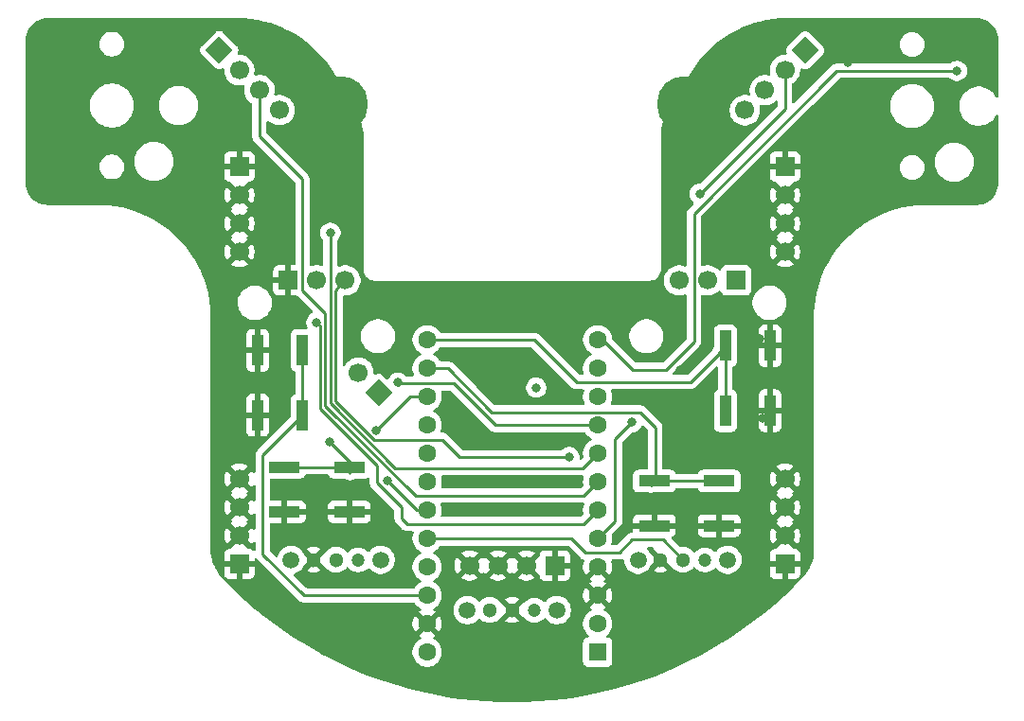
<source format=gbr>
G04 #@! TF.GenerationSoftware,KiCad,Pcbnew,9.0.2*
G04 #@! TF.CreationDate,2025-09-01T17:42:29-04:00*
G04 #@! TF.ProjectId,Trackball,54726163-6b62-4616-9c6c-2e6b69636164,rev?*
G04 #@! TF.SameCoordinates,Original*
G04 #@! TF.FileFunction,Copper,L1,Top*
G04 #@! TF.FilePolarity,Positive*
%FSLAX46Y46*%
G04 Gerber Fmt 4.6, Leading zero omitted, Abs format (unit mm)*
G04 Created by KiCad (PCBNEW 9.0.2) date 2025-09-01 17:42:29*
%MOMM*%
%LPD*%
G01*
G04 APERTURE LIST*
G04 Aperture macros list*
%AMRotRect*
0 Rectangle, with rotation*
0 The origin of the aperture is its center*
0 $1 length*
0 $2 width*
0 $3 Rotation angle, in degrees counterclockwise*
0 Add horizontal line*
21,1,$1,$2,0,0,$3*%
G04 Aperture macros list end*
G04 #@! TA.AperFunction,ComponentPad*
%ADD10R,1.700000X1.700000*%
G04 #@! TD*
G04 #@! TA.AperFunction,ComponentPad*
%ADD11C,1.700000*%
G04 #@! TD*
G04 #@! TA.AperFunction,SMDPad,CuDef*
%ADD12R,2.800000X1.000000*%
G04 #@! TD*
G04 #@! TA.AperFunction,ComponentPad*
%ADD13R,1.600000X1.600000*%
G04 #@! TD*
G04 #@! TA.AperFunction,ComponentPad*
%ADD14C,1.600000*%
G04 #@! TD*
G04 #@! TA.AperFunction,ComponentPad*
%ADD15C,5.000000*%
G04 #@! TD*
G04 #@! TA.AperFunction,SMDPad,CuDef*
%ADD16R,1.000000X2.800000*%
G04 #@! TD*
G04 #@! TA.AperFunction,ComponentPad*
%ADD17RotRect,1.700000X1.700000X225.000000*%
G04 #@! TD*
G04 #@! TA.AperFunction,ComponentPad*
%ADD18C,1.300000*%
G04 #@! TD*
G04 #@! TA.AperFunction,ComponentPad*
%ADD19C,1.200000*%
G04 #@! TD*
G04 #@! TA.AperFunction,ComponentPad*
%ADD20C,1.500000*%
G04 #@! TD*
G04 #@! TA.AperFunction,ComponentPad*
%ADD21RotRect,1.700000X1.700000X135.000000*%
G04 #@! TD*
G04 #@! TA.AperFunction,ComponentPad*
%ADD22RotRect,1.700000X1.700000X45.000000*%
G04 #@! TD*
G04 #@! TA.AperFunction,ViaPad*
%ADD23C,0.800000*%
G04 #@! TD*
G04 #@! TA.AperFunction,Conductor*
%ADD24C,0.250000*%
G04 #@! TD*
G04 APERTURE END LIST*
D10*
X153105290Y-91489030D03*
D11*
X153105290Y-94029030D03*
X153105290Y-96569030D03*
X153105290Y-99109030D03*
D10*
X104337290Y-91489030D03*
D11*
X104337290Y-94029030D03*
X104337290Y-96569030D03*
X104337290Y-99109030D03*
D10*
X132531290Y-127182030D03*
D11*
X129991290Y-127182030D03*
X127451290Y-127182030D03*
X124911290Y-127182030D03*
D12*
X141421290Y-119631030D03*
X147221290Y-119631030D03*
X141421290Y-123631030D03*
X147221290Y-123631030D03*
D10*
X108721290Y-101681030D03*
D11*
X111261290Y-101681030D03*
X113801290Y-101681030D03*
D13*
X136361290Y-134941030D03*
D14*
X136361290Y-132401030D03*
X136361290Y-129861030D03*
X136361290Y-127321030D03*
X136361290Y-124781030D03*
X136361290Y-122241030D03*
X136361290Y-119701030D03*
X136361290Y-117161030D03*
X136361290Y-114621030D03*
X136361290Y-112081030D03*
X136361290Y-109541030D03*
X136361290Y-107001030D03*
X121121290Y-107001030D03*
X121121290Y-109541030D03*
X121121290Y-112081030D03*
X121121290Y-114621030D03*
X121121290Y-117161030D03*
X121121290Y-119701030D03*
X121121290Y-122241030D03*
X121121290Y-124781030D03*
X121121290Y-127321030D03*
X121121290Y-129861030D03*
X121121290Y-132401030D03*
X121121290Y-134941030D03*
D15*
X144161290Y-85941030D03*
D16*
X109971290Y-107931030D03*
X109971290Y-113731030D03*
X105971290Y-107931030D03*
X105971290Y-113731030D03*
D10*
X148721290Y-101681030D03*
D11*
X146181290Y-101681030D03*
X143641290Y-101681030D03*
D16*
X147771290Y-113331030D03*
X147771290Y-107531030D03*
X151771290Y-113331030D03*
X151771290Y-107531030D03*
D15*
X113301290Y-85921030D03*
D12*
X108371290Y-118381030D03*
X114171290Y-118381030D03*
X108371290Y-122381030D03*
X114171290Y-122381030D03*
D10*
X104337290Y-127049030D03*
D11*
X104337290Y-124509030D03*
X104337290Y-121969030D03*
X104337290Y-119429030D03*
D10*
X153105290Y-127049030D03*
D11*
X153105290Y-124509030D03*
X153105290Y-121969030D03*
X153105290Y-119429030D03*
D17*
X102535239Y-81054979D03*
D11*
X104331290Y-82851030D03*
X106127341Y-84647081D03*
X107923393Y-86443133D03*
D18*
X126721290Y-131181030D03*
X128721290Y-131181030D03*
D19*
X130721290Y-131181030D03*
D20*
X124721290Y-131181030D03*
X132721290Y-131181030D03*
D21*
X154901290Y-81061030D03*
D11*
X153105239Y-82857081D03*
X151309188Y-84653132D03*
X149513136Y-86449184D03*
D18*
X141971290Y-126681030D03*
X143971290Y-126681030D03*
D19*
X145971290Y-126681030D03*
D20*
X139971290Y-126681030D03*
X147971290Y-126681030D03*
D22*
X116771290Y-111731030D03*
D11*
X114975239Y-109934979D03*
D18*
X110971290Y-126681030D03*
X112971290Y-126681030D03*
D19*
X114971290Y-126681030D03*
D20*
X108971290Y-126681030D03*
X116971290Y-126681030D03*
D23*
X130871290Y-111281030D03*
X150871290Y-106931030D03*
X143771290Y-109681030D03*
X143671290Y-113131030D03*
X88721290Y-88681030D03*
X88721290Y-93681030D03*
X131221290Y-121931030D03*
X148721290Y-128681030D03*
X124821290Y-104981030D03*
X151071290Y-114031030D03*
X133721290Y-105831030D03*
X158721290Y-82156030D03*
X143721290Y-133681030D03*
X131821290Y-119881030D03*
X158721290Y-88681030D03*
X158721290Y-93681030D03*
X145621290Y-116581030D03*
X113721290Y-93681030D03*
X126821290Y-110231030D03*
X146221290Y-97431030D03*
X116471290Y-123931030D03*
X88721290Y-83681030D03*
X125721290Y-115681030D03*
X111221290Y-105431030D03*
X133821290Y-117481030D03*
X118521290Y-110831030D03*
X112471290Y-97431030D03*
X145471290Y-93931030D03*
X168471290Y-82931030D03*
X139421290Y-114381030D03*
X116571290Y-115131030D03*
X112371290Y-116131030D03*
X117571290Y-119581030D03*
D24*
X116621290Y-119794634D02*
X116621290Y-118281030D01*
X118821290Y-122944634D02*
X118821290Y-121994634D01*
X135121290Y-123481030D02*
X119357686Y-123481030D01*
X111521290Y-105731030D02*
X111221290Y-105431030D01*
X116621290Y-118281030D02*
X111521290Y-113181030D01*
X118821290Y-121994634D02*
X116621290Y-119794634D01*
X111521290Y-113181030D02*
X111521290Y-105731030D01*
X119357686Y-123481030D02*
X118821290Y-122944634D01*
X136361290Y-122241030D02*
X135121290Y-123481030D01*
X148721290Y-101681030D02*
X148721290Y-101731030D01*
X112921290Y-102561030D02*
X112921290Y-112508238D01*
X112921290Y-112508238D02*
X116344082Y-115931030D01*
X113801290Y-101681030D02*
X112921290Y-102561030D01*
X122471290Y-115931030D02*
X124021290Y-117481030D01*
X116344082Y-115931030D02*
X122471290Y-115931030D01*
X124021290Y-117481030D02*
X133821290Y-117481030D01*
X127211290Y-114621030D02*
X123471290Y-110881030D01*
X123471290Y-110881030D02*
X118713695Y-110881030D01*
X118713695Y-110881030D02*
X118521290Y-111073435D01*
X118521290Y-111073435D02*
X118521290Y-110831030D01*
X136361290Y-114621030D02*
X127211290Y-114621030D01*
X118257686Y-118481030D02*
X112471290Y-112694634D01*
X136361290Y-117161030D02*
X135041290Y-118481030D01*
X112471290Y-112694634D02*
X112471290Y-97431030D01*
X135041290Y-118481030D02*
X118257686Y-118481030D01*
X153105239Y-82857081D02*
X153105239Y-86297081D01*
X153105239Y-86297081D02*
X145471290Y-93931030D01*
X139471290Y-109681030D02*
X142421290Y-109681030D01*
X136361290Y-107001030D02*
X136791290Y-107001030D01*
X136791290Y-107001030D02*
X139471290Y-109681030D01*
X157721290Y-82931030D02*
X168471290Y-82931030D01*
X142421290Y-109681030D02*
X144971290Y-107131030D01*
X144971290Y-107131030D02*
X144971290Y-95681030D01*
X144971290Y-95681030D02*
X157721290Y-82931030D01*
X135131290Y-120931030D02*
X120071290Y-120931030D01*
X112021290Y-112881030D02*
X112021290Y-104633030D01*
X112021290Y-104633030D02*
X109971290Y-102583030D01*
X136361290Y-119701030D02*
X135131290Y-120931030D01*
X109971290Y-102583030D02*
X109971290Y-92621030D01*
X109971290Y-92621030D02*
X106127341Y-88777081D01*
X106127341Y-88777081D02*
X106127341Y-84647081D01*
X120071290Y-120931030D02*
X112021290Y-112881030D01*
X109971290Y-107931030D02*
X109971290Y-113731030D01*
X106421290Y-126181030D02*
X110101290Y-129861030D01*
X109971290Y-113731030D02*
X106421290Y-117281030D01*
X110101290Y-129861030D02*
X121121290Y-129861030D01*
X106421290Y-117281030D02*
X106421290Y-126181030D01*
X136361290Y-124781030D02*
X137921290Y-123221030D01*
X136621290Y-124781030D02*
X136361290Y-124781030D01*
X137921290Y-115881030D02*
X139421290Y-114381030D01*
X137921290Y-123221030D02*
X137921290Y-115881030D01*
X147171290Y-108231030D02*
X147171290Y-108131030D01*
X147171290Y-108231030D02*
X144621290Y-110781030D01*
X134471290Y-110781030D02*
X130691290Y-107001030D01*
X147771290Y-107531030D02*
X147771290Y-113331030D01*
X130691290Y-107001030D02*
X121121290Y-107001030D01*
X144621290Y-110781030D02*
X134471290Y-110781030D01*
X147171290Y-108131030D02*
X147771290Y-107531030D01*
X121121290Y-109541030D02*
X122981290Y-109541030D01*
X122981290Y-109541030D02*
X126921290Y-113481030D01*
X141521290Y-119531030D02*
X141421290Y-119631030D01*
X126921290Y-113481030D02*
X140171290Y-113481030D01*
X141421290Y-119631030D02*
X147221290Y-119631030D01*
X141421290Y-119731030D02*
X141121290Y-120031030D01*
X141421290Y-119631030D02*
X141421290Y-119731030D01*
X140171290Y-113481030D02*
X141521290Y-114831030D01*
X141521290Y-114831030D02*
X141521290Y-119531030D01*
X116571290Y-115131030D02*
X119621290Y-112081030D01*
X114321290Y-118081030D02*
X112371290Y-116131030D01*
X119621290Y-112081030D02*
X121121290Y-112081030D01*
X114171290Y-118381030D02*
X108371290Y-118381030D01*
X114321290Y-118731030D02*
X114321290Y-118081030D01*
X114171290Y-118881030D02*
X114221290Y-118931030D01*
X120231290Y-122241030D02*
X117571290Y-119581030D01*
X121121290Y-122241030D02*
X120231290Y-122241030D01*
X143971290Y-126681030D02*
X142171290Y-124881030D01*
X138271290Y-126031030D02*
X135271290Y-126031030D01*
X139421290Y-124881030D02*
X138271290Y-126031030D01*
X142171290Y-124881030D02*
X139421290Y-124881030D01*
X135271290Y-126031030D02*
X134021290Y-124781030D01*
X134021290Y-124781030D02*
X121121290Y-124781030D01*
G04 #@! TA.AperFunction,Conductor*
G36*
X112259002Y-119034532D02*
G01*
X112305495Y-119088188D01*
X112308936Y-119096496D01*
X112320401Y-119127234D01*
X112320402Y-119127237D01*
X112408028Y-119244291D01*
X112525082Y-119331917D01*
X112525084Y-119331918D01*
X112525086Y-119331919D01*
X112584165Y-119353954D01*
X112662085Y-119383018D01*
X112662093Y-119383020D01*
X112722640Y-119389529D01*
X112722645Y-119389529D01*
X112722652Y-119389530D01*
X113731695Y-119389530D01*
X113799816Y-119409532D01*
X113812323Y-119419611D01*
X113812678Y-119419179D01*
X113817449Y-119423094D01*
X113817457Y-119423102D01*
X113921215Y-119492431D01*
X114036506Y-119540185D01*
X114158897Y-119564530D01*
X114158898Y-119564530D01*
X114283683Y-119564530D01*
X114283684Y-119564530D01*
X114406075Y-119540185D01*
X114521365Y-119492431D01*
X114625123Y-119423102D01*
X114625134Y-119423090D01*
X114629902Y-119419179D01*
X114631503Y-119421130D01*
X114684102Y-119392409D01*
X114710885Y-119389530D01*
X115619922Y-119389530D01*
X115619928Y-119389530D01*
X115619935Y-119389529D01*
X115619939Y-119389529D01*
X115680486Y-119383020D01*
X115680489Y-119383019D01*
X115680491Y-119383019D01*
X115740116Y-119360780D01*
X115817757Y-119331821D01*
X115888573Y-119326755D01*
X115950885Y-119360780D01*
X115984910Y-119423092D01*
X115987790Y-119449876D01*
X115987790Y-119732240D01*
X115987790Y-119857028D01*
X116012135Y-119979419D01*
X116059890Y-120094709D01*
X116129219Y-120198467D01*
X116129221Y-120198469D01*
X118150885Y-122220133D01*
X118184911Y-122282445D01*
X118187790Y-122309228D01*
X118187790Y-122882240D01*
X118187790Y-123007028D01*
X118212135Y-123129419D01*
X118259890Y-123244709D01*
X118329219Y-123348467D01*
X118865615Y-123884863D01*
X118953853Y-123973101D01*
X119057611Y-124042430D01*
X119172901Y-124090185D01*
X119295292Y-124114530D01*
X119788587Y-124114530D01*
X119856708Y-124134532D01*
X119903201Y-124188188D01*
X119913305Y-124258462D01*
X119908420Y-124279466D01*
X119845011Y-124474617D01*
X119845010Y-124474620D01*
X119845010Y-124474622D01*
X119812790Y-124678049D01*
X119812790Y-124884011D01*
X119835963Y-125030316D01*
X119845011Y-125087442D01*
X119905366Y-125273197D01*
X119908656Y-125283320D01*
X120002161Y-125466833D01*
X120123222Y-125633460D01*
X120123224Y-125633462D01*
X120123226Y-125633465D01*
X120268854Y-125779093D01*
X120268857Y-125779095D01*
X120268860Y-125779098D01*
X120435487Y-125900159D01*
X120511252Y-125938763D01*
X120562867Y-125987512D01*
X120579933Y-126056427D01*
X120557032Y-126123628D01*
X120511253Y-126163296D01*
X120506504Y-126165716D01*
X120435483Y-126201903D01*
X120268857Y-126322964D01*
X120268854Y-126322966D01*
X120123226Y-126468594D01*
X120123224Y-126468597D01*
X120002163Y-126635223D01*
X119908657Y-126818738D01*
X119908654Y-126818744D01*
X119845011Y-127014617D01*
X119845010Y-127014620D01*
X119845010Y-127014622D01*
X119812790Y-127218049D01*
X119812790Y-127424011D01*
X119845010Y-127627438D01*
X119845011Y-127627442D01*
X119907944Y-127821131D01*
X119908656Y-127823320D01*
X120002161Y-128006833D01*
X120123222Y-128173460D01*
X120123224Y-128173462D01*
X120123226Y-128173465D01*
X120268854Y-128319093D01*
X120268857Y-128319095D01*
X120268860Y-128319098D01*
X120435487Y-128440159D01*
X120511252Y-128478763D01*
X120562867Y-128527512D01*
X120579933Y-128596427D01*
X120557032Y-128663628D01*
X120511253Y-128703296D01*
X120442323Y-128738417D01*
X120435483Y-128741903D01*
X120268857Y-128862964D01*
X120268854Y-128862966D01*
X120123226Y-129008594D01*
X120123224Y-129008597D01*
X120001896Y-129175591D01*
X119945674Y-129218945D01*
X119899960Y-129227530D01*
X110415884Y-129227530D01*
X110347763Y-129207528D01*
X110326789Y-129190625D01*
X109244363Y-128108199D01*
X109210337Y-128045887D01*
X109215402Y-127975072D01*
X109257949Y-127918236D01*
X109294520Y-127899272D01*
X109454387Y-127847328D01*
X109630888Y-127757396D01*
X109791148Y-127640960D01*
X109804782Y-127627326D01*
X109908000Y-127524109D01*
X109931215Y-127500893D01*
X109931218Y-127500890D01*
X109931220Y-127500888D01*
X110047656Y-127340628D01*
X110137471Y-127164356D01*
X110160639Y-127132469D01*
X110571290Y-126721818D01*
X110571290Y-126733691D01*
X110598549Y-126835424D01*
X110651210Y-126926636D01*
X110725684Y-127001110D01*
X110816896Y-127053771D01*
X110918629Y-127081030D01*
X110930500Y-127081030D01*
X110350304Y-127661224D01*
X110364368Y-127671442D01*
X110526770Y-127754189D01*
X110526776Y-127754192D01*
X110700120Y-127810514D01*
X110700116Y-127810514D01*
X110880156Y-127839030D01*
X111062424Y-127839030D01*
X111242461Y-127810514D01*
X111415803Y-127754192D01*
X111415809Y-127754189D01*
X111578218Y-127671438D01*
X111592274Y-127661225D01*
X111592274Y-127661223D01*
X111012081Y-127081030D01*
X111023951Y-127081030D01*
X111125684Y-127053771D01*
X111216896Y-127001110D01*
X111291370Y-126926636D01*
X111344031Y-126835424D01*
X111371290Y-126733691D01*
X111371290Y-126721821D01*
X111963716Y-127314247D01*
X111987502Y-127319244D01*
X112029843Y-127356197D01*
X112087636Y-127435742D01*
X112087638Y-127435744D01*
X112087641Y-127435748D01*
X112216572Y-127564679D01*
X112216575Y-127564681D01*
X112216578Y-127564684D01*
X112364104Y-127671868D01*
X112526580Y-127754654D01*
X112700007Y-127811004D01*
X112880114Y-127839530D01*
X112880117Y-127839530D01*
X113062463Y-127839530D01*
X113062466Y-127839530D01*
X113242573Y-127811004D01*
X113416000Y-127754654D01*
X113578476Y-127671868D01*
X113726002Y-127564684D01*
X113854944Y-127435742D01*
X113900256Y-127373374D01*
X113956477Y-127330022D01*
X114027213Y-127323947D01*
X114090005Y-127357078D01*
X114104123Y-127373371D01*
X114125773Y-127403169D01*
X114125775Y-127403171D01*
X114125778Y-127403175D01*
X114249145Y-127526542D01*
X114249148Y-127526544D01*
X114249151Y-127526547D01*
X114390309Y-127629104D01*
X114545774Y-127708318D01*
X114711716Y-127762235D01*
X114884049Y-127789530D01*
X114884052Y-127789530D01*
X115058528Y-127789530D01*
X115058531Y-127789530D01*
X115230864Y-127762235D01*
X115396806Y-127708318D01*
X115552271Y-127629104D01*
X115693429Y-127526547D01*
X115784053Y-127435922D01*
X115846363Y-127401899D01*
X115917179Y-127406963D01*
X115974015Y-127449509D01*
X115975082Y-127450957D01*
X116011359Y-127500887D01*
X116011364Y-127500893D01*
X116151429Y-127640958D01*
X116179323Y-127661224D01*
X116311692Y-127757396D01*
X116488193Y-127847328D01*
X116676590Y-127908542D01*
X116872244Y-127939530D01*
X116872247Y-127939530D01*
X117070333Y-127939530D01*
X117070336Y-127939530D01*
X117265990Y-127908542D01*
X117454387Y-127847328D01*
X117630888Y-127757396D01*
X117791148Y-127640960D01*
X117931220Y-127500888D01*
X118047656Y-127340628D01*
X118137588Y-127164127D01*
X118198802Y-126975730D01*
X118229790Y-126780076D01*
X118229790Y-126581984D01*
X118198802Y-126386330D01*
X118137588Y-126197933D01*
X118047656Y-126021432D01*
X117979335Y-125927397D01*
X117931218Y-125861169D01*
X117791150Y-125721101D01*
X117630891Y-125604666D01*
X117630890Y-125604665D01*
X117630888Y-125604664D01*
X117454387Y-125514732D01*
X117265990Y-125453518D01*
X117070336Y-125422530D01*
X116872244Y-125422530D01*
X116676590Y-125453518D01*
X116676587Y-125453518D01*
X116676586Y-125453519D01*
X116488193Y-125514732D01*
X116488191Y-125514733D01*
X116311688Y-125604666D01*
X116151429Y-125721101D01*
X116011364Y-125861166D01*
X115975082Y-125911103D01*
X115918858Y-125954456D01*
X115848122Y-125960530D01*
X115785331Y-125927397D01*
X115784052Y-125926135D01*
X115693434Y-125835517D01*
X115693431Y-125835515D01*
X115693429Y-125835513D01*
X115552271Y-125732956D01*
X115396806Y-125653742D01*
X115396803Y-125653741D01*
X115396801Y-125653740D01*
X115230867Y-125599826D01*
X115230864Y-125599825D01*
X115058531Y-125572530D01*
X114884049Y-125572530D01*
X114711716Y-125599825D01*
X114711713Y-125599825D01*
X114711712Y-125599826D01*
X114545778Y-125653740D01*
X114545772Y-125653743D01*
X114390305Y-125732958D01*
X114249148Y-125835515D01*
X114249145Y-125835517D01*
X114125777Y-125958885D01*
X114104126Y-125988685D01*
X114047902Y-126032038D01*
X113977166Y-126038112D01*
X113914375Y-126004979D01*
X113900255Y-125988683D01*
X113854942Y-125926315D01*
X113726007Y-125797380D01*
X113726004Y-125797378D01*
X113726002Y-125797376D01*
X113614952Y-125716694D01*
X113578479Y-125690194D01*
X113578478Y-125690193D01*
X113578476Y-125690192D01*
X113416000Y-125607406D01*
X113415999Y-125607405D01*
X113415996Y-125607404D01*
X113242578Y-125551057D01*
X113242574Y-125551056D01*
X113242573Y-125551056D01*
X113062466Y-125522530D01*
X112880114Y-125522530D01*
X112700007Y-125551056D01*
X112700001Y-125551057D01*
X112526583Y-125607404D01*
X112364100Y-125690194D01*
X112216575Y-125797378D01*
X112216572Y-125797380D01*
X112087640Y-125926312D01*
X112087635Y-125926318D01*
X112029844Y-126005860D01*
X111973622Y-126049213D01*
X111960361Y-126051168D01*
X111371290Y-126640239D01*
X111371290Y-126628369D01*
X111344031Y-126526636D01*
X111291370Y-126435424D01*
X111216896Y-126360950D01*
X111125684Y-126308289D01*
X111023951Y-126281030D01*
X111012080Y-126281030D01*
X111592275Y-125700833D01*
X111578213Y-125690618D01*
X111415809Y-125607870D01*
X111415803Y-125607867D01*
X111242459Y-125551545D01*
X111242463Y-125551545D01*
X111062424Y-125523030D01*
X110880156Y-125523030D01*
X110700118Y-125551545D01*
X110526776Y-125607867D01*
X110526770Y-125607870D01*
X110364362Y-125690621D01*
X110350304Y-125700833D01*
X110350303Y-125700834D01*
X110930499Y-126281030D01*
X110918629Y-126281030D01*
X110816896Y-126308289D01*
X110725684Y-126360950D01*
X110651210Y-126435424D01*
X110598549Y-126526636D01*
X110571290Y-126628369D01*
X110571290Y-126640240D01*
X110160640Y-126229591D01*
X110137468Y-126197698D01*
X110047656Y-126021432D01*
X109979335Y-125927397D01*
X109931218Y-125861169D01*
X109791150Y-125721101D01*
X109630891Y-125604666D01*
X109630890Y-125604665D01*
X109630888Y-125604664D01*
X109454387Y-125514732D01*
X109265990Y-125453518D01*
X109070336Y-125422530D01*
X108872244Y-125422530D01*
X108676590Y-125453518D01*
X108676587Y-125453518D01*
X108676586Y-125453519D01*
X108488193Y-125514732D01*
X108488191Y-125514733D01*
X108311688Y-125604666D01*
X108151429Y-125721101D01*
X108011361Y-125861169D01*
X107894926Y-126021428D01*
X107835024Y-126138992D01*
X107804992Y-126197933D01*
X107796868Y-126222936D01*
X107753048Y-126357798D01*
X107712974Y-126416403D01*
X107647577Y-126444040D01*
X107577620Y-126431933D01*
X107544120Y-126407956D01*
X107091695Y-125955531D01*
X107057669Y-125893219D01*
X107054790Y-125866436D01*
X107054790Y-123515030D01*
X107074792Y-123446909D01*
X107128448Y-123400416D01*
X107180790Y-123389030D01*
X108117290Y-123389030D01*
X108625290Y-123389030D01*
X109819875Y-123389030D01*
X109819887Y-123389029D01*
X109880383Y-123382524D01*
X110017254Y-123331474D01*
X110017255Y-123331474D01*
X110134194Y-123243934D01*
X110221734Y-123126995D01*
X110221734Y-123126994D01*
X110272784Y-122990123D01*
X110279289Y-122929627D01*
X112263290Y-122929627D01*
X112269795Y-122990123D01*
X112320845Y-123126994D01*
X112320845Y-123126995D01*
X112408385Y-123243934D01*
X112525324Y-123331474D01*
X112662196Y-123382524D01*
X112722692Y-123389029D01*
X112722705Y-123389030D01*
X113917290Y-123389030D01*
X114425290Y-123389030D01*
X115619875Y-123389030D01*
X115619887Y-123389029D01*
X115680383Y-123382524D01*
X115817254Y-123331474D01*
X115817255Y-123331474D01*
X115934194Y-123243934D01*
X116021734Y-123126995D01*
X116021734Y-123126994D01*
X116072784Y-122990123D01*
X116079289Y-122929627D01*
X116079290Y-122929615D01*
X116079290Y-122635030D01*
X114425290Y-122635030D01*
X114425290Y-123389030D01*
X113917290Y-123389030D01*
X113917290Y-122635030D01*
X112263290Y-122635030D01*
X112263290Y-122929627D01*
X110279289Y-122929627D01*
X110279290Y-122929615D01*
X110279290Y-122635030D01*
X108625290Y-122635030D01*
X108625290Y-123389030D01*
X108117290Y-123389030D01*
X108117290Y-122127030D01*
X108625290Y-122127030D01*
X110279290Y-122127030D01*
X110279290Y-121832444D01*
X110279289Y-121832432D01*
X112263290Y-121832432D01*
X112263290Y-122127030D01*
X113917290Y-122127030D01*
X114425290Y-122127030D01*
X116079290Y-122127030D01*
X116079290Y-121832444D01*
X116079289Y-121832432D01*
X116072784Y-121771936D01*
X116021734Y-121635065D01*
X116021734Y-121635064D01*
X115934194Y-121518125D01*
X115817255Y-121430585D01*
X115680383Y-121379535D01*
X115619887Y-121373030D01*
X114425290Y-121373030D01*
X114425290Y-122127030D01*
X113917290Y-122127030D01*
X113917290Y-121373030D01*
X112722692Y-121373030D01*
X112662196Y-121379535D01*
X112525325Y-121430585D01*
X112525324Y-121430585D01*
X112408385Y-121518125D01*
X112320845Y-121635064D01*
X112320845Y-121635065D01*
X112269795Y-121771936D01*
X112263290Y-121832432D01*
X110279289Y-121832432D01*
X110272784Y-121771936D01*
X110221734Y-121635065D01*
X110221734Y-121635064D01*
X110134194Y-121518125D01*
X110017255Y-121430585D01*
X109880383Y-121379535D01*
X109819887Y-121373030D01*
X108625290Y-121373030D01*
X108625290Y-122127030D01*
X108117290Y-122127030D01*
X108117290Y-121373030D01*
X107180790Y-121373030D01*
X107112669Y-121353028D01*
X107066176Y-121299372D01*
X107054790Y-121247030D01*
X107054790Y-119515530D01*
X107074792Y-119447409D01*
X107128448Y-119400916D01*
X107180790Y-119389530D01*
X109819922Y-119389530D01*
X109819928Y-119389530D01*
X109819935Y-119389529D01*
X109819939Y-119389529D01*
X109880486Y-119383020D01*
X109880489Y-119383019D01*
X109880491Y-119383019D01*
X110017494Y-119331919D01*
X110020559Y-119329625D01*
X110134551Y-119244291D01*
X110222177Y-119127237D01*
X110222177Y-119127236D01*
X110222179Y-119127234D01*
X110233644Y-119096496D01*
X110276191Y-119039661D01*
X110342712Y-119014851D01*
X110351699Y-119014530D01*
X112190881Y-119014530D01*
X112259002Y-119034532D01*
G37*
G04 #@! TD.AperFunction*
G04 #@! TA.AperFunction,Conductor*
G36*
X141296784Y-125534532D02*
G01*
X141343277Y-125588188D01*
X141354274Y-125650421D01*
X141350304Y-125700834D01*
X141930501Y-126281030D01*
X141918629Y-126281030D01*
X141816896Y-126308289D01*
X141725684Y-126360950D01*
X141651210Y-126435424D01*
X141598549Y-126526636D01*
X141571290Y-126628369D01*
X141571290Y-126640240D01*
X141160640Y-126229591D01*
X141137468Y-126197698D01*
X141047656Y-126021432D01*
X140979335Y-125927397D01*
X140931218Y-125861169D01*
X140799674Y-125729625D01*
X140765648Y-125667313D01*
X140770713Y-125596498D01*
X140813260Y-125539662D01*
X140879780Y-125514851D01*
X140888769Y-125514530D01*
X141228663Y-125514530D01*
X141296784Y-125534532D01*
G37*
G04 #@! TD.AperFunction*
G04 #@! TA.AperFunction,Conductor*
G36*
X105460666Y-125273197D02*
G01*
X105460668Y-125273197D01*
X105498755Y-125220778D01*
X105549523Y-125121140D01*
X105598271Y-125069524D01*
X105667186Y-125052458D01*
X105734387Y-125075358D01*
X105778540Y-125130956D01*
X105787790Y-125178342D01*
X105787790Y-125774947D01*
X105767788Y-125843068D01*
X105714132Y-125889561D01*
X105643858Y-125899665D01*
X105579278Y-125870171D01*
X105560923Y-125850457D01*
X105550194Y-125836126D01*
X105433255Y-125748585D01*
X105296383Y-125697535D01*
X105254309Y-125693011D01*
X105191992Y-125696352D01*
X105131875Y-125662824D01*
X104462238Y-124993187D01*
X104530283Y-124974955D01*
X104644297Y-124909129D01*
X104737389Y-124816037D01*
X104803215Y-124702023D01*
X104821447Y-124633978D01*
X105460666Y-125273197D01*
G37*
G04 #@! TD.AperFunction*
G04 #@! TA.AperFunction,Conductor*
G36*
X105460666Y-122733197D02*
G01*
X105460668Y-122733197D01*
X105498755Y-122680778D01*
X105549523Y-122581140D01*
X105598271Y-122529524D01*
X105667186Y-122512458D01*
X105734387Y-122535358D01*
X105778540Y-122590956D01*
X105787790Y-122638342D01*
X105787790Y-123839717D01*
X105767788Y-123907838D01*
X105714132Y-123954331D01*
X105643858Y-123964435D01*
X105579278Y-123934941D01*
X105549523Y-123896920D01*
X105498754Y-123797281D01*
X105498753Y-123797279D01*
X105460668Y-123744861D01*
X104821447Y-124384081D01*
X104803215Y-124316037D01*
X104737389Y-124202023D01*
X104644297Y-124108931D01*
X104530283Y-124043105D01*
X104462237Y-124024871D01*
X105101458Y-123385651D01*
X105101457Y-123385650D01*
X105049039Y-123347565D01*
X105047240Y-123346463D01*
X105046699Y-123345865D01*
X105045032Y-123344654D01*
X105045286Y-123344303D01*
X104999608Y-123293816D01*
X104988001Y-123223775D01*
X105016104Y-123158577D01*
X105045078Y-123133472D01*
X105045031Y-123133407D01*
X105045788Y-123132856D01*
X105047248Y-123131592D01*
X105049040Y-123130493D01*
X105101457Y-123092408D01*
X105101457Y-123092406D01*
X104462238Y-122453187D01*
X104530283Y-122434955D01*
X104644297Y-122369129D01*
X104737389Y-122276037D01*
X104803215Y-122162023D01*
X104821447Y-122093978D01*
X105460666Y-122733197D01*
G37*
G04 #@! TD.AperFunction*
G04 #@! TA.AperFunction,Conductor*
G36*
X135100365Y-121584532D02*
G01*
X135146858Y-121638188D01*
X135156962Y-121708462D01*
X135149967Y-121733960D01*
X135150186Y-121734032D01*
X135148656Y-121738738D01*
X135148656Y-121738740D01*
X135130205Y-121795526D01*
X135085011Y-121934617D01*
X135085010Y-121934620D01*
X135085010Y-121934622D01*
X135052790Y-122138049D01*
X135052790Y-122344011D01*
X135072591Y-122469030D01*
X135085080Y-122547881D01*
X135084367Y-122553394D01*
X135086310Y-122558602D01*
X135079865Y-122588227D01*
X135075980Y-122618293D01*
X135072087Y-122623986D01*
X135071219Y-122627977D01*
X135049727Y-122656687D01*
X134895791Y-122810625D01*
X134833479Y-122844650D01*
X134806695Y-122847530D01*
X122473488Y-122847530D01*
X122405367Y-122827528D01*
X122358874Y-122773872D01*
X122348770Y-122703598D01*
X122353655Y-122682594D01*
X122353773Y-122682230D01*
X122397570Y-122547438D01*
X122429790Y-122344011D01*
X122429790Y-122138049D01*
X122397570Y-121934622D01*
X122333924Y-121738740D01*
X122332394Y-121734031D01*
X122333385Y-121733708D01*
X122326338Y-121668161D01*
X122358115Y-121604673D01*
X122419173Y-121568445D01*
X122450336Y-121564530D01*
X135032244Y-121564530D01*
X135100365Y-121584532D01*
G37*
G04 #@! TD.AperFunction*
G04 #@! TA.AperFunction,Conductor*
G36*
X105460666Y-120193197D02*
G01*
X105460668Y-120193197D01*
X105498755Y-120140778D01*
X105549523Y-120041140D01*
X105598271Y-119989524D01*
X105667186Y-119972458D01*
X105734387Y-119995358D01*
X105778540Y-120050956D01*
X105787790Y-120098342D01*
X105787790Y-121299717D01*
X105767788Y-121367838D01*
X105714132Y-121414331D01*
X105643858Y-121424435D01*
X105579278Y-121394941D01*
X105549523Y-121356920D01*
X105498754Y-121257281D01*
X105498753Y-121257279D01*
X105460668Y-121204861D01*
X104821447Y-121844081D01*
X104803215Y-121776037D01*
X104737389Y-121662023D01*
X104644297Y-121568931D01*
X104530283Y-121503105D01*
X104462237Y-121484871D01*
X105101458Y-120845651D01*
X105101457Y-120845650D01*
X105049039Y-120807565D01*
X105047240Y-120806463D01*
X105046699Y-120805865D01*
X105045032Y-120804654D01*
X105045286Y-120804303D01*
X104999608Y-120753816D01*
X104988001Y-120683775D01*
X105016104Y-120618577D01*
X105045078Y-120593472D01*
X105045031Y-120593407D01*
X105045788Y-120592856D01*
X105047248Y-120591592D01*
X105049040Y-120590493D01*
X105101457Y-120552408D01*
X105101457Y-120552406D01*
X104462238Y-119913187D01*
X104530283Y-119894955D01*
X104644297Y-119829129D01*
X104737389Y-119736037D01*
X104803215Y-119622023D01*
X104821447Y-119553978D01*
X105460666Y-120193197D01*
G37*
G04 #@! TD.AperFunction*
G04 #@! TA.AperFunction,Conductor*
G36*
X135070715Y-119134532D02*
G01*
X135117208Y-119188188D01*
X135127312Y-119258462D01*
X135122429Y-119279458D01*
X135108556Y-119322156D01*
X135085010Y-119394619D01*
X135069519Y-119492429D01*
X135052790Y-119598049D01*
X135052790Y-119804011D01*
X135072591Y-119929030D01*
X135085080Y-120007881D01*
X135084367Y-120013394D01*
X135086310Y-120018602D01*
X135079865Y-120048227D01*
X135075980Y-120078293D01*
X135072087Y-120083986D01*
X135071219Y-120087977D01*
X135049727Y-120116687D01*
X134905791Y-120260625D01*
X134843479Y-120294650D01*
X134816695Y-120297530D01*
X122476737Y-120297530D01*
X122408616Y-120277528D01*
X122362123Y-120223872D01*
X122352019Y-120153598D01*
X122356902Y-120132599D01*
X122397570Y-120007438D01*
X122429790Y-119804011D01*
X122429790Y-119598049D01*
X122397570Y-119394622D01*
X122360152Y-119279464D01*
X122358125Y-119208499D01*
X122394787Y-119147701D01*
X122458499Y-119116376D01*
X122479986Y-119114530D01*
X135002594Y-119114530D01*
X135070715Y-119134532D01*
G37*
G04 #@! TD.AperFunction*
G04 #@! TA.AperFunction,Conductor*
G36*
X123224817Y-111534532D02*
G01*
X123245791Y-111551435D01*
X126807451Y-115113097D01*
X126807457Y-115113102D01*
X126911215Y-115182431D01*
X126992737Y-115216198D01*
X127026505Y-115230185D01*
X127148896Y-115254530D01*
X127148897Y-115254530D01*
X127273684Y-115254530D01*
X135139960Y-115254530D01*
X135208081Y-115274532D01*
X135241896Y-115306469D01*
X135287785Y-115369630D01*
X135363222Y-115473460D01*
X135363224Y-115473462D01*
X135363226Y-115473465D01*
X135508854Y-115619093D01*
X135508857Y-115619095D01*
X135508860Y-115619098D01*
X135675487Y-115740159D01*
X135751252Y-115778763D01*
X135802867Y-115827512D01*
X135819933Y-115896427D01*
X135797032Y-115963628D01*
X135751253Y-116003296D01*
X135682323Y-116038417D01*
X135675483Y-116041903D01*
X135508857Y-116162964D01*
X135508854Y-116162966D01*
X135363226Y-116308594D01*
X135363224Y-116308597D01*
X135242163Y-116475223D01*
X135148657Y-116658738D01*
X135148654Y-116658744D01*
X135085011Y-116854617D01*
X135085011Y-116854619D01*
X135085010Y-116854622D01*
X135052790Y-117058049D01*
X135052790Y-117264011D01*
X135071009Y-117379039D01*
X135085080Y-117467881D01*
X135084367Y-117473394D01*
X135086310Y-117478603D01*
X135079865Y-117508228D01*
X135075980Y-117538293D01*
X135072087Y-117543985D01*
X135071219Y-117547977D01*
X135049726Y-117576687D01*
X134942522Y-117683891D01*
X134880210Y-117717917D01*
X134809395Y-117712852D01*
X134752559Y-117670305D01*
X134727748Y-117603785D01*
X134729444Y-117576698D01*
X134729183Y-117576673D01*
X134729790Y-117570507D01*
X134729790Y-117391552D01*
X134729789Y-117391548D01*
X134694877Y-117216030D01*
X134626392Y-117050694D01*
X134526968Y-116901895D01*
X134400425Y-116775352D01*
X134251626Y-116675928D01*
X134134719Y-116627503D01*
X134086293Y-116607444D01*
X134086291Y-116607443D01*
X134086290Y-116607443D01*
X133971108Y-116584532D01*
X133910771Y-116572530D01*
X133910769Y-116572530D01*
X133731811Y-116572530D01*
X133731808Y-116572530D01*
X133601061Y-116598537D01*
X133556290Y-116607443D01*
X133556289Y-116607443D01*
X133556286Y-116607444D01*
X133390952Y-116675929D01*
X133242159Y-116775349D01*
X133242152Y-116775354D01*
X133206882Y-116810625D01*
X133144570Y-116844651D01*
X133117787Y-116847530D01*
X124335884Y-116847530D01*
X124267763Y-116827528D01*
X124246789Y-116810625D01*
X122875125Y-115438961D01*
X122875123Y-115438959D01*
X122771365Y-115369630D01*
X122656075Y-115321875D01*
X122582376Y-115307215D01*
X122533686Y-115297530D01*
X122533684Y-115297530D01*
X122450336Y-115297530D01*
X122382215Y-115277528D01*
X122335722Y-115223872D01*
X122325618Y-115153598D01*
X122332613Y-115128100D01*
X122332394Y-115128029D01*
X122340688Y-115102503D01*
X122397570Y-114927438D01*
X122429790Y-114724011D01*
X122429790Y-114518049D01*
X122397570Y-114314622D01*
X122333924Y-114118740D01*
X122240419Y-113935227D01*
X122119358Y-113768600D01*
X122119355Y-113768597D01*
X122119353Y-113768594D01*
X121973725Y-113622966D01*
X121973722Y-113622964D01*
X121973720Y-113622962D01*
X121807093Y-113501901D01*
X121731324Y-113463295D01*
X121679712Y-113414549D01*
X121662646Y-113345634D01*
X121685547Y-113278432D01*
X121731324Y-113238765D01*
X121807093Y-113200159D01*
X121973720Y-113079098D01*
X122119358Y-112933460D01*
X122240419Y-112766833D01*
X122333924Y-112583320D01*
X122397570Y-112387438D01*
X122429790Y-112184011D01*
X122429790Y-111978049D01*
X122397570Y-111774622D01*
X122368394Y-111684827D01*
X122366652Y-111679466D01*
X122364624Y-111608499D01*
X122401287Y-111547701D01*
X122464999Y-111516375D01*
X122486485Y-111514530D01*
X123156696Y-111514530D01*
X123224817Y-111534532D01*
G37*
G04 #@! TD.AperFunction*
G04 #@! TA.AperFunction,Conductor*
G36*
X130444817Y-107654532D02*
G01*
X130465791Y-107671435D01*
X133979219Y-111184863D01*
X134067457Y-111273101D01*
X134171215Y-111342430D01*
X134286505Y-111390185D01*
X134408896Y-111414530D01*
X135028587Y-111414530D01*
X135096708Y-111434532D01*
X135143201Y-111488188D01*
X135153305Y-111558462D01*
X135148420Y-111579466D01*
X135085011Y-111774617D01*
X135085010Y-111774620D01*
X135085010Y-111774622D01*
X135052790Y-111978049D01*
X135052790Y-112184011D01*
X135085010Y-112387438D01*
X135148656Y-112583320D01*
X135189932Y-112664329D01*
X135203036Y-112734104D01*
X135176336Y-112799888D01*
X135118309Y-112840795D01*
X135077665Y-112847530D01*
X127235884Y-112847530D01*
X127167763Y-112827528D01*
X127146789Y-112810625D01*
X125527712Y-111191548D01*
X129962790Y-111191548D01*
X129962790Y-111370511D01*
X129976235Y-111438104D01*
X129991804Y-111516375D01*
X129997704Y-111546033D01*
X130006707Y-111567768D01*
X130066188Y-111711366D01*
X130165612Y-111860165D01*
X130292155Y-111986708D01*
X130440954Y-112086132D01*
X130606290Y-112154617D01*
X130781811Y-112189530D01*
X130781812Y-112189530D01*
X130960768Y-112189530D01*
X130960769Y-112189530D01*
X131136290Y-112154617D01*
X131301626Y-112086132D01*
X131450425Y-111986708D01*
X131576968Y-111860165D01*
X131676392Y-111711366D01*
X131744877Y-111546030D01*
X131779790Y-111370509D01*
X131779790Y-111191551D01*
X131744877Y-111016030D01*
X131676392Y-110850694D01*
X131576968Y-110701895D01*
X131450425Y-110575352D01*
X131301626Y-110475928D01*
X131184719Y-110427503D01*
X131136293Y-110407444D01*
X131136291Y-110407443D01*
X131136290Y-110407443D01*
X131047935Y-110389868D01*
X130960771Y-110372530D01*
X130960769Y-110372530D01*
X130781811Y-110372530D01*
X130781808Y-110372530D01*
X130651061Y-110398537D01*
X130606290Y-110407443D01*
X130606289Y-110407443D01*
X130606286Y-110407444D01*
X130440952Y-110475929D01*
X130292159Y-110575349D01*
X130292152Y-110575354D01*
X130165614Y-110701892D01*
X130165609Y-110701899D01*
X130066189Y-110850692D01*
X129997704Y-111016026D01*
X129962790Y-111191548D01*
X125527712Y-111191548D01*
X123385125Y-109048961D01*
X123385123Y-109048959D01*
X123281365Y-108979630D01*
X123166075Y-108931875D01*
X123092376Y-108917215D01*
X123043686Y-108907530D01*
X123043684Y-108907530D01*
X122342620Y-108907530D01*
X122274499Y-108887528D01*
X122240684Y-108855591D01*
X122180740Y-108773085D01*
X122119358Y-108688600D01*
X122119355Y-108688597D01*
X122119353Y-108688594D01*
X121973725Y-108542966D01*
X121973722Y-108542964D01*
X121973720Y-108542962D01*
X121807093Y-108421901D01*
X121731324Y-108383295D01*
X121679712Y-108334549D01*
X121662646Y-108265634D01*
X121685547Y-108198432D01*
X121731324Y-108158765D01*
X121807093Y-108120159D01*
X121973720Y-107999098D01*
X122119358Y-107853460D01*
X122240417Y-107686836D01*
X122240684Y-107686469D01*
X122296906Y-107643115D01*
X122342620Y-107634530D01*
X130376696Y-107634530D01*
X130444817Y-107654532D01*
G37*
G04 #@! TD.AperFunction*
G04 #@! TA.AperFunction,Conductor*
G36*
X104143036Y-78206531D02*
G01*
X104168097Y-78206531D01*
X104174494Y-78206531D01*
X104178300Y-78206588D01*
X104775133Y-78224630D01*
X104782677Y-78225087D01*
X105375466Y-78278979D01*
X105382979Y-78279892D01*
X105971437Y-78369496D01*
X105978867Y-78370858D01*
X106560842Y-78495846D01*
X106568178Y-78497654D01*
X107141551Y-78657574D01*
X107148776Y-78659827D01*
X107711385Y-78854069D01*
X107718490Y-78856764D01*
X108268366Y-79084650D01*
X108275282Y-79087765D01*
X108810365Y-79348440D01*
X108817082Y-79351966D01*
X109335470Y-79644504D01*
X109341945Y-79648421D01*
X109841703Y-79971730D01*
X109847951Y-79976046D01*
X110112012Y-80170468D01*
X110327241Y-80328937D01*
X110333229Y-80333631D01*
X110790338Y-80714838D01*
X110796018Y-80719873D01*
X111004531Y-80916295D01*
X111229265Y-81127998D01*
X111234647Y-81133384D01*
X111642433Y-81566916D01*
X111642442Y-81566925D01*
X111647480Y-81572617D01*
X111749545Y-81695189D01*
X112028343Y-82030005D01*
X112033036Y-82036001D01*
X112385566Y-82515548D01*
X112389889Y-82521817D01*
X112713819Y-83023353D01*
X112715836Y-83026582D01*
X114729015Y-86360440D01*
X114731477Y-86364702D01*
X114914297Y-86696051D01*
X114918675Y-86704770D01*
X114947098Y-86767300D01*
X115074265Y-87047075D01*
X115077960Y-87056120D01*
X115206554Y-87409440D01*
X115209537Y-87418743D01*
X115310371Y-87780976D01*
X115312624Y-87790484D01*
X115385083Y-88159425D01*
X115386593Y-88169078D01*
X115430249Y-88542539D01*
X115431006Y-88552280D01*
X115445695Y-88930621D01*
X115445790Y-88935509D01*
X115445790Y-100628820D01*
X115445768Y-100628894D01*
X115445772Y-100770752D01*
X115476935Y-100947459D01*
X115538312Y-101116082D01*
X115538313Y-101116084D01*
X115595486Y-101215105D01*
X115628035Y-101271479D01*
X115628039Y-101271484D01*
X115628040Y-101271485D01*
X115743379Y-101408938D01*
X115837648Y-101488037D01*
X115880838Y-101524277D01*
X116036238Y-101613996D01*
X116036241Y-101613997D01*
X116036242Y-101613998D01*
X116204848Y-101675366D01*
X116204850Y-101675367D01*
X116204856Y-101675369D01*
X116381570Y-101706529D01*
X116435663Y-101706529D01*
X116435667Y-101706530D01*
X116460728Y-101706530D01*
X141007230Y-101706530D01*
X141007424Y-101706490D01*
X141061007Y-101706491D01*
X141221550Y-101678184D01*
X141237712Y-101675335D01*
X141237712Y-101675334D01*
X141237717Y-101675334D01*
X141406332Y-101613966D01*
X141406335Y-101613963D01*
X141406338Y-101613963D01*
X141560485Y-101524969D01*
X141561729Y-101524251D01*
X141699186Y-101408915D01*
X141814528Y-101271462D01*
X141904249Y-101116069D01*
X141965624Y-100947457D01*
X141996786Y-100770752D01*
X141996787Y-100770749D01*
X141996790Y-100681029D01*
X141996790Y-100647685D01*
X141996789Y-100647679D01*
X141996789Y-88935315D01*
X141996884Y-88930427D01*
X142011566Y-88552281D01*
X142012323Y-88542539D01*
X142015580Y-88514676D01*
X142055983Y-88169060D01*
X142057488Y-88159443D01*
X142129959Y-87790454D01*
X142132207Y-87780976D01*
X142233045Y-87418743D01*
X142236025Y-87409448D01*
X142298543Y-87237682D01*
X142364627Y-87056116D01*
X142368310Y-87047099D01*
X142523923Y-86704757D01*
X142528283Y-86696075D01*
X142711378Y-86364240D01*
X142713794Y-86360057D01*
X144726723Y-83026614D01*
X144728737Y-83023391D01*
X144730597Y-83020511D01*
X145052704Y-82521797D01*
X145057001Y-82515566D01*
X145409550Y-82035991D01*
X145414238Y-82030004D01*
X145778911Y-81592059D01*
X145795099Y-81572617D01*
X145800138Y-81566925D01*
X146207945Y-81133367D01*
X146213284Y-81128023D01*
X146646577Y-80719853D01*
X146652224Y-80714848D01*
X147109356Y-80333620D01*
X147115332Y-80328937D01*
X147594642Y-79976030D01*
X147600860Y-79971735D01*
X148100633Y-79648414D01*
X148107108Y-79644498D01*
X148625510Y-79351952D01*
X148632199Y-79348440D01*
X149167309Y-79087751D01*
X149174200Y-79084647D01*
X149724099Y-78856750D01*
X149731182Y-78854064D01*
X150293811Y-78659814D01*
X150301017Y-78657566D01*
X150874400Y-78497643D01*
X150881737Y-78495835D01*
X151463697Y-78370848D01*
X151471150Y-78369482D01*
X152059595Y-78279878D01*
X152067120Y-78278965D01*
X152659906Y-78225071D01*
X152667443Y-78224615D01*
X153256737Y-78206800D01*
X153263717Y-78206589D01*
X153267522Y-78206531D01*
X153274483Y-78206531D01*
X153274483Y-78206530D01*
X153326673Y-78206530D01*
X170217170Y-78206530D01*
X170225409Y-78206799D01*
X170470780Y-78222881D01*
X170487100Y-78225029D01*
X170724235Y-78272198D01*
X170740146Y-78276462D01*
X170969085Y-78354176D01*
X170984292Y-78360475D01*
X171201135Y-78467409D01*
X171215392Y-78475640D01*
X171416420Y-78609964D01*
X171429493Y-78619995D01*
X171611265Y-78779406D01*
X171622916Y-78791058D01*
X171782312Y-78972817D01*
X171792346Y-78985893D01*
X171926662Y-79186914D01*
X171934902Y-79201188D01*
X172041825Y-79418011D01*
X172048133Y-79433238D01*
X172125844Y-79662175D01*
X172130107Y-79678088D01*
X172130109Y-79678095D01*
X172177271Y-79915206D01*
X172179422Y-79931548D01*
X172195520Y-80177225D01*
X172195790Y-80185463D01*
X172195790Y-85183315D01*
X172175788Y-85251436D01*
X172122132Y-85297929D01*
X172051858Y-85308033D01*
X171987278Y-85278539D01*
X171960671Y-85246315D01*
X171879903Y-85106421D01*
X171879898Y-85106414D01*
X171740216Y-84924377D01*
X171740197Y-84924356D01*
X171577963Y-84762122D01*
X171577942Y-84762103D01*
X171395905Y-84622421D01*
X171395898Y-84622416D01*
X171197190Y-84507692D01*
X171197182Y-84507688D01*
X171197178Y-84507686D01*
X170985177Y-84419872D01*
X170763528Y-84360482D01*
X170763521Y-84360480D01*
X170536026Y-84330530D01*
X170536024Y-84330530D01*
X170306556Y-84330530D01*
X170306553Y-84330530D01*
X170079058Y-84360480D01*
X169857403Y-84419872D01*
X169773341Y-84454692D01*
X169645400Y-84507687D01*
X169645389Y-84507692D01*
X169446681Y-84622416D01*
X169446674Y-84622421D01*
X169264637Y-84762103D01*
X169264616Y-84762122D01*
X169102382Y-84924356D01*
X169102363Y-84924377D01*
X168962681Y-85106414D01*
X168962676Y-85106421D01*
X168847952Y-85305129D01*
X168847947Y-85305140D01*
X168847946Y-85305142D01*
X168803279Y-85412978D01*
X168760132Y-85517143D01*
X168700740Y-85738798D01*
X168670790Y-85966293D01*
X168670790Y-86195766D01*
X168700740Y-86423261D01*
X168700742Y-86423268D01*
X168760132Y-86644917D01*
X168847946Y-86856918D01*
X168847947Y-86856919D01*
X168847952Y-86856930D01*
X168962676Y-87055638D01*
X168962681Y-87055645D01*
X169102363Y-87237682D01*
X169102382Y-87237703D01*
X169264616Y-87399937D01*
X169264637Y-87399956D01*
X169446674Y-87539638D01*
X169446681Y-87539643D01*
X169645389Y-87654367D01*
X169645393Y-87654368D01*
X169645402Y-87654374D01*
X169857403Y-87742188D01*
X170079052Y-87801578D01*
X170079056Y-87801578D01*
X170079058Y-87801579D01*
X170125431Y-87807684D01*
X170306556Y-87831530D01*
X170306563Y-87831530D01*
X170536017Y-87831530D01*
X170536024Y-87831530D01*
X170741635Y-87804460D01*
X170763521Y-87801579D01*
X170763521Y-87801578D01*
X170763528Y-87801578D01*
X170985177Y-87742188D01*
X171197178Y-87654374D01*
X171395902Y-87539641D01*
X171577951Y-87399949D01*
X171740209Y-87237691D01*
X171879901Y-87055642D01*
X171960671Y-86915744D01*
X172012053Y-86866751D01*
X172081767Y-86853315D01*
X172147678Y-86879701D01*
X172188860Y-86937533D01*
X172195790Y-86978744D01*
X172195790Y-92951905D01*
X172195520Y-92960148D01*
X172179434Y-93205506D01*
X172177283Y-93221846D01*
X172130115Y-93458961D01*
X172125849Y-93474881D01*
X172048133Y-93703813D01*
X172041825Y-93719040D01*
X171934900Y-93935857D01*
X171926659Y-93950130D01*
X171792345Y-94151139D01*
X171782312Y-94164215D01*
X171622906Y-94345979D01*
X171611252Y-94357632D01*
X171429486Y-94517034D01*
X171416410Y-94527068D01*
X171215395Y-94661380D01*
X171201121Y-94669620D01*
X170984300Y-94776542D01*
X170969073Y-94782850D01*
X170740138Y-94860560D01*
X170724219Y-94864825D01*
X170487110Y-94911988D01*
X170470769Y-94914139D01*
X170224795Y-94930260D01*
X170216555Y-94930530D01*
X165418350Y-94930530D01*
X164813568Y-94967112D01*
X164212130Y-95040140D01*
X164212123Y-95040141D01*
X163616175Y-95149353D01*
X163027890Y-95294352D01*
X162449449Y-95474601D01*
X161882944Y-95689448D01*
X161330443Y-95938109D01*
X161330441Y-95938110D01*
X160793968Y-96219673D01*
X160793957Y-96219678D01*
X160275492Y-96533101D01*
X160275464Y-96533119D01*
X159776853Y-96877285D01*
X159299899Y-97250956D01*
X159299898Y-97250957D01*
X158846407Y-97652714D01*
X158846385Y-97652735D01*
X158417995Y-98081125D01*
X158417974Y-98081147D01*
X158016217Y-98534638D01*
X158016216Y-98534639D01*
X157642545Y-99011593D01*
X157298379Y-99510204D01*
X157298361Y-99510232D01*
X156984938Y-100028697D01*
X156984933Y-100028708D01*
X156703370Y-100565181D01*
X156703369Y-100565183D01*
X156454708Y-101117684D01*
X156239861Y-101684189D01*
X156059612Y-102262630D01*
X155914613Y-102850915D01*
X155805401Y-103446863D01*
X155805400Y-103446870D01*
X155732372Y-104048308D01*
X155695790Y-104653089D01*
X155695790Y-125813642D01*
X155695654Y-125819493D01*
X155681073Y-126133137D01*
X155679987Y-126144792D01*
X155636770Y-126452831D01*
X155634607Y-126464335D01*
X155562991Y-126767033D01*
X155559770Y-126778286D01*
X155460373Y-127073031D01*
X155456122Y-127083936D01*
X155329801Y-127368193D01*
X155324555Y-127378658D01*
X155172407Y-127649953D01*
X155166214Y-127659885D01*
X154989539Y-127915901D01*
X154982450Y-127925215D01*
X154781169Y-128165657D01*
X154777308Y-128170058D01*
X154695776Y-128258735D01*
X154693120Y-128261537D01*
X153883081Y-129090114D01*
X153880169Y-129092997D01*
X153043686Y-129894735D01*
X153040683Y-129897521D01*
X152178575Y-130671640D01*
X152175482Y-130674328D01*
X151288650Y-131420019D01*
X151285472Y-131422604D01*
X150374877Y-132139059D01*
X150371616Y-132141540D01*
X149438214Y-132828009D01*
X149434875Y-132830382D01*
X148479638Y-133486146D01*
X148476223Y-133488410D01*
X147500152Y-134112783D01*
X147496665Y-134114934D01*
X146500843Y-134707225D01*
X146497288Y-134709262D01*
X145482719Y-135268872D01*
X145479100Y-135270792D01*
X144446864Y-135797126D01*
X144443184Y-135798927D01*
X143394417Y-136291406D01*
X143390681Y-136293087D01*
X142326440Y-136751215D01*
X142322651Y-136752774D01*
X141244044Y-137176073D01*
X141240206Y-137177507D01*
X140148456Y-137565498D01*
X140144574Y-137566807D01*
X139040788Y-137919097D01*
X139036865Y-137920280D01*
X137922167Y-138236510D01*
X137918208Y-138237564D01*
X136793818Y-138517384D01*
X136789827Y-138518308D01*
X135656986Y-138761415D01*
X135652966Y-138762210D01*
X134512766Y-138968366D01*
X134508723Y-138969029D01*
X133362441Y-139138004D01*
X133358379Y-139138535D01*
X132207253Y-139270148D01*
X132203175Y-139270548D01*
X131048305Y-139364672D01*
X131044217Y-139364938D01*
X129886933Y-139421463D01*
X129882838Y-139421596D01*
X128724333Y-139440466D01*
X128720236Y-139440466D01*
X127561731Y-139421661D01*
X127557636Y-139421528D01*
X126400349Y-139365068D01*
X126396261Y-139364802D01*
X125241416Y-139270744D01*
X125237338Y-139270345D01*
X124086174Y-139138793D01*
X124082112Y-139138262D01*
X122935820Y-138969352D01*
X122931777Y-138968689D01*
X122688933Y-138924795D01*
X121791595Y-138762601D01*
X121787575Y-138761807D01*
X120654662Y-138518751D01*
X120650671Y-138517826D01*
X119526323Y-138238082D01*
X119522364Y-138237029D01*
X118407648Y-137920862D01*
X118403725Y-137919680D01*
X117299891Y-137567442D01*
X117296009Y-137566133D01*
X116204237Y-137178204D01*
X116200399Y-137176770D01*
X115121768Y-136753532D01*
X115118011Y-136751986D01*
X114053725Y-136293908D01*
X114049989Y-136292227D01*
X113001184Y-135799802D01*
X112997504Y-135798001D01*
X111965237Y-135271725D01*
X111961618Y-135269805D01*
X111959926Y-135268872D01*
X111724736Y-135139164D01*
X111369827Y-134943431D01*
X110947042Y-134710264D01*
X110943487Y-134708228D01*
X109947586Y-134115966D01*
X109944099Y-134113814D01*
X109162127Y-133613664D01*
X108968027Y-133489517D01*
X108964622Y-133487261D01*
X108934762Y-133466765D01*
X108009344Y-132831546D01*
X108006011Y-132829178D01*
X107072528Y-132142732D01*
X107069272Y-132140254D01*
X107055095Y-132129101D01*
X106158659Y-131423867D01*
X106155487Y-131421288D01*
X106133692Y-131402964D01*
X105751916Y-131081984D01*
X105268602Y-130675635D01*
X105265510Y-130672948D01*
X104403355Y-129898874D01*
X104400351Y-129896087D01*
X103563841Y-129094412D01*
X103560929Y-129091530D01*
X102835391Y-128349474D01*
X102751988Y-128264172D01*
X102747478Y-128259308D01*
X102738608Y-128249222D01*
X102734955Y-128244874D01*
X102674921Y-128170058D01*
X102516074Y-127972098D01*
X102509377Y-127962934D01*
X102376142Y-127762235D01*
X102317520Y-127673930D01*
X102311676Y-127664201D01*
X102310065Y-127661224D01*
X102146630Y-127359117D01*
X102141683Y-127348898D01*
X102138132Y-127340631D01*
X102004773Y-127030186D01*
X102000765Y-127019560D01*
X101935199Y-126818738D01*
X101893102Y-126689799D01*
X101890071Y-126678864D01*
X101812538Y-126340758D01*
X101810506Y-126329614D01*
X101763727Y-125985879D01*
X101762707Y-125974604D01*
X101746917Y-125624745D01*
X101746790Y-125619085D01*
X101746790Y-115179627D01*
X104963290Y-115179627D01*
X104969795Y-115240123D01*
X105020845Y-115376994D01*
X105020845Y-115376995D01*
X105108385Y-115493934D01*
X105225324Y-115581474D01*
X105362196Y-115632524D01*
X105422692Y-115639029D01*
X105422705Y-115639030D01*
X105717290Y-115639030D01*
X106225290Y-115639030D01*
X106519875Y-115639030D01*
X106519887Y-115639029D01*
X106580383Y-115632524D01*
X106717254Y-115581474D01*
X106717255Y-115581474D01*
X106834194Y-115493934D01*
X106921734Y-115376995D01*
X106921734Y-115376994D01*
X106972784Y-115240123D01*
X106979289Y-115179627D01*
X106979290Y-115179615D01*
X106979290Y-113985030D01*
X106225290Y-113985030D01*
X106225290Y-115639030D01*
X105717290Y-115639030D01*
X105717290Y-113985030D01*
X104963290Y-113985030D01*
X104963290Y-115179627D01*
X101746790Y-115179627D01*
X101746790Y-112282432D01*
X104963290Y-112282432D01*
X104963290Y-113477030D01*
X105717290Y-113477030D01*
X106225290Y-113477030D01*
X106979290Y-113477030D01*
X106979290Y-112282444D01*
X106979289Y-112282432D01*
X106972784Y-112221936D01*
X106921734Y-112085065D01*
X106921734Y-112085064D01*
X106834194Y-111968125D01*
X106717255Y-111880585D01*
X106580383Y-111829535D01*
X106519887Y-111823030D01*
X106225290Y-111823030D01*
X106225290Y-113477030D01*
X105717290Y-113477030D01*
X105717290Y-111823030D01*
X105422692Y-111823030D01*
X105362196Y-111829535D01*
X105225325Y-111880585D01*
X105225324Y-111880585D01*
X105108385Y-111968125D01*
X105020845Y-112085064D01*
X105020845Y-112085065D01*
X104969795Y-112221936D01*
X104963290Y-112282432D01*
X101746790Y-112282432D01*
X101746790Y-109379627D01*
X104963290Y-109379627D01*
X104969795Y-109440123D01*
X105020845Y-109576994D01*
X105020845Y-109576995D01*
X105108385Y-109693934D01*
X105225324Y-109781474D01*
X105362196Y-109832524D01*
X105422692Y-109839029D01*
X105422705Y-109839030D01*
X105717290Y-109839030D01*
X106225290Y-109839030D01*
X106519875Y-109839030D01*
X106519887Y-109839029D01*
X106580383Y-109832524D01*
X106717254Y-109781474D01*
X106717255Y-109781474D01*
X106834194Y-109693934D01*
X106921734Y-109576995D01*
X106921734Y-109576994D01*
X106972784Y-109440123D01*
X106979289Y-109379627D01*
X106979290Y-109379615D01*
X106979290Y-108185030D01*
X106225290Y-108185030D01*
X106225290Y-109839030D01*
X105717290Y-109839030D01*
X105717290Y-108185030D01*
X104963290Y-108185030D01*
X104963290Y-109379627D01*
X101746790Y-109379627D01*
X101746790Y-106482432D01*
X104963290Y-106482432D01*
X104963290Y-107677030D01*
X105717290Y-107677030D01*
X106225290Y-107677030D01*
X106979290Y-107677030D01*
X106979290Y-106482444D01*
X106979289Y-106482432D01*
X106972784Y-106421936D01*
X106921734Y-106285065D01*
X106921734Y-106285064D01*
X106834194Y-106168125D01*
X106717255Y-106080585D01*
X106580383Y-106029535D01*
X106519887Y-106023030D01*
X106225290Y-106023030D01*
X106225290Y-107677030D01*
X105717290Y-107677030D01*
X105717290Y-106023030D01*
X105422692Y-106023030D01*
X105362196Y-106029535D01*
X105225325Y-106080585D01*
X105225324Y-106080585D01*
X105108385Y-106168125D01*
X105020845Y-106285064D01*
X105020845Y-106285065D01*
X104969795Y-106421936D01*
X104963290Y-106482432D01*
X101746790Y-106482432D01*
X101746790Y-104920457D01*
X101746770Y-104920356D01*
X101746770Y-104802249D01*
X101746771Y-104653092D01*
X101710191Y-104048320D01*
X101710190Y-104048308D01*
X101652261Y-103571207D01*
X101651018Y-103560971D01*
X104195790Y-103560971D01*
X104195790Y-103565342D01*
X104195790Y-103801089D01*
X104231293Y-104025245D01*
X104233354Y-104038257D01*
X104236624Y-104048320D01*
X104307554Y-104266619D01*
X104416566Y-104480566D01*
X104557704Y-104674826D01*
X104557706Y-104674828D01*
X104557708Y-104674831D01*
X104727488Y-104844611D01*
X104727491Y-104844613D01*
X104727494Y-104844616D01*
X104921754Y-104985754D01*
X105135701Y-105094766D01*
X105364068Y-105168967D01*
X105601231Y-105206530D01*
X105601234Y-105206530D01*
X105841346Y-105206530D01*
X105841349Y-105206530D01*
X106078512Y-105168967D01*
X106306879Y-105094766D01*
X106520826Y-104985754D01*
X106715086Y-104844616D01*
X106884876Y-104674826D01*
X107026014Y-104480566D01*
X107135026Y-104266619D01*
X107209227Y-104038252D01*
X107246790Y-103801089D01*
X107246790Y-103560971D01*
X107209227Y-103323808D01*
X107135026Y-103095441D01*
X107026014Y-102881494D01*
X106884876Y-102687234D01*
X106884873Y-102687231D01*
X106884871Y-102687228D01*
X106715091Y-102517448D01*
X106715088Y-102517446D01*
X106715086Y-102517444D01*
X106520826Y-102376306D01*
X106306879Y-102267294D01*
X106306876Y-102267293D01*
X106306874Y-102267292D01*
X106078517Y-102193094D01*
X106078513Y-102193093D01*
X106078512Y-102193093D01*
X105841349Y-102155530D01*
X105601231Y-102155530D01*
X105364068Y-102193093D01*
X105364062Y-102193094D01*
X105135705Y-102267292D01*
X105135699Y-102267295D01*
X104921750Y-102376308D01*
X104727491Y-102517446D01*
X104727488Y-102517448D01*
X104557708Y-102687228D01*
X104557706Y-102687231D01*
X104416568Y-102881490D01*
X104307555Y-103095439D01*
X104307552Y-103095445D01*
X104233354Y-103323802D01*
X104233353Y-103323807D01*
X104233353Y-103323808D01*
X104195790Y-103560971D01*
X101651018Y-103560971D01*
X101637163Y-103446870D01*
X101637162Y-103446863D01*
X101637162Y-103446860D01*
X101527951Y-102850907D01*
X101382957Y-102262635D01*
X101202708Y-101684191D01*
X100987862Y-101117686D01*
X100941345Y-101014328D01*
X100858736Y-100830777D01*
X100739207Y-100565195D01*
X100739203Y-100565187D01*
X100739203Y-100565186D01*
X100457639Y-100028708D01*
X100457632Y-100028697D01*
X100363630Y-99873197D01*
X100144197Y-99510210D01*
X99800020Y-99011582D01*
X99426365Y-98534645D01*
X99426359Y-98534638D01*
X99426344Y-98534620D01*
X99024601Y-98081145D01*
X99024580Y-98081123D01*
X98596184Y-97652727D01*
X98142669Y-97250947D01*
X97665723Y-96877283D01*
X97207359Y-96560898D01*
X97167112Y-96533117D01*
X97167098Y-96533108D01*
X96648607Y-96219669D01*
X96112137Y-95938108D01*
X96112135Y-95938107D01*
X95559650Y-95689454D01*
X95559636Y-95689448D01*
X95559632Y-95689446D01*
X95559618Y-95689440D01*
X95559602Y-95689434D01*
X94993129Y-95474599D01*
X94414688Y-95294350D01*
X94414684Y-95294349D01*
X93826413Y-95149353D01*
X93826409Y-95149352D01*
X93826404Y-95149351D01*
X93230456Y-95040140D01*
X93230449Y-95040139D01*
X92629010Y-94967111D01*
X92024230Y-94930530D01*
X92024229Y-94930530D01*
X91731852Y-94930530D01*
X87225412Y-94930530D01*
X87217171Y-94930260D01*
X86971809Y-94914177D01*
X86955468Y-94912026D01*
X86718349Y-94864859D01*
X86702430Y-94860593D01*
X86473499Y-94782882D01*
X86458279Y-94776578D01*
X86241444Y-94669647D01*
X86227171Y-94661406D01*
X86026152Y-94527090D01*
X86013084Y-94517063D01*
X85831304Y-94357649D01*
X85819660Y-94346005D01*
X85819637Y-94345979D01*
X85660251Y-94164235D01*
X85650220Y-94151161D01*
X85540666Y-93987204D01*
X85540665Y-93987203D01*
X85515903Y-93950144D01*
X85507661Y-93935870D01*
X85400732Y-93719044D01*
X85394425Y-93703818D01*
X85316707Y-93474878D01*
X85312446Y-93458978D01*
X85265275Y-93221842D01*
X85263125Y-93205509D01*
X85253418Y-93057444D01*
X85247060Y-92960452D01*
X85246790Y-92952210D01*
X85246790Y-91441348D01*
X91837890Y-91441348D01*
X91837890Y-91614712D01*
X91865010Y-91785942D01*
X91865011Y-91785947D01*
X91888075Y-91856930D01*
X91918582Y-91950821D01*
X91971993Y-92055645D01*
X91997290Y-92105293D01*
X92099190Y-92245546D01*
X92221773Y-92368129D01*
X92265579Y-92399956D01*
X92362030Y-92470032D01*
X92516499Y-92548738D01*
X92681372Y-92602308D01*
X92681373Y-92602308D01*
X92681378Y-92602310D01*
X92852608Y-92629430D01*
X92852611Y-92629430D01*
X93025969Y-92629430D01*
X93025972Y-92629430D01*
X93197202Y-92602310D01*
X93362081Y-92548738D01*
X93516550Y-92470032D01*
X93656804Y-92368131D01*
X93779391Y-92245544D01*
X93881292Y-92105290D01*
X93959998Y-91950821D01*
X94013570Y-91785942D01*
X94040690Y-91614712D01*
X94040690Y-91441348D01*
X94013570Y-91270118D01*
X93959998Y-91105239D01*
X93881292Y-90950770D01*
X93854063Y-90913293D01*
X94938790Y-90913293D01*
X94938790Y-91142766D01*
X94968740Y-91370261D01*
X94968742Y-91370268D01*
X95028132Y-91591917D01*
X95115946Y-91803918D01*
X95115947Y-91803919D01*
X95115952Y-91803930D01*
X95230676Y-92002638D01*
X95230681Y-92002645D01*
X95370363Y-92184682D01*
X95370382Y-92184703D01*
X95532616Y-92346937D01*
X95532637Y-92346956D01*
X95714674Y-92486638D01*
X95714681Y-92486643D01*
X95913389Y-92601367D01*
X95913393Y-92601368D01*
X95913402Y-92601374D01*
X96125403Y-92689188D01*
X96347052Y-92748578D01*
X96347056Y-92748578D01*
X96347058Y-92748579D01*
X96405688Y-92756297D01*
X96574556Y-92778530D01*
X96574563Y-92778530D01*
X96804017Y-92778530D01*
X96804024Y-92778530D01*
X97009635Y-92751460D01*
X97031521Y-92748579D01*
X97031521Y-92748578D01*
X97031528Y-92748578D01*
X97253177Y-92689188D01*
X97465178Y-92601374D01*
X97663902Y-92486641D01*
X97845951Y-92346949D01*
X98008209Y-92184691D01*
X98147901Y-92002642D01*
X98262634Y-91803918D01*
X98350448Y-91591917D01*
X98409838Y-91370268D01*
X98439790Y-91142764D01*
X98439790Y-90913296D01*
X98417097Y-90740929D01*
X98409839Y-90685798D01*
X98409838Y-90685796D01*
X98409838Y-90685792D01*
X98384287Y-90590432D01*
X102979290Y-90590432D01*
X102979290Y-91235030D01*
X103906587Y-91235030D01*
X103871365Y-91296037D01*
X103837290Y-91423204D01*
X103837290Y-91554856D01*
X103871365Y-91682023D01*
X103906587Y-91743030D01*
X102979290Y-91743030D01*
X102979290Y-92387627D01*
X102985795Y-92448123D01*
X103036845Y-92584994D01*
X103036845Y-92584995D01*
X103124385Y-92701934D01*
X103241324Y-92789474D01*
X103378199Y-92840525D01*
X103420270Y-92845048D01*
X103482576Y-92841704D01*
X103542703Y-92875234D01*
X104212341Y-93544872D01*
X104144297Y-93563105D01*
X104030283Y-93628931D01*
X103937191Y-93722023D01*
X103871365Y-93836037D01*
X103853132Y-93904081D01*
X103213912Y-93264861D01*
X103213911Y-93264861D01*
X103175824Y-93317283D01*
X103078783Y-93507737D01*
X103078780Y-93507743D01*
X103012730Y-93711026D01*
X102979290Y-93922156D01*
X102979290Y-94135903D01*
X103012730Y-94347033D01*
X103078780Y-94550316D01*
X103078783Y-94550322D01*
X103175825Y-94740778D01*
X103175826Y-94740780D01*
X103213910Y-94793197D01*
X103213911Y-94793198D01*
X103853131Y-94153977D01*
X103871365Y-94222023D01*
X103937191Y-94336037D01*
X104030283Y-94429129D01*
X104144297Y-94494955D01*
X104212341Y-94513187D01*
X103602089Y-95123439D01*
X103669116Y-95233486D01*
X103670743Y-95239569D01*
X103674968Y-95244238D01*
X103679811Y-95273456D01*
X103687468Y-95302069D01*
X103685548Y-95308065D01*
X103686579Y-95314279D01*
X103674853Y-95341484D01*
X103665828Y-95369687D01*
X103660971Y-95373693D01*
X103658479Y-95379478D01*
X103629502Y-95404590D01*
X103629549Y-95404654D01*
X103628810Y-95405190D01*
X103627355Y-95406452D01*
X103625559Y-95407552D01*
X103573121Y-95445651D01*
X103573121Y-95445652D01*
X104212341Y-96084872D01*
X104144297Y-96103105D01*
X104030283Y-96168931D01*
X103937191Y-96262023D01*
X103871365Y-96376037D01*
X103853132Y-96444081D01*
X103213912Y-95804861D01*
X103213911Y-95804861D01*
X103175824Y-95857283D01*
X103078783Y-96047737D01*
X103078780Y-96047743D01*
X103012730Y-96251026D01*
X102979290Y-96462156D01*
X102979290Y-96675903D01*
X103012730Y-96887033D01*
X103078780Y-97090316D01*
X103078783Y-97090322D01*
X103175825Y-97280778D01*
X103175826Y-97280780D01*
X103213910Y-97333197D01*
X103213911Y-97333198D01*
X103853131Y-96693977D01*
X103871365Y-96762023D01*
X103937191Y-96876037D01*
X104030283Y-96969129D01*
X104144297Y-97034955D01*
X104212341Y-97053187D01*
X103602089Y-97663439D01*
X103669116Y-97773486D01*
X103670743Y-97779569D01*
X103674968Y-97784238D01*
X103679811Y-97813456D01*
X103687468Y-97842069D01*
X103685548Y-97848065D01*
X103686579Y-97854279D01*
X103674853Y-97881484D01*
X103665828Y-97909687D01*
X103660971Y-97913693D01*
X103658479Y-97919478D01*
X103629502Y-97944590D01*
X103629549Y-97944654D01*
X103628810Y-97945190D01*
X103627355Y-97946452D01*
X103625559Y-97947552D01*
X103573121Y-97985651D01*
X103573121Y-97985652D01*
X104212341Y-98624872D01*
X104144297Y-98643105D01*
X104030283Y-98708931D01*
X103937191Y-98802023D01*
X103871365Y-98916037D01*
X103853132Y-98984081D01*
X103213912Y-98344861D01*
X103213911Y-98344861D01*
X103175824Y-98397283D01*
X103078783Y-98587737D01*
X103078780Y-98587743D01*
X103012730Y-98791026D01*
X102979290Y-99002156D01*
X102979290Y-99215903D01*
X103012730Y-99427033D01*
X103078780Y-99630316D01*
X103078783Y-99630322D01*
X103175825Y-99820778D01*
X103175826Y-99820780D01*
X103213910Y-99873197D01*
X103213911Y-99873198D01*
X103853131Y-99233977D01*
X103871365Y-99302023D01*
X103937191Y-99416037D01*
X104030283Y-99509129D01*
X104144297Y-99574955D01*
X104212341Y-99593187D01*
X103573121Y-100232408D01*
X103625539Y-100270493D01*
X103625541Y-100270494D01*
X103815997Y-100367536D01*
X103816003Y-100367539D01*
X104019286Y-100433589D01*
X104230416Y-100467030D01*
X104444164Y-100467030D01*
X104655293Y-100433589D01*
X104858576Y-100367539D01*
X104858582Y-100367536D01*
X105049040Y-100270493D01*
X105101457Y-100232408D01*
X105101457Y-100232406D01*
X104462238Y-99593187D01*
X104530283Y-99574955D01*
X104644297Y-99509129D01*
X104737389Y-99416037D01*
X104803215Y-99302023D01*
X104821447Y-99233978D01*
X105460666Y-99873197D01*
X105460668Y-99873197D01*
X105498753Y-99820780D01*
X105595796Y-99630322D01*
X105595799Y-99630316D01*
X105661849Y-99427033D01*
X105695290Y-99215903D01*
X105695290Y-99002156D01*
X105661849Y-98791026D01*
X105595799Y-98587743D01*
X105595796Y-98587737D01*
X105498754Y-98397281D01*
X105498753Y-98397279D01*
X105460668Y-98344861D01*
X104821447Y-98984081D01*
X104803215Y-98916037D01*
X104737389Y-98802023D01*
X104644297Y-98708931D01*
X104530283Y-98643105D01*
X104462237Y-98624871D01*
X105101458Y-97985651D01*
X105101457Y-97985650D01*
X105049039Y-97947565D01*
X105047240Y-97946463D01*
X105046699Y-97945865D01*
X105045032Y-97944654D01*
X105045286Y-97944303D01*
X104999608Y-97893816D01*
X104988001Y-97823775D01*
X105016104Y-97758577D01*
X105045078Y-97733472D01*
X105045031Y-97733407D01*
X105045788Y-97732856D01*
X105047248Y-97731592D01*
X105049040Y-97730493D01*
X105101457Y-97692408D01*
X105101457Y-97692406D01*
X104462238Y-97053187D01*
X104530283Y-97034955D01*
X104644297Y-96969129D01*
X104737389Y-96876037D01*
X104803215Y-96762023D01*
X104821447Y-96693978D01*
X105460666Y-97333197D01*
X105460668Y-97333197D01*
X105498753Y-97280780D01*
X105595796Y-97090322D01*
X105595799Y-97090316D01*
X105661849Y-96887033D01*
X105695290Y-96675903D01*
X105695290Y-96462156D01*
X105661849Y-96251026D01*
X105595799Y-96047743D01*
X105595796Y-96047737D01*
X105498754Y-95857281D01*
X105498753Y-95857279D01*
X105460668Y-95804861D01*
X104821447Y-96444081D01*
X104803215Y-96376037D01*
X104737389Y-96262023D01*
X104644297Y-96168931D01*
X104530283Y-96103105D01*
X104462237Y-96084871D01*
X105101458Y-95445651D01*
X105101457Y-95445650D01*
X105049039Y-95407565D01*
X105047240Y-95406463D01*
X105046699Y-95405865D01*
X105045032Y-95404654D01*
X105045286Y-95404303D01*
X104999608Y-95353816D01*
X104988001Y-95283775D01*
X105016104Y-95218577D01*
X105045078Y-95193472D01*
X105045031Y-95193407D01*
X105045788Y-95192856D01*
X105047248Y-95191592D01*
X105049040Y-95190493D01*
X105101457Y-95152408D01*
X105101457Y-95152406D01*
X104462238Y-94513187D01*
X104530283Y-94494955D01*
X104644297Y-94429129D01*
X104737389Y-94336037D01*
X104803215Y-94222023D01*
X104821447Y-94153978D01*
X105460666Y-94793197D01*
X105460668Y-94793197D01*
X105498753Y-94740780D01*
X105595796Y-94550322D01*
X105595799Y-94550316D01*
X105661849Y-94347033D01*
X105695290Y-94135903D01*
X105695290Y-93922156D01*
X105661849Y-93711026D01*
X105595799Y-93507743D01*
X105595796Y-93507737D01*
X105498754Y-93317281D01*
X105498753Y-93317279D01*
X105460668Y-93264861D01*
X104821447Y-93904081D01*
X104803215Y-93836037D01*
X104737389Y-93722023D01*
X104644297Y-93628931D01*
X104530283Y-93563105D01*
X104462237Y-93544871D01*
X105131873Y-92875235D01*
X105194186Y-92841210D01*
X105254760Y-92844999D01*
X105296377Y-92840526D01*
X105296384Y-92840524D01*
X105433254Y-92789474D01*
X105433255Y-92789474D01*
X105550194Y-92701934D01*
X105637734Y-92584995D01*
X105637734Y-92584994D01*
X105688784Y-92448123D01*
X105695289Y-92387627D01*
X105695290Y-92387615D01*
X105695290Y-91743030D01*
X104767993Y-91743030D01*
X104803215Y-91682023D01*
X104837290Y-91554856D01*
X104837290Y-91423204D01*
X104803215Y-91296037D01*
X104767993Y-91235030D01*
X105695290Y-91235030D01*
X105695290Y-90590444D01*
X105695289Y-90590432D01*
X105688784Y-90529936D01*
X105637734Y-90393065D01*
X105637734Y-90393064D01*
X105550194Y-90276125D01*
X105433255Y-90188585D01*
X105296383Y-90137535D01*
X105235887Y-90131030D01*
X104591290Y-90131030D01*
X104591290Y-91058327D01*
X104530283Y-91023105D01*
X104403116Y-90989030D01*
X104271464Y-90989030D01*
X104144297Y-91023105D01*
X104083290Y-91058327D01*
X104083290Y-90131030D01*
X103438692Y-90131030D01*
X103378196Y-90137535D01*
X103241325Y-90188585D01*
X103241324Y-90188585D01*
X103124385Y-90276125D01*
X103036845Y-90393064D01*
X103036845Y-90393065D01*
X102985795Y-90529936D01*
X102979290Y-90590432D01*
X98384287Y-90590432D01*
X98350448Y-90464143D01*
X98262634Y-90252142D01*
X98262628Y-90252133D01*
X98262627Y-90252129D01*
X98147903Y-90053421D01*
X98147898Y-90053414D01*
X98008216Y-89871377D01*
X98008197Y-89871356D01*
X97845963Y-89709122D01*
X97845942Y-89709103D01*
X97663905Y-89569421D01*
X97663898Y-89569416D01*
X97465190Y-89454692D01*
X97465182Y-89454688D01*
X97465178Y-89454686D01*
X97253177Y-89366872D01*
X97031528Y-89307482D01*
X97031521Y-89307480D01*
X96804026Y-89277530D01*
X96804024Y-89277530D01*
X96574556Y-89277530D01*
X96574553Y-89277530D01*
X96347058Y-89307480D01*
X96125403Y-89366872D01*
X95913400Y-89454687D01*
X95913389Y-89454692D01*
X95714681Y-89569416D01*
X95714674Y-89569421D01*
X95532637Y-89709103D01*
X95532616Y-89709122D01*
X95370382Y-89871356D01*
X95370363Y-89871377D01*
X95230681Y-90053414D01*
X95230676Y-90053421D01*
X95115952Y-90252129D01*
X95115947Y-90252140D01*
X95115946Y-90252142D01*
X95093993Y-90305142D01*
X95028132Y-90464143D01*
X94968740Y-90685798D01*
X94938790Y-90913293D01*
X93854063Y-90913293D01*
X93779391Y-90810516D01*
X93779389Y-90810513D01*
X93656806Y-90687930D01*
X93516553Y-90586030D01*
X93516552Y-90586029D01*
X93516550Y-90586028D01*
X93362081Y-90507322D01*
X93362078Y-90507321D01*
X93362076Y-90507320D01*
X93197205Y-90453751D01*
X93197209Y-90453751D01*
X93165331Y-90448702D01*
X93025972Y-90426630D01*
X92852608Y-90426630D01*
X92681378Y-90453750D01*
X92681372Y-90453751D01*
X92516503Y-90507320D01*
X92516497Y-90507323D01*
X92362026Y-90586030D01*
X92221773Y-90687930D01*
X92099190Y-90810513D01*
X91997290Y-90950766D01*
X91918583Y-91105237D01*
X91918580Y-91105243D01*
X91865011Y-91270112D01*
X91865010Y-91270117D01*
X91865010Y-91270118D01*
X91837890Y-91441348D01*
X85246790Y-91441348D01*
X85246790Y-85899234D01*
X90974290Y-85899234D01*
X90974290Y-86156825D01*
X91007910Y-86412197D01*
X91007911Y-86412203D01*
X91007912Y-86412205D01*
X91074580Y-86661014D01*
X91173154Y-86898992D01*
X91173155Y-86898993D01*
X91173160Y-86899004D01*
X91301949Y-87122073D01*
X91458750Y-87326418D01*
X91458769Y-87326439D01*
X91640880Y-87508550D01*
X91640890Y-87508559D01*
X91640896Y-87508565D01*
X91640899Y-87508567D01*
X91640901Y-87508569D01*
X91845246Y-87665370D01*
X92068315Y-87794159D01*
X92068319Y-87794160D01*
X92068328Y-87794166D01*
X92306306Y-87892740D01*
X92555115Y-87959408D01*
X92555121Y-87959408D01*
X92555122Y-87959409D01*
X92584424Y-87963266D01*
X92810497Y-87993030D01*
X92810504Y-87993030D01*
X93068076Y-87993030D01*
X93068083Y-87993030D01*
X93323465Y-87959408D01*
X93572274Y-87892740D01*
X93810252Y-87794166D01*
X94033328Y-87665373D01*
X94033328Y-87665372D01*
X94033333Y-87665370D01*
X94197185Y-87539641D01*
X94237684Y-87508565D01*
X94419825Y-87326424D01*
X94487919Y-87237682D01*
X94576630Y-87122073D01*
X94674820Y-86952004D01*
X94705426Y-86898992D01*
X94804000Y-86661014D01*
X94870668Y-86412205D01*
X94904290Y-86156823D01*
X94904290Y-85913293D01*
X97138790Y-85913293D01*
X97138790Y-86142766D01*
X97168740Y-86370261D01*
X97168742Y-86370268D01*
X97228132Y-86591917D01*
X97315946Y-86803918D01*
X97315947Y-86803919D01*
X97315952Y-86803930D01*
X97430676Y-87002638D01*
X97430681Y-87002645D01*
X97570363Y-87184682D01*
X97570382Y-87184703D01*
X97732616Y-87346937D01*
X97732637Y-87346956D01*
X97914674Y-87486638D01*
X97914681Y-87486643D01*
X98113389Y-87601367D01*
X98113393Y-87601368D01*
X98113402Y-87601374D01*
X98325403Y-87689188D01*
X98547052Y-87748578D01*
X98547056Y-87748578D01*
X98547058Y-87748579D01*
X98605688Y-87756297D01*
X98774556Y-87778530D01*
X98774563Y-87778530D01*
X99004017Y-87778530D01*
X99004024Y-87778530D01*
X99209635Y-87751460D01*
X99231521Y-87748579D01*
X99231521Y-87748578D01*
X99231528Y-87748578D01*
X99453177Y-87689188D01*
X99665178Y-87601374D01*
X99863902Y-87486641D01*
X100045951Y-87346949D01*
X100208209Y-87184691D01*
X100347901Y-87002642D01*
X100462634Y-86803918D01*
X100550448Y-86591917D01*
X100609838Y-86370268D01*
X100639790Y-86142764D01*
X100639790Y-85913296D01*
X100617557Y-85744428D01*
X100609839Y-85685798D01*
X100609838Y-85685796D01*
X100609838Y-85685792D01*
X100550448Y-85464143D01*
X100462634Y-85252142D01*
X100462628Y-85252133D01*
X100462627Y-85252129D01*
X100347903Y-85053421D01*
X100347898Y-85053414D01*
X100208216Y-84871377D01*
X100208197Y-84871356D01*
X100045963Y-84709122D01*
X100045942Y-84709103D01*
X99863905Y-84569421D01*
X99863898Y-84569416D01*
X99665190Y-84454692D01*
X99665182Y-84454688D01*
X99665178Y-84454686D01*
X99453177Y-84366872D01*
X99293458Y-84324076D01*
X99231521Y-84307480D01*
X99004026Y-84277530D01*
X99004024Y-84277530D01*
X98774556Y-84277530D01*
X98774553Y-84277530D01*
X98547058Y-84307480D01*
X98325403Y-84366872D01*
X98113400Y-84454687D01*
X98113389Y-84454692D01*
X97914681Y-84569416D01*
X97914674Y-84569421D01*
X97732637Y-84709103D01*
X97732616Y-84709122D01*
X97570382Y-84871356D01*
X97570363Y-84871377D01*
X97430681Y-85053414D01*
X97430676Y-85053421D01*
X97315952Y-85252129D01*
X97315947Y-85252140D01*
X97315946Y-85252142D01*
X97249324Y-85412982D01*
X97228132Y-85464143D01*
X97168740Y-85685798D01*
X97138790Y-85913293D01*
X94904290Y-85913293D01*
X94904290Y-85899237D01*
X94870668Y-85643855D01*
X94804000Y-85395046D01*
X94705426Y-85157068D01*
X94705420Y-85157059D01*
X94705419Y-85157055D01*
X94576630Y-84933986D01*
X94419829Y-84729641D01*
X94419827Y-84729639D01*
X94419825Y-84729636D01*
X94419819Y-84729630D01*
X94419810Y-84729620D01*
X94237699Y-84547509D01*
X94237678Y-84547490D01*
X94033333Y-84390689D01*
X93810264Y-84261900D01*
X93810256Y-84261896D01*
X93810252Y-84261894D01*
X93572274Y-84163320D01*
X93323465Y-84096652D01*
X93323463Y-84096651D01*
X93323457Y-84096650D01*
X93068085Y-84063030D01*
X93068083Y-84063030D01*
X92810497Y-84063030D01*
X92810494Y-84063030D01*
X92555122Y-84096650D01*
X92357323Y-84149650D01*
X92306306Y-84163320D01*
X92167922Y-84220641D01*
X92068326Y-84261895D01*
X92068315Y-84261900D01*
X91845246Y-84390689D01*
X91640901Y-84547490D01*
X91640880Y-84547509D01*
X91458769Y-84729620D01*
X91458750Y-84729641D01*
X91301949Y-84933986D01*
X91173160Y-85157055D01*
X91173155Y-85157066D01*
X91173154Y-85157068D01*
X91151201Y-85210068D01*
X91074580Y-85395046D01*
X91007910Y-85643862D01*
X90974290Y-85899234D01*
X85246790Y-85899234D01*
X85246790Y-80441348D01*
X91837890Y-80441348D01*
X91837890Y-80614712D01*
X91865010Y-80785942D01*
X91865011Y-80785947D01*
X91907364Y-80916296D01*
X91918582Y-80950821D01*
X91997288Y-81105290D01*
X91997290Y-81105293D01*
X92099190Y-81245546D01*
X92221773Y-81368129D01*
X92246643Y-81386198D01*
X92362030Y-81470032D01*
X92516499Y-81548738D01*
X92681372Y-81602308D01*
X92681373Y-81602308D01*
X92681378Y-81602310D01*
X92852608Y-81629430D01*
X92852611Y-81629430D01*
X93025969Y-81629430D01*
X93025972Y-81629430D01*
X93197202Y-81602310D01*
X93362081Y-81548738D01*
X93516550Y-81470032D01*
X93656804Y-81368131D01*
X93779391Y-81245544D01*
X93881292Y-81105290D01*
X93906927Y-81054979D01*
X100819429Y-81054979D01*
X100840238Y-81199713D01*
X100900981Y-81332722D01*
X100939201Y-81380151D01*
X100939206Y-81380156D01*
X100939215Y-81380166D01*
X102210051Y-82651002D01*
X102210060Y-82651010D01*
X102210067Y-82651017D01*
X102257496Y-82689237D01*
X102390505Y-82749980D01*
X102535239Y-82770789D01*
X102679973Y-82749980D01*
X102794449Y-82697700D01*
X102864721Y-82687596D01*
X102929302Y-82717089D01*
X102967686Y-82776815D01*
X102972790Y-82812314D01*
X102972790Y-82957946D01*
X102983150Y-83023353D01*
X103006242Y-83169151D01*
X103058935Y-83331324D01*
X103072318Y-83372513D01*
X103169396Y-83563039D01*
X103169398Y-83563042D01*
X103197292Y-83601435D01*
X103295084Y-83736034D01*
X103295086Y-83736036D01*
X103295088Y-83736039D01*
X103446280Y-83887231D01*
X103446283Y-83887233D01*
X103446286Y-83887236D01*
X103619281Y-84012924D01*
X103809807Y-84110002D01*
X104013168Y-84176077D01*
X104013169Y-84176077D01*
X104013174Y-84176079D01*
X104224374Y-84209530D01*
X104224377Y-84209530D01*
X104438203Y-84209530D01*
X104438206Y-84209530D01*
X104649406Y-84176079D01*
X104649426Y-84176072D01*
X104650656Y-84175778D01*
X104651147Y-84175802D01*
X104654295Y-84175304D01*
X104654399Y-84175965D01*
X104721564Y-84179323D01*
X104779299Y-84220641D01*
X104805531Y-84286614D01*
X104802857Y-84324042D01*
X104803067Y-84324076D01*
X104802681Y-84326512D01*
X104802597Y-84327690D01*
X104802295Y-84328946D01*
X104802292Y-84328965D01*
X104768841Y-84540165D01*
X104768841Y-84753997D01*
X104795827Y-84924377D01*
X104802293Y-84965202D01*
X104868367Y-85168559D01*
X104868369Y-85168564D01*
X104965447Y-85359090D01*
X104965449Y-85359093D01*
X104996523Y-85401862D01*
X105091135Y-85532085D01*
X105091137Y-85532087D01*
X105091139Y-85532090D01*
X105242331Y-85683282D01*
X105242334Y-85683284D01*
X105242337Y-85683287D01*
X105373036Y-85778245D01*
X105406532Y-85802582D01*
X105415332Y-85808975D01*
X105425043Y-85813923D01*
X105476657Y-85862667D01*
X105493841Y-85926189D01*
X105493841Y-88714687D01*
X105493841Y-88839475D01*
X105518186Y-88961866D01*
X105565941Y-89077156D01*
X105635270Y-89180914D01*
X105635272Y-89180916D01*
X109300885Y-92846529D01*
X109334911Y-92908841D01*
X109337790Y-92935624D01*
X109337790Y-100197030D01*
X109317788Y-100265151D01*
X109264132Y-100311644D01*
X109211790Y-100323030D01*
X108975290Y-100323030D01*
X108975290Y-101250327D01*
X108914283Y-101215105D01*
X108787116Y-101181030D01*
X108655464Y-101181030D01*
X108528297Y-101215105D01*
X108467290Y-101250327D01*
X108467290Y-100323030D01*
X107822692Y-100323030D01*
X107762196Y-100329535D01*
X107625325Y-100380585D01*
X107625324Y-100380585D01*
X107508385Y-100468125D01*
X107420845Y-100585064D01*
X107420845Y-100585065D01*
X107369795Y-100721936D01*
X107363290Y-100782432D01*
X107363290Y-101427030D01*
X108290587Y-101427030D01*
X108255365Y-101488037D01*
X108221290Y-101615204D01*
X108221290Y-101746856D01*
X108255365Y-101874023D01*
X108290587Y-101935030D01*
X107363290Y-101935030D01*
X107363290Y-102579627D01*
X107369795Y-102640123D01*
X107420845Y-102776994D01*
X107420845Y-102776995D01*
X107508385Y-102893934D01*
X107625324Y-102981474D01*
X107762196Y-103032524D01*
X107822692Y-103039029D01*
X107822705Y-103039030D01*
X108467290Y-103039030D01*
X108467290Y-102111732D01*
X108528297Y-102146955D01*
X108655464Y-102181030D01*
X108787116Y-102181030D01*
X108914283Y-102146955D01*
X108975290Y-102111732D01*
X108975290Y-103039030D01*
X109479196Y-103039030D01*
X109547317Y-103059032D01*
X109568291Y-103075935D01*
X110889069Y-104396714D01*
X110923095Y-104459026D01*
X110918030Y-104529842D01*
X110875483Y-104586677D01*
X110848194Y-104602217D01*
X110790956Y-104625926D01*
X110790954Y-104625927D01*
X110642159Y-104725349D01*
X110642152Y-104725354D01*
X110515614Y-104851892D01*
X110515609Y-104851899D01*
X110416189Y-105000692D01*
X110347704Y-105166026D01*
X110312790Y-105341548D01*
X110312790Y-105341551D01*
X110312790Y-105520509D01*
X110347703Y-105696030D01*
X110347704Y-105696032D01*
X110347705Y-105696037D01*
X110410780Y-105848311D01*
X110418370Y-105918901D01*
X110386591Y-105982388D01*
X110325533Y-106018616D01*
X110294372Y-106022530D01*
X109422640Y-106022530D01*
X109362093Y-106029039D01*
X109362085Y-106029041D01*
X109225087Y-106080140D01*
X109225082Y-106080142D01*
X109108028Y-106167768D01*
X109020402Y-106284822D01*
X109020400Y-106284827D01*
X108969301Y-106421825D01*
X108969299Y-106421833D01*
X108962790Y-106482380D01*
X108962790Y-109379679D01*
X108969299Y-109440226D01*
X108969301Y-109440234D01*
X109020400Y-109577232D01*
X109020402Y-109577237D01*
X109108028Y-109694291D01*
X109225086Y-109781919D01*
X109255821Y-109793383D01*
X109312658Y-109835929D01*
X109337469Y-109902449D01*
X109337790Y-109911439D01*
X109337790Y-111750621D01*
X109317788Y-111818742D01*
X109264132Y-111865235D01*
X109255824Y-111868676D01*
X109225085Y-111880141D01*
X109225082Y-111880142D01*
X109108028Y-111967768D01*
X109020402Y-112084822D01*
X109020400Y-112084827D01*
X108969301Y-112221825D01*
X108969299Y-112221833D01*
X108962790Y-112282380D01*
X108962790Y-113791436D01*
X108942788Y-113859557D01*
X108925885Y-113880531D01*
X105929221Y-116877194D01*
X105929216Y-116877201D01*
X105859891Y-116980953D01*
X105812136Y-117096242D01*
X105787790Y-117218633D01*
X105787790Y-118759717D01*
X105767788Y-118827838D01*
X105714132Y-118874331D01*
X105643858Y-118884435D01*
X105579278Y-118854941D01*
X105549523Y-118816920D01*
X105498754Y-118717281D01*
X105498753Y-118717279D01*
X105460668Y-118664861D01*
X104821447Y-119304081D01*
X104803215Y-119236037D01*
X104737389Y-119122023D01*
X104644297Y-119028931D01*
X104530283Y-118963105D01*
X104462237Y-118944871D01*
X105101458Y-118305651D01*
X105101457Y-118305650D01*
X105049040Y-118267566D01*
X105049038Y-118267565D01*
X104858582Y-118170523D01*
X104858576Y-118170520D01*
X104655293Y-118104470D01*
X104444164Y-118071030D01*
X104230416Y-118071030D01*
X104019286Y-118104470D01*
X103816003Y-118170520D01*
X103815997Y-118170523D01*
X103625543Y-118267564D01*
X103573121Y-118305651D01*
X103573121Y-118305652D01*
X104212341Y-118944872D01*
X104144297Y-118963105D01*
X104030283Y-119028931D01*
X103937191Y-119122023D01*
X103871365Y-119236037D01*
X103853132Y-119304081D01*
X103213912Y-118664861D01*
X103213911Y-118664861D01*
X103175824Y-118717283D01*
X103078783Y-118907737D01*
X103078780Y-118907743D01*
X103012730Y-119111026D01*
X102979290Y-119322156D01*
X102979290Y-119535903D01*
X103012730Y-119747033D01*
X103078780Y-119950316D01*
X103078783Y-119950322D01*
X103175825Y-120140778D01*
X103175826Y-120140780D01*
X103213910Y-120193197D01*
X103213911Y-120193198D01*
X103853131Y-119553977D01*
X103871365Y-119622023D01*
X103937191Y-119736037D01*
X104030283Y-119829129D01*
X104144297Y-119894955D01*
X104212341Y-119913187D01*
X103602089Y-120523439D01*
X103669116Y-120633486D01*
X103670743Y-120639569D01*
X103674968Y-120644238D01*
X103679811Y-120673456D01*
X103687468Y-120702069D01*
X103685548Y-120708065D01*
X103686579Y-120714279D01*
X103674853Y-120741484D01*
X103665828Y-120769687D01*
X103660971Y-120773693D01*
X103658479Y-120779478D01*
X103629502Y-120804590D01*
X103629549Y-120804654D01*
X103628810Y-120805190D01*
X103627355Y-120806452D01*
X103625559Y-120807552D01*
X103573121Y-120845651D01*
X103573121Y-120845652D01*
X104212341Y-121484872D01*
X104144297Y-121503105D01*
X104030283Y-121568931D01*
X103937191Y-121662023D01*
X103871365Y-121776037D01*
X103853132Y-121844081D01*
X103213912Y-121204861D01*
X103213911Y-121204861D01*
X103175824Y-121257283D01*
X103078783Y-121447737D01*
X103078780Y-121447743D01*
X103012730Y-121651026D01*
X102979290Y-121862156D01*
X102979290Y-122075903D01*
X103012730Y-122287033D01*
X103078780Y-122490316D01*
X103078783Y-122490322D01*
X103175825Y-122680778D01*
X103175826Y-122680780D01*
X103213910Y-122733197D01*
X103213911Y-122733198D01*
X103853131Y-122093977D01*
X103871365Y-122162023D01*
X103937191Y-122276037D01*
X104030283Y-122369129D01*
X104144297Y-122434955D01*
X104212341Y-122453187D01*
X103602089Y-123063439D01*
X103669116Y-123173486D01*
X103670743Y-123179569D01*
X103674968Y-123184238D01*
X103679811Y-123213456D01*
X103687468Y-123242069D01*
X103685548Y-123248065D01*
X103686579Y-123254279D01*
X103674853Y-123281484D01*
X103665828Y-123309687D01*
X103660971Y-123313693D01*
X103658479Y-123319478D01*
X103629502Y-123344590D01*
X103629549Y-123344654D01*
X103628810Y-123345190D01*
X103627355Y-123346452D01*
X103625559Y-123347552D01*
X103573121Y-123385651D01*
X103573121Y-123385652D01*
X104212341Y-124024872D01*
X104144297Y-124043105D01*
X104030283Y-124108931D01*
X103937191Y-124202023D01*
X103871365Y-124316037D01*
X103853132Y-124384081D01*
X103213912Y-123744861D01*
X103213911Y-123744861D01*
X103175824Y-123797283D01*
X103078783Y-123987737D01*
X103078780Y-123987743D01*
X103012730Y-124191026D01*
X102979290Y-124402156D01*
X102979290Y-124615903D01*
X103012730Y-124827033D01*
X103078780Y-125030316D01*
X103078783Y-125030322D01*
X103175825Y-125220778D01*
X103175826Y-125220780D01*
X103213910Y-125273197D01*
X103213911Y-125273198D01*
X103853131Y-124633977D01*
X103871365Y-124702023D01*
X103937191Y-124816037D01*
X104030283Y-124909129D01*
X104144297Y-124974955D01*
X104212341Y-124993187D01*
X103542704Y-125662824D01*
X103480392Y-125696849D01*
X103419814Y-125693060D01*
X103378195Y-125697535D01*
X103241325Y-125748585D01*
X103241324Y-125748585D01*
X103124385Y-125836125D01*
X103036845Y-125953064D01*
X103036845Y-125953065D01*
X102985795Y-126089936D01*
X102979290Y-126150432D01*
X102979290Y-126795030D01*
X103906587Y-126795030D01*
X103871365Y-126856037D01*
X103837290Y-126983204D01*
X103837290Y-127114856D01*
X103871365Y-127242023D01*
X103906587Y-127303030D01*
X102979290Y-127303030D01*
X102979290Y-127947627D01*
X102985795Y-128008123D01*
X103036845Y-128144994D01*
X103036845Y-128144995D01*
X103124385Y-128261934D01*
X103241324Y-128349474D01*
X103378196Y-128400524D01*
X103438692Y-128407029D01*
X103438705Y-128407030D01*
X104083290Y-128407030D01*
X104083290Y-127479732D01*
X104144297Y-127514955D01*
X104271464Y-127549030D01*
X104403116Y-127549030D01*
X104530283Y-127514955D01*
X104591290Y-127479732D01*
X104591290Y-128407030D01*
X105235875Y-128407030D01*
X105235887Y-128407029D01*
X105296383Y-128400524D01*
X105433254Y-128349474D01*
X105433255Y-128349474D01*
X105550194Y-128261934D01*
X105637734Y-128144995D01*
X105637734Y-128144994D01*
X105688784Y-128008123D01*
X105695289Y-127947627D01*
X105695290Y-127947615D01*
X105695290Y-127303030D01*
X104767993Y-127303030D01*
X104803215Y-127242023D01*
X104837290Y-127114856D01*
X104837290Y-126983204D01*
X104803215Y-126856037D01*
X104767993Y-126795030D01*
X105695290Y-126795030D01*
X105695290Y-126650129D01*
X105715292Y-126582008D01*
X105768948Y-126535515D01*
X105839222Y-126525411D01*
X105903802Y-126554905D01*
X105926057Y-126580131D01*
X105929219Y-126584863D01*
X109609219Y-130264863D01*
X109697457Y-130353101D01*
X109801215Y-130422430D01*
X109916505Y-130470185D01*
X110038896Y-130494530D01*
X119899960Y-130494530D01*
X119968081Y-130514532D01*
X120001896Y-130546469D01*
X120033089Y-130589402D01*
X120123222Y-130713460D01*
X120123224Y-130713462D01*
X120123226Y-130713465D01*
X120268854Y-130859093D01*
X120268857Y-130859095D01*
X120268860Y-130859098D01*
X120306342Y-130886330D01*
X120435483Y-130980157D01*
X120511801Y-131019043D01*
X120563416Y-131067792D01*
X120580482Y-131136707D01*
X120557581Y-131203908D01*
X120511802Y-131243576D01*
X120435746Y-131282329D01*
X120435743Y-131282331D01*
X120392915Y-131313446D01*
X120955516Y-131876047D01*
X120908998Y-131888512D01*
X120783582Y-131960920D01*
X120681180Y-132063322D01*
X120608772Y-132188738D01*
X120596307Y-132235256D01*
X120033706Y-131672655D01*
X120002591Y-131715482D01*
X119909119Y-131898930D01*
X119909116Y-131898936D01*
X119845498Y-132094733D01*
X119813290Y-132298091D01*
X119813290Y-132503968D01*
X119845498Y-132707326D01*
X119909116Y-132903123D01*
X119909119Y-132903129D01*
X120002587Y-133086570D01*
X120002588Y-133086571D01*
X120033706Y-133129402D01*
X120596306Y-132566801D01*
X120608772Y-132613322D01*
X120681180Y-132738738D01*
X120783582Y-132841140D01*
X120908998Y-132913548D01*
X120955516Y-132926012D01*
X120392916Y-133488612D01*
X120392916Y-133488613D01*
X120435744Y-133519729D01*
X120511801Y-133558483D01*
X120563416Y-133607232D01*
X120580482Y-133676147D01*
X120557581Y-133743348D01*
X120511801Y-133783017D01*
X120435483Y-133821902D01*
X120268857Y-133942964D01*
X120268854Y-133942966D01*
X120123226Y-134088594D01*
X120123224Y-134088597D01*
X120002163Y-134255223D01*
X119908657Y-134438738D01*
X119908654Y-134438744D01*
X119845011Y-134634617D01*
X119845010Y-134634620D01*
X119845010Y-134634622D01*
X119812790Y-134838049D01*
X119812790Y-135044011D01*
X119845010Y-135247438D01*
X119845011Y-135247442D01*
X119852295Y-135269861D01*
X119908656Y-135443320D01*
X120002161Y-135626833D01*
X120123222Y-135793460D01*
X120123224Y-135793462D01*
X120123226Y-135793465D01*
X120268854Y-135939093D01*
X120268857Y-135939095D01*
X120268860Y-135939098D01*
X120435487Y-136060159D01*
X120619000Y-136153664D01*
X120814882Y-136217310D01*
X121018309Y-136249530D01*
X121018312Y-136249530D01*
X121224268Y-136249530D01*
X121224271Y-136249530D01*
X121427698Y-136217310D01*
X121623580Y-136153664D01*
X121807093Y-136060159D01*
X121973720Y-135939098D01*
X122119358Y-135793460D01*
X122240419Y-135626833D01*
X122333924Y-135443320D01*
X122397570Y-135247438D01*
X122429790Y-135044011D01*
X122429790Y-134838049D01*
X122397570Y-134634622D01*
X122333924Y-134438740D01*
X122240419Y-134255227D01*
X122119358Y-134088600D01*
X122119355Y-134088597D01*
X122119353Y-134088594D01*
X121973725Y-133942966D01*
X121973722Y-133942964D01*
X121973720Y-133942962D01*
X121807093Y-133821901D01*
X121730776Y-133783015D01*
X121679163Y-133734269D01*
X121662097Y-133665354D01*
X121684998Y-133598152D01*
X121730778Y-133558483D01*
X121806831Y-133519731D01*
X121849662Y-133488612D01*
X121849662Y-133488611D01*
X121287063Y-132926012D01*
X121333582Y-132913548D01*
X121458998Y-132841140D01*
X121561400Y-132738738D01*
X121633808Y-132613322D01*
X121646272Y-132566803D01*
X122208871Y-133129402D01*
X122208872Y-133129402D01*
X122239991Y-133086571D01*
X122333460Y-132903129D01*
X122333463Y-132903123D01*
X122397081Y-132707326D01*
X122429290Y-132503968D01*
X122429290Y-132298091D01*
X122397081Y-132094733D01*
X122333463Y-131898936D01*
X122333460Y-131898930D01*
X122239989Y-131715484D01*
X122208873Y-131672656D01*
X122208872Y-131672656D01*
X121646272Y-132235256D01*
X121633808Y-132188738D01*
X121561400Y-132063322D01*
X121458998Y-131960920D01*
X121333582Y-131888512D01*
X121287062Y-131876046D01*
X121849662Y-131313446D01*
X121806831Y-131282328D01*
X121806825Y-131282324D01*
X121730777Y-131243575D01*
X121722636Y-131235886D01*
X121712158Y-131231941D01*
X121697284Y-131211942D01*
X121679162Y-131194827D01*
X121676470Y-131183957D01*
X121669788Y-131174973D01*
X121668087Y-131150104D01*
X121662097Y-131125912D01*
X121665708Y-131115313D01*
X121664945Y-131104142D01*
X121676957Y-131082305D01*
X121677066Y-131081984D01*
X123462790Y-131081984D01*
X123462790Y-131280076D01*
X123493778Y-131475730D01*
X123554992Y-131664127D01*
X123640173Y-131831303D01*
X123644926Y-131840631D01*
X123761361Y-132000890D01*
X123901429Y-132140958D01*
X123929323Y-132161224D01*
X124061692Y-132257396D01*
X124238193Y-132347328D01*
X124426590Y-132408542D01*
X124622244Y-132439530D01*
X124622247Y-132439530D01*
X124820333Y-132439530D01*
X124820336Y-132439530D01*
X125015990Y-132408542D01*
X125204387Y-132347328D01*
X125380888Y-132257396D01*
X125541148Y-132140960D01*
X125681220Y-132000888D01*
X125687739Y-131991914D01*
X125743955Y-131948561D01*
X125814691Y-131942481D01*
X125877484Y-131975609D01*
X125878771Y-131976878D01*
X125966572Y-132064679D01*
X125966575Y-132064681D01*
X125966578Y-132064684D01*
X126114104Y-132171868D01*
X126276580Y-132254654D01*
X126450007Y-132311004D01*
X126630114Y-132339530D01*
X126630117Y-132339530D01*
X126812463Y-132339530D01*
X126812466Y-132339530D01*
X126992573Y-132311004D01*
X127166000Y-132254654D01*
X127328476Y-132171868D01*
X127476002Y-132064684D01*
X127604944Y-131935742D01*
X127665970Y-131851746D01*
X127669568Y-131847607D01*
X127695019Y-131831303D01*
X127718955Y-131812846D01*
X127725290Y-131811912D01*
X127729351Y-131809311D01*
X127733791Y-131809317D01*
X128321290Y-131221818D01*
X128321290Y-131233691D01*
X128348549Y-131335424D01*
X128401210Y-131426636D01*
X128475684Y-131501110D01*
X128566896Y-131553771D01*
X128668629Y-131581030D01*
X128680500Y-131581030D01*
X128100304Y-132161224D01*
X128114368Y-132171442D01*
X128276770Y-132254189D01*
X128276776Y-132254192D01*
X128450120Y-132310514D01*
X128450116Y-132310514D01*
X128630156Y-132339030D01*
X128812424Y-132339030D01*
X128992461Y-132310514D01*
X129165803Y-132254192D01*
X129165809Y-132254189D01*
X129328218Y-132171438D01*
X129342274Y-132161225D01*
X129342274Y-132161223D01*
X128762081Y-131581030D01*
X128773951Y-131581030D01*
X128875684Y-131553771D01*
X128966896Y-131501110D01*
X129041370Y-131426636D01*
X129094031Y-131335424D01*
X129121290Y-131233691D01*
X129121290Y-131221821D01*
X129701483Y-131802014D01*
X129726482Y-131800047D01*
X129795962Y-131814643D01*
X129838303Y-131851596D01*
X129875773Y-131903169D01*
X129875775Y-131903171D01*
X129875778Y-131903175D01*
X129999145Y-132026542D01*
X129999148Y-132026544D01*
X129999151Y-132026547D01*
X130140309Y-132129104D01*
X130295774Y-132208318D01*
X130461716Y-132262235D01*
X130634049Y-132289530D01*
X130634052Y-132289530D01*
X130808528Y-132289530D01*
X130808531Y-132289530D01*
X130980864Y-132262235D01*
X131146806Y-132208318D01*
X131302271Y-132129104D01*
X131443429Y-132026547D01*
X131534053Y-131935922D01*
X131596363Y-131901899D01*
X131667179Y-131906963D01*
X131724015Y-131949509D01*
X131725082Y-131950957D01*
X131761359Y-132000887D01*
X131761364Y-132000893D01*
X131901429Y-132140958D01*
X131929323Y-132161224D01*
X132061692Y-132257396D01*
X132238193Y-132347328D01*
X132426590Y-132408542D01*
X132622244Y-132439530D01*
X132622247Y-132439530D01*
X132820333Y-132439530D01*
X132820336Y-132439530D01*
X133015990Y-132408542D01*
X133204387Y-132347328D01*
X133380888Y-132257396D01*
X133541148Y-132140960D01*
X133681220Y-132000888D01*
X133797656Y-131840628D01*
X133887588Y-131664127D01*
X133948802Y-131475730D01*
X133979790Y-131280076D01*
X133979790Y-131081984D01*
X133948802Y-130886330D01*
X133887588Y-130697933D01*
X133797656Y-130521432D01*
X133729335Y-130427397D01*
X133681218Y-130361169D01*
X133541150Y-130221101D01*
X133380891Y-130104666D01*
X133380890Y-130104665D01*
X133380888Y-130104664D01*
X133204387Y-130014732D01*
X133015990Y-129953518D01*
X132820336Y-129922530D01*
X132622244Y-129922530D01*
X132426590Y-129953518D01*
X132426587Y-129953518D01*
X132426586Y-129953519D01*
X132238193Y-130014732D01*
X132238191Y-130014733D01*
X132061688Y-130104666D01*
X131901429Y-130221101D01*
X131761364Y-130361166D01*
X131725082Y-130411103D01*
X131668858Y-130454456D01*
X131598122Y-130460530D01*
X131535331Y-130427397D01*
X131534052Y-130426135D01*
X131443434Y-130335517D01*
X131443431Y-130335515D01*
X131443429Y-130335513D01*
X131302271Y-130232956D01*
X131146806Y-130153742D01*
X131146803Y-130153741D01*
X131146801Y-130153740D01*
X130980867Y-130099826D01*
X130980864Y-130099825D01*
X130808531Y-130072530D01*
X130634049Y-130072530D01*
X130461716Y-130099825D01*
X130461713Y-130099825D01*
X130461712Y-130099826D01*
X130295778Y-130153740D01*
X130295772Y-130153743D01*
X130140305Y-130232958D01*
X129999148Y-130335515D01*
X129999145Y-130335517D01*
X129875774Y-130458888D01*
X129838305Y-130510461D01*
X129782082Y-130553815D01*
X129726481Y-130562011D01*
X129701485Y-130560043D01*
X129121290Y-131140238D01*
X129121290Y-131128369D01*
X129094031Y-131026636D01*
X129041370Y-130935424D01*
X128966896Y-130860950D01*
X128875684Y-130808289D01*
X128773951Y-130781030D01*
X128762080Y-130781030D01*
X129342275Y-130200833D01*
X129328213Y-130190618D01*
X129165809Y-130107870D01*
X129165803Y-130107867D01*
X128992459Y-130051545D01*
X128992463Y-130051545D01*
X128812424Y-130023030D01*
X128630156Y-130023030D01*
X128450118Y-130051545D01*
X128276776Y-130107867D01*
X128276770Y-130107870D01*
X128114362Y-130190621D01*
X128100304Y-130200833D01*
X128100303Y-130200834D01*
X128680499Y-130781030D01*
X128668629Y-130781030D01*
X128566896Y-130808289D01*
X128475684Y-130860950D01*
X128401210Y-130935424D01*
X128348549Y-131026636D01*
X128321290Y-131128369D01*
X128321290Y-131140239D01*
X127728860Y-130547809D01*
X127705075Y-130542813D01*
X127700194Y-130538914D01*
X127696706Y-130537896D01*
X127684455Y-130526342D01*
X127669567Y-130514451D01*
X127665966Y-130510308D01*
X127604944Y-130426318D01*
X127513456Y-130334830D01*
X127513450Y-130334823D01*
X127476007Y-130297380D01*
X127476004Y-130297378D01*
X127476002Y-130297376D01*
X127364952Y-130216694D01*
X127328479Y-130190194D01*
X127328478Y-130190193D01*
X127328476Y-130190192D01*
X127166000Y-130107406D01*
X127165999Y-130107405D01*
X127165996Y-130107404D01*
X126992578Y-130051057D01*
X126992574Y-130051056D01*
X126992573Y-130051056D01*
X126812466Y-130022530D01*
X126630114Y-130022530D01*
X126450007Y-130051056D01*
X126450001Y-130051057D01*
X126276583Y-130107404D01*
X126114100Y-130190194D01*
X125966577Y-130297376D01*
X125878771Y-130385182D01*
X125816459Y-130419207D01*
X125745643Y-130414141D01*
X125688807Y-130371594D01*
X125687775Y-130370195D01*
X125682642Y-130363129D01*
X125681218Y-130361169D01*
X125541150Y-130221101D01*
X125380891Y-130104666D01*
X125380890Y-130104665D01*
X125380888Y-130104664D01*
X125204387Y-130014732D01*
X125015990Y-129953518D01*
X124820336Y-129922530D01*
X124622244Y-129922530D01*
X124426590Y-129953518D01*
X124426587Y-129953518D01*
X124426586Y-129953519D01*
X124238193Y-130014732D01*
X124238191Y-130014733D01*
X124061688Y-130104666D01*
X123901429Y-130221101D01*
X123761361Y-130361169D01*
X123644926Y-130521428D01*
X123554993Y-130697931D01*
X123554992Y-130697933D01*
X123514739Y-130821820D01*
X123493778Y-130886330D01*
X123462790Y-131081984D01*
X121677066Y-131081984D01*
X121684998Y-131058710D01*
X121694663Y-131050117D01*
X121699164Y-131041936D01*
X121724524Y-131023570D01*
X121727941Y-131020534D01*
X121729321Y-131019785D01*
X121807093Y-130980159D01*
X121973720Y-130859098D01*
X122119358Y-130713460D01*
X122240419Y-130546833D01*
X122333924Y-130363320D01*
X122397570Y-130167438D01*
X122429790Y-129964011D01*
X122429790Y-129758049D01*
X122397570Y-129554622D01*
X122333924Y-129358740D01*
X122240419Y-129175227D01*
X122119358Y-129008600D01*
X122119355Y-129008597D01*
X122119353Y-129008594D01*
X121973725Y-128862966D01*
X121973722Y-128862964D01*
X121973720Y-128862962D01*
X121807681Y-128742328D01*
X121807096Y-128741903D01*
X121807095Y-128741902D01*
X121807093Y-128741901D01*
X121731324Y-128703295D01*
X121679712Y-128654549D01*
X121662646Y-128585634D01*
X121685547Y-128518432D01*
X121731324Y-128478765D01*
X121807093Y-128440159D01*
X121973720Y-128319098D01*
X122119358Y-128173460D01*
X122240419Y-128006833D01*
X122333924Y-127823320D01*
X122397570Y-127627438D01*
X122429790Y-127424011D01*
X122429790Y-127218049D01*
X122407158Y-127075156D01*
X123553290Y-127075156D01*
X123553290Y-127288903D01*
X123586730Y-127500033D01*
X123652780Y-127703316D01*
X123652783Y-127703322D01*
X123749825Y-127893778D01*
X123749826Y-127893780D01*
X123787910Y-127946197D01*
X123787911Y-127946198D01*
X124427131Y-127306977D01*
X124445365Y-127375023D01*
X124511191Y-127489037D01*
X124604283Y-127582129D01*
X124718297Y-127647955D01*
X124786341Y-127666187D01*
X124147121Y-128305408D01*
X124199539Y-128343493D01*
X124199541Y-128343494D01*
X124389997Y-128440536D01*
X124390003Y-128440539D01*
X124593286Y-128506589D01*
X124804416Y-128540030D01*
X125018164Y-128540030D01*
X125229293Y-128506589D01*
X125432576Y-128440539D01*
X125432582Y-128440536D01*
X125623040Y-128343493D01*
X125675457Y-128305408D01*
X125675457Y-128305406D01*
X125036238Y-127666187D01*
X125104283Y-127647955D01*
X125218297Y-127582129D01*
X125311389Y-127489037D01*
X125377215Y-127375023D01*
X125395447Y-127306978D01*
X126034666Y-127946197D01*
X126034668Y-127946197D01*
X126072753Y-127893780D01*
X126073852Y-127891988D01*
X126074448Y-127891448D01*
X126075667Y-127889771D01*
X126076019Y-127890026D01*
X126126496Y-127844352D01*
X126196536Y-127832740D01*
X126261736Y-127860838D01*
X126286849Y-127889818D01*
X126286914Y-127889772D01*
X126287455Y-127890517D01*
X126288723Y-127891980D01*
X126289825Y-127893779D01*
X126327910Y-127946197D01*
X126327911Y-127946198D01*
X126967131Y-127306977D01*
X126985365Y-127375023D01*
X127051191Y-127489037D01*
X127144283Y-127582129D01*
X127258297Y-127647955D01*
X127326341Y-127666187D01*
X126687121Y-128305408D01*
X126739539Y-128343493D01*
X126739541Y-128343494D01*
X126929997Y-128440536D01*
X126930003Y-128440539D01*
X127133286Y-128506589D01*
X127344416Y-128540030D01*
X127558164Y-128540030D01*
X127769293Y-128506589D01*
X127972576Y-128440539D01*
X127972582Y-128440536D01*
X128163040Y-128343493D01*
X128215457Y-128305408D01*
X128215457Y-128305406D01*
X127576238Y-127666187D01*
X127644283Y-127647955D01*
X127758297Y-127582129D01*
X127851389Y-127489037D01*
X127917215Y-127375023D01*
X127935447Y-127306978D01*
X128574666Y-127946197D01*
X128574668Y-127946197D01*
X128612753Y-127893780D01*
X128613852Y-127891988D01*
X128614448Y-127891448D01*
X128615667Y-127889771D01*
X128616019Y-127890026D01*
X128666496Y-127844352D01*
X128736536Y-127832740D01*
X128801736Y-127860838D01*
X128826849Y-127889818D01*
X128826914Y-127889772D01*
X128827455Y-127890517D01*
X128828723Y-127891980D01*
X128829825Y-127893779D01*
X128867910Y-127946197D01*
X128867911Y-127946198D01*
X129507131Y-127306977D01*
X129525365Y-127375023D01*
X129591191Y-127489037D01*
X129684283Y-127582129D01*
X129798297Y-127647955D01*
X129866341Y-127666187D01*
X129227121Y-128305408D01*
X129279539Y-128343493D01*
X129279541Y-128343494D01*
X129469997Y-128440536D01*
X129470003Y-128440539D01*
X129673286Y-128506589D01*
X129884416Y-128540030D01*
X130098164Y-128540030D01*
X130309293Y-128506589D01*
X130512576Y-128440539D01*
X130512582Y-128440536D01*
X130703040Y-128343493D01*
X130755457Y-128305408D01*
X130755457Y-128305406D01*
X130116238Y-127666187D01*
X130184283Y-127647955D01*
X130298297Y-127582129D01*
X130391389Y-127489037D01*
X130457215Y-127375023D01*
X130475447Y-127306978D01*
X131145084Y-127976615D01*
X131179110Y-128038927D01*
X131175320Y-128099501D01*
X131179795Y-128141123D01*
X131230845Y-128277994D01*
X131230845Y-128277995D01*
X131318385Y-128394934D01*
X131435324Y-128482474D01*
X131572196Y-128533524D01*
X131632692Y-128540029D01*
X131632705Y-128540030D01*
X132277290Y-128540030D01*
X132277290Y-127612732D01*
X132338297Y-127647955D01*
X132465464Y-127682030D01*
X132597116Y-127682030D01*
X132724283Y-127647955D01*
X132785290Y-127612732D01*
X132785290Y-128540030D01*
X133429875Y-128540030D01*
X133429887Y-128540029D01*
X133490383Y-128533524D01*
X133627254Y-128482474D01*
X133627255Y-128482474D01*
X133744194Y-128394934D01*
X133831734Y-128277995D01*
X133831734Y-128277994D01*
X133882784Y-128141123D01*
X133889289Y-128080627D01*
X133889290Y-128080615D01*
X133889290Y-127436030D01*
X132961993Y-127436030D01*
X132997215Y-127375023D01*
X133031290Y-127247856D01*
X133031290Y-127116204D01*
X132997215Y-126989037D01*
X132961993Y-126928030D01*
X133889290Y-126928030D01*
X133889290Y-126283444D01*
X133889289Y-126283432D01*
X133882784Y-126222936D01*
X133831734Y-126086065D01*
X133831734Y-126086064D01*
X133744194Y-125969125D01*
X133627255Y-125881585D01*
X133490383Y-125830535D01*
X133429887Y-125824030D01*
X132785290Y-125824030D01*
X132785290Y-126751327D01*
X132724283Y-126716105D01*
X132597116Y-126682030D01*
X132465464Y-126682030D01*
X132338297Y-126716105D01*
X132277290Y-126751327D01*
X132277290Y-125824030D01*
X131632692Y-125824030D01*
X131572196Y-125830535D01*
X131435325Y-125881585D01*
X131435324Y-125881585D01*
X131318385Y-125969125D01*
X131230845Y-126086064D01*
X131230845Y-126086065D01*
X131179795Y-126222935D01*
X131175271Y-126265008D01*
X131178609Y-126327331D01*
X131145084Y-126387444D01*
X130475447Y-127057081D01*
X130457215Y-126989037D01*
X130391389Y-126875023D01*
X130298297Y-126781931D01*
X130184283Y-126716105D01*
X130116237Y-126697871D01*
X130755458Y-126058651D01*
X130755457Y-126058650D01*
X130703040Y-126020566D01*
X130703038Y-126020565D01*
X130512582Y-125923523D01*
X130512576Y-125923520D01*
X130309293Y-125857470D01*
X130098164Y-125824030D01*
X129884416Y-125824030D01*
X129673286Y-125857470D01*
X129470003Y-125923520D01*
X129469997Y-125923523D01*
X129279543Y-126020564D01*
X129227121Y-126058651D01*
X129227121Y-126058652D01*
X129866341Y-126697872D01*
X129798297Y-126716105D01*
X129684283Y-126781931D01*
X129591191Y-126875023D01*
X129525365Y-126989037D01*
X129507132Y-127057081D01*
X128867912Y-126417861D01*
X128867911Y-126417861D01*
X128829812Y-126470299D01*
X128828712Y-126472095D01*
X128828117Y-126472633D01*
X128826914Y-126474289D01*
X128826565Y-126474036D01*
X128776058Y-126519719D01*
X128706015Y-126531316D01*
X128640821Y-126503204D01*
X128615730Y-126474241D01*
X128615666Y-126474288D01*
X128615120Y-126473536D01*
X128613853Y-126472074D01*
X128612752Y-126470278D01*
X128574668Y-126417861D01*
X127935447Y-127057081D01*
X127917215Y-126989037D01*
X127851389Y-126875023D01*
X127758297Y-126781931D01*
X127644283Y-126716105D01*
X127576237Y-126697871D01*
X128215458Y-126058651D01*
X128215457Y-126058650D01*
X128163040Y-126020566D01*
X128163038Y-126020565D01*
X127972582Y-125923523D01*
X127972576Y-125923520D01*
X127769293Y-125857470D01*
X127558164Y-125824030D01*
X127344416Y-125824030D01*
X127133286Y-125857470D01*
X126930003Y-125923520D01*
X126929997Y-125923523D01*
X126739543Y-126020564D01*
X126687121Y-126058651D01*
X126687121Y-126058652D01*
X127326341Y-126697872D01*
X127258297Y-126716105D01*
X127144283Y-126781931D01*
X127051191Y-126875023D01*
X126985365Y-126989037D01*
X126967132Y-127057081D01*
X126327912Y-126417861D01*
X126327911Y-126417861D01*
X126289812Y-126470299D01*
X126288712Y-126472095D01*
X126288117Y-126472633D01*
X126286914Y-126474289D01*
X126286565Y-126474036D01*
X126236058Y-126519719D01*
X126166015Y-126531316D01*
X126100821Y-126503204D01*
X126075730Y-126474241D01*
X126075666Y-126474288D01*
X126075120Y-126473536D01*
X126073853Y-126472074D01*
X126072752Y-126470278D01*
X126034668Y-126417861D01*
X125395447Y-127057081D01*
X125377215Y-126989037D01*
X125311389Y-126875023D01*
X125218297Y-126781931D01*
X125104283Y-126716105D01*
X125036237Y-126697871D01*
X125675458Y-126058651D01*
X125675457Y-126058650D01*
X125623040Y-126020566D01*
X125623038Y-126020565D01*
X125432582Y-125923523D01*
X125432576Y-125923520D01*
X125229293Y-125857470D01*
X125018164Y-125824030D01*
X124804416Y-125824030D01*
X124593286Y-125857470D01*
X124390003Y-125923520D01*
X124389997Y-125923523D01*
X124199543Y-126020564D01*
X124147121Y-126058651D01*
X124147121Y-126058652D01*
X124786341Y-126697872D01*
X124718297Y-126716105D01*
X124604283Y-126781931D01*
X124511191Y-126875023D01*
X124445365Y-126989037D01*
X124427132Y-127057081D01*
X123787912Y-126417861D01*
X123787911Y-126417861D01*
X123749824Y-126470283D01*
X123652783Y-126660737D01*
X123652780Y-126660743D01*
X123586730Y-126864026D01*
X123553290Y-127075156D01*
X122407158Y-127075156D01*
X122397570Y-127014622D01*
X122333924Y-126818740D01*
X122240419Y-126635227D01*
X122119358Y-126468600D01*
X122119355Y-126468597D01*
X122119353Y-126468594D01*
X121973725Y-126322966D01*
X121973722Y-126322964D01*
X121973720Y-126322962D01*
X121807093Y-126201901D01*
X121729704Y-126162469D01*
X121728124Y-126161606D01*
X121704260Y-126137733D01*
X121679712Y-126114549D01*
X121679260Y-126112724D01*
X121677931Y-126111395D01*
X121670759Y-126078397D01*
X121662646Y-126045634D01*
X121663252Y-126043855D01*
X121662853Y-126042018D01*
X121674658Y-126010383D01*
X121685547Y-125978432D01*
X121687077Y-125977105D01*
X121687676Y-125975502D01*
X121696855Y-125968633D01*
X121731324Y-125938765D01*
X121807093Y-125900159D01*
X121973720Y-125779098D01*
X122119358Y-125633460D01*
X122240417Y-125466836D01*
X122240684Y-125466469D01*
X122296906Y-125423115D01*
X122342620Y-125414530D01*
X133706696Y-125414530D01*
X133774817Y-125434532D01*
X133795791Y-125451435D01*
X134867457Y-126523101D01*
X134957259Y-126583105D01*
X134971215Y-126592430D01*
X134971219Y-126592432D01*
X135087480Y-126640590D01*
X135142761Y-126685138D01*
X135165181Y-126752502D01*
X135151533Y-126814190D01*
X135149124Y-126818918D01*
X135149116Y-126818936D01*
X135085498Y-127014733D01*
X135053290Y-127218091D01*
X135053290Y-127423968D01*
X135085498Y-127627326D01*
X135149116Y-127823123D01*
X135149119Y-127823129D01*
X135242587Y-128006570D01*
X135242588Y-128006571D01*
X135273706Y-128049402D01*
X135273707Y-128049402D01*
X135836307Y-127486802D01*
X135848772Y-127533322D01*
X135921180Y-127658738D01*
X136023582Y-127761140D01*
X136148998Y-127833548D01*
X136195516Y-127846012D01*
X135632916Y-128408612D01*
X135632916Y-128408613D01*
X135675744Y-128439729D01*
X135752351Y-128478763D01*
X135803966Y-128527512D01*
X135821032Y-128596427D01*
X135798131Y-128663628D01*
X135752352Y-128703296D01*
X135675745Y-128742329D01*
X135675743Y-128742331D01*
X135632915Y-128773446D01*
X136195516Y-129336047D01*
X136148998Y-129348512D01*
X136023582Y-129420920D01*
X135921180Y-129523322D01*
X135848772Y-129648738D01*
X135836307Y-129695256D01*
X135273706Y-129132655D01*
X135242591Y-129175482D01*
X135149119Y-129358930D01*
X135149116Y-129358936D01*
X135085498Y-129554733D01*
X135053290Y-129758091D01*
X135053290Y-129963968D01*
X135085498Y-130167326D01*
X135149116Y-130363123D01*
X135149119Y-130363129D01*
X135242587Y-130546570D01*
X135242588Y-130546571D01*
X135273706Y-130589402D01*
X135836306Y-130026801D01*
X135848772Y-130073322D01*
X135921180Y-130198738D01*
X136023582Y-130301140D01*
X136148998Y-130373548D01*
X136195516Y-130386012D01*
X135632916Y-130948612D01*
X135632916Y-130948613D01*
X135675744Y-130979729D01*
X135751801Y-131018483D01*
X135803416Y-131067232D01*
X135820482Y-131136147D01*
X135797581Y-131203348D01*
X135751801Y-131243017D01*
X135675483Y-131281902D01*
X135508857Y-131402964D01*
X135508854Y-131402966D01*
X135363226Y-131548594D01*
X135363224Y-131548597D01*
X135242163Y-131715223D01*
X135148657Y-131898738D01*
X135148654Y-131898744D01*
X135085011Y-132094617D01*
X135085010Y-132094620D01*
X135085010Y-132094622D01*
X135052790Y-132298049D01*
X135052790Y-132504011D01*
X135085010Y-132707438D01*
X135085011Y-132707442D01*
X135125336Y-132831551D01*
X135148656Y-132903320D01*
X135242161Y-133086833D01*
X135363222Y-133253460D01*
X135363224Y-133253462D01*
X135363226Y-133253465D01*
X135508854Y-133399093D01*
X135508857Y-133399095D01*
X135508860Y-133399098D01*
X135524610Y-133410541D01*
X135524613Y-133410543D01*
X135567967Y-133466765D01*
X135574042Y-133537501D01*
X135540911Y-133600293D01*
X135479091Y-133635204D01*
X135464025Y-133637757D01*
X135452091Y-133639040D01*
X135452085Y-133639041D01*
X135315087Y-133690140D01*
X135315082Y-133690142D01*
X135198028Y-133777768D01*
X135110402Y-133894822D01*
X135110400Y-133894827D01*
X135059301Y-134031825D01*
X135059299Y-134031833D01*
X135052790Y-134092380D01*
X135052790Y-135789679D01*
X135059299Y-135850226D01*
X135059301Y-135850234D01*
X135110400Y-135987232D01*
X135110402Y-135987237D01*
X135198028Y-136104291D01*
X135315082Y-136191917D01*
X135315084Y-136191918D01*
X135315086Y-136191919D01*
X135374165Y-136213954D01*
X135452085Y-136243018D01*
X135452093Y-136243020D01*
X135512640Y-136249529D01*
X135512645Y-136249529D01*
X135512652Y-136249530D01*
X135512658Y-136249530D01*
X137209922Y-136249530D01*
X137209928Y-136249530D01*
X137209935Y-136249529D01*
X137209939Y-136249529D01*
X137270486Y-136243020D01*
X137270489Y-136243019D01*
X137270491Y-136243019D01*
X137407494Y-136191919D01*
X137524551Y-136104291D01*
X137612179Y-135987234D01*
X137663279Y-135850231D01*
X137669383Y-135793460D01*
X137669789Y-135789679D01*
X137669790Y-135789662D01*
X137669790Y-134092397D01*
X137669789Y-134092380D01*
X137663280Y-134031833D01*
X137663278Y-134031825D01*
X137612179Y-133894827D01*
X137612177Y-133894822D01*
X137524551Y-133777768D01*
X137407497Y-133690142D01*
X137407492Y-133690140D01*
X137270494Y-133639041D01*
X137270487Y-133639040D01*
X137258555Y-133637757D01*
X137192963Y-133610586D01*
X137152474Y-133552267D01*
X137149942Y-133481315D01*
X137186171Y-133420258D01*
X137197967Y-133410543D01*
X137213720Y-133399098D01*
X137359358Y-133253460D01*
X137480419Y-133086833D01*
X137573924Y-132903320D01*
X137637570Y-132707438D01*
X137669790Y-132504011D01*
X137669790Y-132298049D01*
X137637570Y-132094622D01*
X137573924Y-131898740D01*
X137480419Y-131715227D01*
X137359358Y-131548600D01*
X137359355Y-131548597D01*
X137359353Y-131548594D01*
X137213725Y-131402966D01*
X137213722Y-131402964D01*
X137213720Y-131402962D01*
X137047093Y-131281901D01*
X136970776Y-131243015D01*
X136919163Y-131194269D01*
X136902097Y-131125354D01*
X136924998Y-131058152D01*
X136970778Y-131018483D01*
X137046831Y-130979731D01*
X137089662Y-130948612D01*
X137089662Y-130948611D01*
X136527063Y-130386012D01*
X136573582Y-130373548D01*
X136698998Y-130301140D01*
X136801400Y-130198738D01*
X136873808Y-130073322D01*
X136886272Y-130026803D01*
X137448871Y-130589402D01*
X137448872Y-130589402D01*
X137479991Y-130546571D01*
X137573460Y-130363129D01*
X137573463Y-130363123D01*
X137637081Y-130167326D01*
X137669290Y-129963968D01*
X137669290Y-129758091D01*
X137637081Y-129554733D01*
X137573463Y-129358936D01*
X137573460Y-129358930D01*
X137479989Y-129175484D01*
X137448873Y-129132656D01*
X137448872Y-129132656D01*
X136886272Y-129695256D01*
X136873808Y-129648738D01*
X136801400Y-129523322D01*
X136698998Y-129420920D01*
X136573582Y-129348512D01*
X136527062Y-129336046D01*
X137089662Y-128773446D01*
X137046831Y-128742328D01*
X137046830Y-128742327D01*
X136970228Y-128703297D01*
X136918613Y-128654549D01*
X136901547Y-128585634D01*
X136924448Y-128518432D01*
X136970228Y-128478763D01*
X137046831Y-128439731D01*
X137089662Y-128408612D01*
X137089662Y-128408611D01*
X136527063Y-127846012D01*
X136573582Y-127833548D01*
X136698998Y-127761140D01*
X136801400Y-127658738D01*
X136873808Y-127533322D01*
X136886273Y-127486802D01*
X137448872Y-128049402D01*
X137479991Y-128006571D01*
X137573460Y-127823129D01*
X137573463Y-127823123D01*
X137637081Y-127627326D01*
X137669290Y-127423968D01*
X137669290Y-127218091D01*
X137637081Y-127014733D01*
X137576884Y-126829466D01*
X137574856Y-126758499D01*
X137611519Y-126697701D01*
X137675231Y-126666375D01*
X137696717Y-126664530D01*
X138333683Y-126664530D01*
X138333684Y-126664530D01*
X138456075Y-126640185D01*
X138538571Y-126606014D01*
X138609160Y-126598424D01*
X138672648Y-126630202D01*
X138708876Y-126691260D01*
X138712790Y-126722422D01*
X138712790Y-126780076D01*
X138743778Y-126975730D01*
X138804992Y-127164127D01*
X138884938Y-127321029D01*
X138894926Y-127340631D01*
X139011361Y-127500890D01*
X139151429Y-127640958D01*
X139179323Y-127661224D01*
X139311692Y-127757396D01*
X139488193Y-127847328D01*
X139676590Y-127908542D01*
X139872244Y-127939530D01*
X139872247Y-127939530D01*
X140070333Y-127939530D01*
X140070336Y-127939530D01*
X140265990Y-127908542D01*
X140454387Y-127847328D01*
X140630888Y-127757396D01*
X140791148Y-127640960D01*
X140804782Y-127627326D01*
X140908000Y-127524109D01*
X140931215Y-127500893D01*
X140931218Y-127500890D01*
X140931220Y-127500888D01*
X141047656Y-127340628D01*
X141137471Y-127164356D01*
X141160639Y-127132469D01*
X141571290Y-126721818D01*
X141571290Y-126733691D01*
X141598549Y-126835424D01*
X141651210Y-126926636D01*
X141725684Y-127001110D01*
X141816896Y-127053771D01*
X141918629Y-127081030D01*
X141930500Y-127081030D01*
X141350304Y-127661224D01*
X141364368Y-127671442D01*
X141526770Y-127754189D01*
X141526776Y-127754192D01*
X141700120Y-127810514D01*
X141700116Y-127810514D01*
X141880156Y-127839030D01*
X142062424Y-127839030D01*
X142242461Y-127810514D01*
X142415803Y-127754192D01*
X142415809Y-127754189D01*
X142578218Y-127671438D01*
X142592274Y-127661225D01*
X142592274Y-127661223D01*
X142012081Y-127081030D01*
X142023951Y-127081030D01*
X142125684Y-127053771D01*
X142216896Y-127001110D01*
X142291370Y-126926636D01*
X142344031Y-126835424D01*
X142371290Y-126733691D01*
X142371290Y-126721819D01*
X142963717Y-127314247D01*
X142987502Y-127319244D01*
X143029843Y-127356197D01*
X143087636Y-127435742D01*
X143087638Y-127435744D01*
X143087641Y-127435748D01*
X143216572Y-127564679D01*
X143216575Y-127564681D01*
X143216578Y-127564684D01*
X143364104Y-127671868D01*
X143526580Y-127754654D01*
X143700007Y-127811004D01*
X143880114Y-127839530D01*
X143880117Y-127839530D01*
X144062463Y-127839530D01*
X144062466Y-127839530D01*
X144242573Y-127811004D01*
X144416000Y-127754654D01*
X144578476Y-127671868D01*
X144726002Y-127564684D01*
X144854944Y-127435742D01*
X144900256Y-127373374D01*
X144956477Y-127330022D01*
X145027213Y-127323947D01*
X145090005Y-127357078D01*
X145104123Y-127373371D01*
X145125773Y-127403169D01*
X145125775Y-127403171D01*
X145125778Y-127403175D01*
X145249145Y-127526542D01*
X145249148Y-127526544D01*
X145249151Y-127526547D01*
X145390309Y-127629104D01*
X145545774Y-127708318D01*
X145711716Y-127762235D01*
X145884049Y-127789530D01*
X145884052Y-127789530D01*
X146058528Y-127789530D01*
X146058531Y-127789530D01*
X146230864Y-127762235D01*
X146396806Y-127708318D01*
X146552271Y-127629104D01*
X146693429Y-127526547D01*
X146784053Y-127435922D01*
X146846363Y-127401899D01*
X146917179Y-127406963D01*
X146974015Y-127449509D01*
X146975082Y-127450957D01*
X147011359Y-127500887D01*
X147011364Y-127500893D01*
X147151429Y-127640958D01*
X147179323Y-127661224D01*
X147311692Y-127757396D01*
X147488193Y-127847328D01*
X147676590Y-127908542D01*
X147872244Y-127939530D01*
X147872247Y-127939530D01*
X148070333Y-127939530D01*
X148070336Y-127939530D01*
X148265990Y-127908542D01*
X148454387Y-127847328D01*
X148630888Y-127757396D01*
X148791148Y-127640960D01*
X148931220Y-127500888D01*
X149047656Y-127340628D01*
X149137588Y-127164127D01*
X149198802Y-126975730D01*
X149229790Y-126780076D01*
X149229790Y-126581984D01*
X149198802Y-126386330D01*
X149137588Y-126197933D01*
X149047656Y-126021432D01*
X148979335Y-125927397D01*
X148931218Y-125861169D01*
X148791150Y-125721101D01*
X148630891Y-125604666D01*
X148630890Y-125604665D01*
X148630888Y-125604664D01*
X148454387Y-125514732D01*
X148265990Y-125453518D01*
X148070336Y-125422530D01*
X147872244Y-125422530D01*
X147676590Y-125453518D01*
X147676587Y-125453518D01*
X147676586Y-125453519D01*
X147488193Y-125514732D01*
X147488191Y-125514733D01*
X147311688Y-125604666D01*
X147151429Y-125721101D01*
X147011364Y-125861166D01*
X146975082Y-125911103D01*
X146918858Y-125954456D01*
X146848122Y-125960530D01*
X146785331Y-125927397D01*
X146784052Y-125926135D01*
X146693434Y-125835517D01*
X146693431Y-125835515D01*
X146693429Y-125835513D01*
X146552271Y-125732956D01*
X146396806Y-125653742D01*
X146396803Y-125653741D01*
X146396801Y-125653740D01*
X146230867Y-125599826D01*
X146230864Y-125599825D01*
X146058531Y-125572530D01*
X145884049Y-125572530D01*
X145711716Y-125599825D01*
X145711713Y-125599825D01*
X145711712Y-125599826D01*
X145545778Y-125653740D01*
X145545772Y-125653743D01*
X145390305Y-125732958D01*
X145249148Y-125835515D01*
X145249145Y-125835517D01*
X145125777Y-125958885D01*
X145104126Y-125988685D01*
X145047902Y-126032038D01*
X144977166Y-126038112D01*
X144914375Y-126004979D01*
X144900255Y-125988683D01*
X144854942Y-125926315D01*
X144726007Y-125797380D01*
X144726004Y-125797378D01*
X144726002Y-125797376D01*
X144614952Y-125716694D01*
X144578479Y-125690194D01*
X144578478Y-125690193D01*
X144578476Y-125690192D01*
X144416000Y-125607406D01*
X144415999Y-125607405D01*
X144415996Y-125607404D01*
X144242578Y-125551057D01*
X144242574Y-125551056D01*
X144242573Y-125551056D01*
X144062466Y-125522530D01*
X143880114Y-125522530D01*
X143868474Y-125524373D01*
X143795537Y-125535924D01*
X143725126Y-125526823D01*
X143686734Y-125500570D01*
X142987666Y-124801502D01*
X142953640Y-124739190D01*
X142958705Y-124668375D01*
X143001252Y-124611539D01*
X143032731Y-124594351D01*
X143067251Y-124581476D01*
X143067255Y-124581474D01*
X143184194Y-124493934D01*
X143271734Y-124376995D01*
X143271734Y-124376994D01*
X143322784Y-124240123D01*
X143329289Y-124179627D01*
X145313290Y-124179627D01*
X145319795Y-124240123D01*
X145370845Y-124376994D01*
X145370845Y-124376995D01*
X145458385Y-124493934D01*
X145575324Y-124581474D01*
X145712196Y-124632524D01*
X145772692Y-124639029D01*
X145772705Y-124639030D01*
X146967290Y-124639030D01*
X147475290Y-124639030D01*
X148669875Y-124639030D01*
X148669887Y-124639029D01*
X148730383Y-124632524D01*
X148867254Y-124581474D01*
X148867255Y-124581474D01*
X148984194Y-124493934D01*
X149071734Y-124376995D01*
X149071735Y-124376992D01*
X149080622Y-124353168D01*
X149122784Y-124240124D01*
X149129289Y-124179627D01*
X149129290Y-124179615D01*
X149129290Y-123885030D01*
X147475290Y-123885030D01*
X147475290Y-124639030D01*
X146967290Y-124639030D01*
X146967290Y-123885030D01*
X145313290Y-123885030D01*
X145313290Y-124179627D01*
X143329289Y-124179627D01*
X143329290Y-124179615D01*
X143329290Y-123885030D01*
X139513290Y-123885030D01*
X139513290Y-124121530D01*
X139493288Y-124189651D01*
X139439632Y-124236144D01*
X139410722Y-124245332D01*
X139399109Y-124247530D01*
X139358896Y-124247530D01*
X139236505Y-124271875D01*
X139219932Y-124278740D01*
X139207919Y-124283715D01*
X139207918Y-124283716D01*
X139121213Y-124319630D01*
X139017457Y-124388957D01*
X138831559Y-124574856D01*
X138045789Y-125360626D01*
X138018423Y-125375569D01*
X137992194Y-125392426D01*
X137985892Y-125393332D01*
X137983479Y-125394650D01*
X137956696Y-125397530D01*
X137710239Y-125397530D01*
X137642118Y-125377528D01*
X137595625Y-125323872D01*
X137585521Y-125253598D01*
X137590406Y-125232594D01*
X137623430Y-125130956D01*
X137637570Y-125087438D01*
X137669790Y-124884011D01*
X137669790Y-124678049D01*
X137637570Y-124474622D01*
X137637568Y-124474618D01*
X137637499Y-124474177D01*
X137646599Y-124403766D01*
X137672853Y-124365370D01*
X137995795Y-124042428D01*
X138413361Y-123624863D01*
X138482690Y-123521105D01*
X138530445Y-123405815D01*
X138554790Y-123283424D01*
X138554790Y-123158636D01*
X138554790Y-123082432D01*
X139513290Y-123082432D01*
X139513290Y-123377030D01*
X141167290Y-123377030D01*
X141675290Y-123377030D01*
X143329290Y-123377030D01*
X143329290Y-123082444D01*
X143329289Y-123082432D01*
X145313290Y-123082432D01*
X145313290Y-123377030D01*
X146967290Y-123377030D01*
X147475290Y-123377030D01*
X149129290Y-123377030D01*
X149129290Y-123082444D01*
X149129289Y-123082429D01*
X149126647Y-123057855D01*
X149122784Y-123021935D01*
X149071734Y-122885065D01*
X149071734Y-122885064D01*
X148984194Y-122768125D01*
X148867255Y-122680585D01*
X148730383Y-122629535D01*
X148669887Y-122623030D01*
X147475290Y-122623030D01*
X147475290Y-123377030D01*
X146967290Y-123377030D01*
X146967290Y-122623030D01*
X145772692Y-122623030D01*
X145712196Y-122629535D01*
X145575325Y-122680585D01*
X145575324Y-122680585D01*
X145458385Y-122768125D01*
X145370845Y-122885064D01*
X145370845Y-122885065D01*
X145319795Y-123021936D01*
X145313290Y-123082432D01*
X143329289Y-123082432D01*
X143322784Y-123021936D01*
X143271734Y-122885065D01*
X143271734Y-122885064D01*
X143184194Y-122768125D01*
X143067255Y-122680585D01*
X142930383Y-122629535D01*
X142869887Y-122623030D01*
X141675290Y-122623030D01*
X141675290Y-123377030D01*
X141167290Y-123377030D01*
X141167290Y-122623030D01*
X139972692Y-122623030D01*
X139912196Y-122629535D01*
X139775325Y-122680585D01*
X139775324Y-122680585D01*
X139658385Y-122768125D01*
X139570845Y-122885064D01*
X139570845Y-122885065D01*
X139519795Y-123021936D01*
X139513290Y-123082432D01*
X138554790Y-123082432D01*
X138554790Y-116195624D01*
X138574792Y-116127503D01*
X138591695Y-116106529D01*
X139371789Y-115326435D01*
X139434101Y-115292409D01*
X139460884Y-115289530D01*
X139510768Y-115289530D01*
X139510769Y-115289530D01*
X139686290Y-115254617D01*
X139851626Y-115186132D01*
X140000425Y-115086708D01*
X140126968Y-114960165D01*
X140226392Y-114811366D01*
X140265332Y-114717356D01*
X140309881Y-114662076D01*
X140377244Y-114639655D01*
X140446035Y-114657213D01*
X140470836Y-114676480D01*
X140850885Y-115056529D01*
X140884911Y-115118841D01*
X140887790Y-115145624D01*
X140887790Y-118496530D01*
X140867788Y-118564651D01*
X140814132Y-118611144D01*
X140761790Y-118622530D01*
X139972640Y-118622530D01*
X139912093Y-118629039D01*
X139912085Y-118629041D01*
X139775087Y-118680140D01*
X139775082Y-118680142D01*
X139658028Y-118767768D01*
X139570402Y-118884822D01*
X139570400Y-118884827D01*
X139519301Y-119021825D01*
X139519299Y-119021833D01*
X139512790Y-119082380D01*
X139512790Y-120179679D01*
X139519299Y-120240226D01*
X139519301Y-120240234D01*
X139570400Y-120377232D01*
X139570402Y-120377237D01*
X139658028Y-120494291D01*
X139775082Y-120581917D01*
X139775084Y-120581918D01*
X139775086Y-120581919D01*
X139834165Y-120603954D01*
X139912085Y-120633018D01*
X139912093Y-120633020D01*
X139972640Y-120639529D01*
X139972645Y-120639529D01*
X139972652Y-120639530D01*
X140920801Y-120639530D01*
X140945382Y-120641951D01*
X141058890Y-120664529D01*
X141058893Y-120664529D01*
X141058896Y-120664530D01*
X141058897Y-120664530D01*
X141183683Y-120664530D01*
X141183684Y-120664530D01*
X141186007Y-120664067D01*
X141297198Y-120641951D01*
X141321779Y-120639530D01*
X142869922Y-120639530D01*
X142869928Y-120639530D01*
X142869935Y-120639529D01*
X142869939Y-120639529D01*
X142930486Y-120633020D01*
X142930489Y-120633019D01*
X142930491Y-120633019D01*
X143067494Y-120581919D01*
X143184551Y-120494291D01*
X143272177Y-120377237D01*
X143272177Y-120377236D01*
X143272179Y-120377234D01*
X143283644Y-120346496D01*
X143326191Y-120289661D01*
X143392712Y-120264851D01*
X143401699Y-120264530D01*
X145240881Y-120264530D01*
X145309002Y-120284532D01*
X145355495Y-120338188D01*
X145358936Y-120346496D01*
X145370401Y-120377234D01*
X145370402Y-120377237D01*
X145458028Y-120494291D01*
X145575082Y-120581917D01*
X145575084Y-120581918D01*
X145575086Y-120581919D01*
X145634165Y-120603954D01*
X145712085Y-120633018D01*
X145712093Y-120633020D01*
X145772640Y-120639529D01*
X145772645Y-120639529D01*
X145772652Y-120639530D01*
X145772658Y-120639530D01*
X148669922Y-120639530D01*
X148669928Y-120639530D01*
X148669935Y-120639529D01*
X148669939Y-120639529D01*
X148730486Y-120633020D01*
X148730489Y-120633019D01*
X148730491Y-120633019D01*
X148867494Y-120581919D01*
X148984551Y-120494291D01*
X149033520Y-120428877D01*
X149072177Y-120377237D01*
X149072177Y-120377236D01*
X149072179Y-120377234D01*
X149123279Y-120240231D01*
X149127248Y-120203320D01*
X149129789Y-120179679D01*
X149129790Y-120179662D01*
X149129790Y-119322156D01*
X151747290Y-119322156D01*
X151747290Y-119535903D01*
X151780730Y-119747033D01*
X151846780Y-119950316D01*
X151846783Y-119950322D01*
X151943825Y-120140778D01*
X151943826Y-120140780D01*
X151981910Y-120193197D01*
X151981911Y-120193198D01*
X152621131Y-119553977D01*
X152639365Y-119622023D01*
X152705191Y-119736037D01*
X152798283Y-119829129D01*
X152912297Y-119894955D01*
X152980341Y-119913187D01*
X152370089Y-120523439D01*
X152437116Y-120633486D01*
X152438743Y-120639569D01*
X152442968Y-120644238D01*
X152447811Y-120673456D01*
X152455468Y-120702069D01*
X152453548Y-120708065D01*
X152454579Y-120714279D01*
X152442853Y-120741484D01*
X152433828Y-120769687D01*
X152428971Y-120773693D01*
X152426479Y-120779478D01*
X152397502Y-120804590D01*
X152397549Y-120804654D01*
X152396810Y-120805190D01*
X152395355Y-120806452D01*
X152393559Y-120807552D01*
X152341121Y-120845651D01*
X152341121Y-120845652D01*
X152980341Y-121484872D01*
X152912297Y-121503105D01*
X152798283Y-121568931D01*
X152705191Y-121662023D01*
X152639365Y-121776037D01*
X152621132Y-121844081D01*
X151981912Y-121204861D01*
X151981911Y-121204861D01*
X151943824Y-121257283D01*
X151846783Y-121447737D01*
X151846780Y-121447743D01*
X151780730Y-121651026D01*
X151747290Y-121862156D01*
X151747290Y-122075903D01*
X151780730Y-122287033D01*
X151846780Y-122490316D01*
X151846783Y-122490322D01*
X151943825Y-122680778D01*
X151943826Y-122680780D01*
X151981910Y-122733197D01*
X151981911Y-122733198D01*
X152621131Y-122093977D01*
X152639365Y-122162023D01*
X152705191Y-122276037D01*
X152798283Y-122369129D01*
X152912297Y-122434955D01*
X152980341Y-122453187D01*
X152370089Y-123063439D01*
X152437116Y-123173486D01*
X152438743Y-123179569D01*
X152442968Y-123184238D01*
X152447811Y-123213456D01*
X152455468Y-123242069D01*
X152453548Y-123248065D01*
X152454579Y-123254279D01*
X152442853Y-123281484D01*
X152433828Y-123309687D01*
X152428971Y-123313693D01*
X152426479Y-123319478D01*
X152397502Y-123344590D01*
X152397549Y-123344654D01*
X152396810Y-123345190D01*
X152395355Y-123346452D01*
X152393559Y-123347552D01*
X152341121Y-123385651D01*
X152341121Y-123385652D01*
X152980341Y-124024872D01*
X152912297Y-124043105D01*
X152798283Y-124108931D01*
X152705191Y-124202023D01*
X152639365Y-124316037D01*
X152621132Y-124384081D01*
X151981912Y-123744861D01*
X151981911Y-123744861D01*
X151943824Y-123797283D01*
X151846783Y-123987737D01*
X151846780Y-123987743D01*
X151780730Y-124191026D01*
X151747290Y-124402156D01*
X151747290Y-124615903D01*
X151780730Y-124827033D01*
X151846780Y-125030316D01*
X151846783Y-125030322D01*
X151943825Y-125220778D01*
X151943826Y-125220780D01*
X151981910Y-125273197D01*
X151981911Y-125273198D01*
X152621131Y-124633977D01*
X152639365Y-124702023D01*
X152705191Y-124816037D01*
X152798283Y-124909129D01*
X152912297Y-124974955D01*
X152980341Y-124993187D01*
X152310704Y-125662824D01*
X152248392Y-125696849D01*
X152187814Y-125693060D01*
X152146195Y-125697535D01*
X152009325Y-125748585D01*
X152009324Y-125748585D01*
X151892385Y-125836125D01*
X151804845Y-125953064D01*
X151804845Y-125953065D01*
X151753795Y-126089936D01*
X151747290Y-126150432D01*
X151747290Y-126795030D01*
X152674587Y-126795030D01*
X152639365Y-126856037D01*
X152605290Y-126983204D01*
X152605290Y-127114856D01*
X152639365Y-127242023D01*
X152674587Y-127303030D01*
X151747290Y-127303030D01*
X151747290Y-127947627D01*
X151753795Y-128008123D01*
X151804845Y-128144994D01*
X151804845Y-128144995D01*
X151892385Y-128261934D01*
X152009324Y-128349474D01*
X152146196Y-128400524D01*
X152206692Y-128407029D01*
X152206705Y-128407030D01*
X152851290Y-128407030D01*
X152851290Y-127479732D01*
X152912297Y-127514955D01*
X153039464Y-127549030D01*
X153171116Y-127549030D01*
X153298283Y-127514955D01*
X153359290Y-127479732D01*
X153359290Y-128407030D01*
X154003875Y-128407030D01*
X154003887Y-128407029D01*
X154064383Y-128400524D01*
X154201254Y-128349474D01*
X154201255Y-128349474D01*
X154318194Y-128261934D01*
X154405734Y-128144995D01*
X154405734Y-128144994D01*
X154456784Y-128008123D01*
X154463289Y-127947627D01*
X154463290Y-127947615D01*
X154463290Y-127303030D01*
X153535993Y-127303030D01*
X153571215Y-127242023D01*
X153605290Y-127114856D01*
X153605290Y-126983204D01*
X153571215Y-126856037D01*
X153535993Y-126795030D01*
X154463290Y-126795030D01*
X154463290Y-126150444D01*
X154463289Y-126150432D01*
X154456784Y-126089936D01*
X154405734Y-125953065D01*
X154405734Y-125953064D01*
X154318194Y-125836125D01*
X154201255Y-125748585D01*
X154064383Y-125697535D01*
X154022309Y-125693011D01*
X153959992Y-125696352D01*
X153899875Y-125662824D01*
X153230238Y-124993187D01*
X153298283Y-124974955D01*
X153412297Y-124909129D01*
X153505389Y-124816037D01*
X153571215Y-124702023D01*
X153589447Y-124633978D01*
X154228666Y-125273197D01*
X154228668Y-125273197D01*
X154266753Y-125220780D01*
X154363796Y-125030322D01*
X154363799Y-125030316D01*
X154429849Y-124827033D01*
X154463290Y-124615903D01*
X154463290Y-124402156D01*
X154429849Y-124191026D01*
X154363799Y-123987743D01*
X154363796Y-123987737D01*
X154266754Y-123797281D01*
X154266753Y-123797279D01*
X154228668Y-123744861D01*
X153589447Y-124384081D01*
X153571215Y-124316037D01*
X153505389Y-124202023D01*
X153412297Y-124108931D01*
X153298283Y-124043105D01*
X153230237Y-124024871D01*
X153869458Y-123385651D01*
X153869457Y-123385650D01*
X153817039Y-123347565D01*
X153815240Y-123346463D01*
X153814699Y-123345865D01*
X153813032Y-123344654D01*
X153813286Y-123344303D01*
X153767608Y-123293816D01*
X153756001Y-123223775D01*
X153784104Y-123158577D01*
X153813078Y-123133472D01*
X153813031Y-123133407D01*
X153813788Y-123132856D01*
X153815248Y-123131592D01*
X153817040Y-123130493D01*
X153869457Y-123092408D01*
X153869457Y-123092406D01*
X153230238Y-122453187D01*
X153298283Y-122434955D01*
X153412297Y-122369129D01*
X153505389Y-122276037D01*
X153571215Y-122162023D01*
X153589447Y-122093978D01*
X154228666Y-122733197D01*
X154228668Y-122733197D01*
X154266753Y-122680780D01*
X154363796Y-122490322D01*
X154363799Y-122490316D01*
X154429849Y-122287033D01*
X154463290Y-122075903D01*
X154463290Y-121862156D01*
X154429849Y-121651026D01*
X154363799Y-121447743D01*
X154363796Y-121447737D01*
X154266754Y-121257281D01*
X154266753Y-121257279D01*
X154228668Y-121204861D01*
X153589447Y-121844081D01*
X153571215Y-121776037D01*
X153505389Y-121662023D01*
X153412297Y-121568931D01*
X153298283Y-121503105D01*
X153230237Y-121484871D01*
X153869458Y-120845651D01*
X153869457Y-120845650D01*
X153817039Y-120807565D01*
X153815240Y-120806463D01*
X153814699Y-120805865D01*
X153813032Y-120804654D01*
X153813286Y-120804303D01*
X153767608Y-120753816D01*
X153756001Y-120683775D01*
X153784104Y-120618577D01*
X153813078Y-120593472D01*
X153813031Y-120593407D01*
X153813788Y-120592856D01*
X153815248Y-120591592D01*
X153817040Y-120590493D01*
X153869457Y-120552408D01*
X153869457Y-120552406D01*
X153230238Y-119913187D01*
X153298283Y-119894955D01*
X153412297Y-119829129D01*
X153505389Y-119736037D01*
X153571215Y-119622023D01*
X153589447Y-119553978D01*
X154228666Y-120193197D01*
X154228668Y-120193197D01*
X154266753Y-120140780D01*
X154363796Y-119950322D01*
X154363799Y-119950316D01*
X154429849Y-119747033D01*
X154463290Y-119535903D01*
X154463290Y-119322156D01*
X154429849Y-119111026D01*
X154363799Y-118907743D01*
X154363796Y-118907737D01*
X154266754Y-118717281D01*
X154266753Y-118717279D01*
X154228668Y-118664861D01*
X153589447Y-119304081D01*
X153571215Y-119236037D01*
X153505389Y-119122023D01*
X153412297Y-119028931D01*
X153298283Y-118963105D01*
X153230237Y-118944871D01*
X153869458Y-118305651D01*
X153869457Y-118305650D01*
X153817040Y-118267566D01*
X153817038Y-118267565D01*
X153626582Y-118170523D01*
X153626576Y-118170520D01*
X153423293Y-118104470D01*
X153212164Y-118071030D01*
X152998416Y-118071030D01*
X152787286Y-118104470D01*
X152584003Y-118170520D01*
X152583997Y-118170523D01*
X152393543Y-118267564D01*
X152341121Y-118305651D01*
X152341121Y-118305652D01*
X152980341Y-118944872D01*
X152912297Y-118963105D01*
X152798283Y-119028931D01*
X152705191Y-119122023D01*
X152639365Y-119236037D01*
X152621132Y-119304081D01*
X151981912Y-118664861D01*
X151981911Y-118664861D01*
X151943824Y-118717283D01*
X151846783Y-118907737D01*
X151846780Y-118907743D01*
X151780730Y-119111026D01*
X151747290Y-119322156D01*
X149129790Y-119322156D01*
X149129790Y-119082397D01*
X149129789Y-119082380D01*
X149123280Y-119021833D01*
X149123278Y-119021825D01*
X149088666Y-118929030D01*
X149072179Y-118884826D01*
X149072178Y-118884824D01*
X149072177Y-118884822D01*
X148984551Y-118767768D01*
X148867497Y-118680142D01*
X148867492Y-118680140D01*
X148730494Y-118629041D01*
X148730486Y-118629039D01*
X148669939Y-118622530D01*
X148669928Y-118622530D01*
X145772652Y-118622530D01*
X145772640Y-118622530D01*
X145712093Y-118629039D01*
X145712085Y-118629041D01*
X145575087Y-118680140D01*
X145575082Y-118680142D01*
X145458028Y-118767768D01*
X145370402Y-118884822D01*
X145370401Y-118884825D01*
X145358936Y-118915564D01*
X145316389Y-118972399D01*
X145249868Y-118997209D01*
X145240881Y-118997530D01*
X143401699Y-118997530D01*
X143333578Y-118977528D01*
X143287085Y-118923872D01*
X143283644Y-118915564D01*
X143272179Y-118884827D01*
X143272179Y-118884826D01*
X143272177Y-118884824D01*
X143272177Y-118884822D01*
X143184551Y-118767768D01*
X143067497Y-118680142D01*
X143067492Y-118680140D01*
X142930494Y-118629041D01*
X142930486Y-118629039D01*
X142869939Y-118622530D01*
X142869928Y-118622530D01*
X142280790Y-118622530D01*
X142271964Y-118619938D01*
X142262858Y-118621248D01*
X142238432Y-118610092D01*
X142212669Y-118602528D01*
X142206644Y-118595574D01*
X142198278Y-118591754D01*
X142183763Y-118569168D01*
X142166176Y-118548872D01*
X142163851Y-118538185D01*
X142159894Y-118532028D01*
X142154790Y-118496530D01*
X142154790Y-114768637D01*
X142154789Y-114768633D01*
X142130445Y-114646245D01*
X142082690Y-114530955D01*
X142013361Y-114427197D01*
X141925123Y-114338959D01*
X140575123Y-112988959D01*
X140471365Y-112919630D01*
X140356075Y-112871875D01*
X140282376Y-112857215D01*
X140233686Y-112847530D01*
X140233684Y-112847530D01*
X137644915Y-112847530D01*
X137576794Y-112827528D01*
X137530301Y-112773872D01*
X137520197Y-112703598D01*
X137532646Y-112664330D01*
X137573924Y-112583320D01*
X137637570Y-112387438D01*
X137669790Y-112184011D01*
X137669790Y-111978049D01*
X137637570Y-111774622D01*
X137574160Y-111579466D01*
X137572132Y-111508499D01*
X137608795Y-111447701D01*
X137672507Y-111416375D01*
X137693993Y-111414530D01*
X144683683Y-111414530D01*
X144683684Y-111414530D01*
X144806075Y-111390185D01*
X144921365Y-111342430D01*
X145025123Y-111273101D01*
X146888600Y-109409622D01*
X146904495Y-109400943D01*
X146917307Y-109388132D01*
X146935011Y-109384280D01*
X146950909Y-109375600D01*
X146968977Y-109376892D01*
X146986681Y-109373041D01*
X147021725Y-109380664D01*
X147025082Y-109381916D01*
X147025086Y-109381919D01*
X147055826Y-109393384D01*
X147112658Y-109435929D01*
X147137469Y-109502450D01*
X147137790Y-109511438D01*
X147137790Y-111350621D01*
X147117788Y-111418742D01*
X147064132Y-111465235D01*
X147055824Y-111468676D01*
X147025085Y-111480141D01*
X147025082Y-111480142D01*
X146908028Y-111567768D01*
X146820402Y-111684822D01*
X146820400Y-111684827D01*
X146769301Y-111821825D01*
X146769299Y-111821833D01*
X146762790Y-111882380D01*
X146762790Y-114779679D01*
X146769299Y-114840226D01*
X146769301Y-114840234D01*
X146820400Y-114977232D01*
X146820402Y-114977237D01*
X146908028Y-115094291D01*
X147025082Y-115181917D01*
X147025084Y-115181918D01*
X147025086Y-115181919D01*
X147084165Y-115203954D01*
X147162085Y-115233018D01*
X147162093Y-115233020D01*
X147222640Y-115239529D01*
X147222645Y-115239529D01*
X147222652Y-115239530D01*
X147222658Y-115239530D01*
X148319922Y-115239530D01*
X148319928Y-115239530D01*
X148319935Y-115239529D01*
X148319939Y-115239529D01*
X148380486Y-115233020D01*
X148380489Y-115233019D01*
X148380491Y-115233019D01*
X148517494Y-115181919D01*
X148518089Y-115181474D01*
X148634551Y-115094291D01*
X148722177Y-114977237D01*
X148722177Y-114977236D01*
X148722179Y-114977234D01*
X148773279Y-114840231D01*
X148776383Y-114811366D01*
X148779789Y-114779679D01*
X148779790Y-114779662D01*
X148779790Y-114779627D01*
X150763290Y-114779627D01*
X150769795Y-114840123D01*
X150820845Y-114976994D01*
X150820845Y-114976995D01*
X150908385Y-115093934D01*
X151025324Y-115181474D01*
X151162196Y-115232524D01*
X151222692Y-115239029D01*
X151222705Y-115239030D01*
X151517290Y-115239030D01*
X152025290Y-115239030D01*
X152319875Y-115239030D01*
X152319887Y-115239029D01*
X152380383Y-115232524D01*
X152517254Y-115181474D01*
X152517255Y-115181474D01*
X152634194Y-115093934D01*
X152721734Y-114976995D01*
X152721734Y-114976994D01*
X152772784Y-114840123D01*
X152779289Y-114779627D01*
X152779290Y-114779615D01*
X152779290Y-113585030D01*
X152025290Y-113585030D01*
X152025290Y-115239030D01*
X151517290Y-115239030D01*
X151517290Y-113585030D01*
X150763290Y-113585030D01*
X150763290Y-114779627D01*
X148779790Y-114779627D01*
X148779790Y-111882432D01*
X150763290Y-111882432D01*
X150763290Y-113077030D01*
X151517290Y-113077030D01*
X152025290Y-113077030D01*
X152779290Y-113077030D01*
X152779290Y-111882444D01*
X152779289Y-111882432D01*
X152772784Y-111821936D01*
X152721734Y-111685065D01*
X152721734Y-111685064D01*
X152634194Y-111568125D01*
X152517255Y-111480585D01*
X152380383Y-111429535D01*
X152319887Y-111423030D01*
X152025290Y-111423030D01*
X152025290Y-113077030D01*
X151517290Y-113077030D01*
X151517290Y-111423030D01*
X151222692Y-111423030D01*
X151162196Y-111429535D01*
X151025325Y-111480585D01*
X151025324Y-111480585D01*
X150908385Y-111568125D01*
X150820845Y-111685064D01*
X150820845Y-111685065D01*
X150769795Y-111821936D01*
X150763290Y-111882432D01*
X148779790Y-111882432D01*
X148779790Y-111882397D01*
X148779789Y-111882380D01*
X148773280Y-111821833D01*
X148773278Y-111821825D01*
X148739412Y-111731030D01*
X148722179Y-111684826D01*
X148722178Y-111684824D01*
X148722177Y-111684822D01*
X148634551Y-111567768D01*
X148517497Y-111480142D01*
X148517494Y-111480141D01*
X148486756Y-111468676D01*
X148429921Y-111426129D01*
X148405111Y-111359608D01*
X148404790Y-111350621D01*
X148404790Y-109511439D01*
X148424792Y-109443318D01*
X148478448Y-109396825D01*
X148486759Y-109393383D01*
X148505098Y-109386542D01*
X148517494Y-109381919D01*
X148634551Y-109294291D01*
X148679223Y-109234617D01*
X148722177Y-109177237D01*
X148722177Y-109177236D01*
X148722179Y-109177234D01*
X148773279Y-109040231D01*
X148773440Y-109038740D01*
X148779789Y-108979679D01*
X148779790Y-108979662D01*
X148779790Y-108979627D01*
X150763290Y-108979627D01*
X150769795Y-109040123D01*
X150820845Y-109176994D01*
X150820845Y-109176995D01*
X150908385Y-109293934D01*
X151025324Y-109381474D01*
X151162196Y-109432524D01*
X151222692Y-109439029D01*
X151222705Y-109439030D01*
X151517290Y-109439030D01*
X152025290Y-109439030D01*
X152319875Y-109439030D01*
X152319887Y-109439029D01*
X152380383Y-109432524D01*
X152517254Y-109381474D01*
X152517255Y-109381474D01*
X152634194Y-109293934D01*
X152721734Y-109176995D01*
X152721734Y-109176994D01*
X152772784Y-109040123D01*
X152779289Y-108979627D01*
X152779290Y-108979615D01*
X152779290Y-107785030D01*
X152025290Y-107785030D01*
X152025290Y-109439030D01*
X151517290Y-109439030D01*
X151517290Y-107785030D01*
X150763290Y-107785030D01*
X150763290Y-108979627D01*
X148779790Y-108979627D01*
X148779790Y-106082432D01*
X150763290Y-106082432D01*
X150763290Y-107277030D01*
X151517290Y-107277030D01*
X152025290Y-107277030D01*
X152779290Y-107277030D01*
X152779290Y-106082444D01*
X152779289Y-106082432D01*
X152772784Y-106021936D01*
X152721734Y-105885065D01*
X152721734Y-105885064D01*
X152634194Y-105768125D01*
X152517255Y-105680585D01*
X152380383Y-105629535D01*
X152319887Y-105623030D01*
X152025290Y-105623030D01*
X152025290Y-107277030D01*
X151517290Y-107277030D01*
X151517290Y-105623030D01*
X151222692Y-105623030D01*
X151162196Y-105629535D01*
X151025325Y-105680585D01*
X151025324Y-105680585D01*
X150908385Y-105768125D01*
X150820845Y-105885064D01*
X150820845Y-105885065D01*
X150769795Y-106021936D01*
X150763290Y-106082432D01*
X148779790Y-106082432D01*
X148779790Y-106082397D01*
X148779789Y-106082380D01*
X148773280Y-106021833D01*
X148773278Y-106021825D01*
X148734888Y-105918901D01*
X148722179Y-105884826D01*
X148722178Y-105884824D01*
X148722177Y-105884822D01*
X148634551Y-105767768D01*
X148517497Y-105680142D01*
X148517492Y-105680140D01*
X148380494Y-105629041D01*
X148380486Y-105629039D01*
X148319939Y-105622530D01*
X148319928Y-105622530D01*
X147222652Y-105622530D01*
X147222640Y-105622530D01*
X147162093Y-105629039D01*
X147162085Y-105629041D01*
X147025087Y-105680140D01*
X147025082Y-105680142D01*
X146908028Y-105767768D01*
X146820402Y-105884822D01*
X146820400Y-105884827D01*
X146769301Y-106021825D01*
X146769299Y-106021833D01*
X146762790Y-106082380D01*
X146762790Y-107591436D01*
X146742788Y-107659557D01*
X146725885Y-107680531D01*
X146679221Y-107727194D01*
X146679216Y-107727201D01*
X146609889Y-107830956D01*
X146609886Y-107830962D01*
X146573114Y-107919736D01*
X146545801Y-107960612D01*
X144395789Y-110110626D01*
X144333479Y-110144650D01*
X144306696Y-110147530D01*
X143154884Y-110147530D01*
X143086763Y-110127528D01*
X143040270Y-110073872D01*
X143030166Y-110003598D01*
X143059660Y-109939018D01*
X143065789Y-109932435D01*
X144159425Y-108838800D01*
X145463362Y-107534863D01*
X145532691Y-107431105D01*
X145580445Y-107315814D01*
X145597325Y-107230955D01*
X145604790Y-107193424D01*
X145604790Y-103560971D01*
X150195790Y-103560971D01*
X150195790Y-103565342D01*
X150195790Y-103801089D01*
X150231293Y-104025245D01*
X150233354Y-104038257D01*
X150236624Y-104048320D01*
X150307554Y-104266619D01*
X150416566Y-104480566D01*
X150557704Y-104674826D01*
X150557706Y-104674828D01*
X150557708Y-104674831D01*
X150727488Y-104844611D01*
X150727491Y-104844613D01*
X150727494Y-104844616D01*
X150921754Y-104985754D01*
X151135701Y-105094766D01*
X151364068Y-105168967D01*
X151601231Y-105206530D01*
X151601234Y-105206530D01*
X151841346Y-105206530D01*
X151841349Y-105206530D01*
X152078512Y-105168967D01*
X152306879Y-105094766D01*
X152520826Y-104985754D01*
X152715086Y-104844616D01*
X152884876Y-104674826D01*
X153026014Y-104480566D01*
X153135026Y-104266619D01*
X153209227Y-104038252D01*
X153246790Y-103801089D01*
X153246790Y-103560971D01*
X153209227Y-103323808D01*
X153135026Y-103095441D01*
X153026014Y-102881494D01*
X152884876Y-102687234D01*
X152884873Y-102687231D01*
X152884871Y-102687228D01*
X152715091Y-102517448D01*
X152715088Y-102517446D01*
X152715086Y-102517444D01*
X152520826Y-102376306D01*
X152306879Y-102267294D01*
X152306876Y-102267293D01*
X152306874Y-102267292D01*
X152078517Y-102193094D01*
X152078513Y-102193093D01*
X152078512Y-102193093D01*
X151841349Y-102155530D01*
X151601231Y-102155530D01*
X151364068Y-102193093D01*
X151364062Y-102193094D01*
X151135705Y-102267292D01*
X151135699Y-102267295D01*
X150921750Y-102376308D01*
X150727491Y-102517446D01*
X150727488Y-102517448D01*
X150557708Y-102687228D01*
X150557706Y-102687231D01*
X150416568Y-102881490D01*
X150307555Y-103095439D01*
X150307552Y-103095445D01*
X150233354Y-103323802D01*
X150233353Y-103323807D01*
X150233353Y-103323808D01*
X150195790Y-103560971D01*
X145604790Y-103560971D01*
X145604790Y-103095549D01*
X145624792Y-103027428D01*
X145678448Y-102980935D01*
X145748722Y-102970831D01*
X145769722Y-102975715D01*
X145863174Y-103006079D01*
X146074374Y-103039530D01*
X146074377Y-103039530D01*
X146288203Y-103039530D01*
X146288206Y-103039530D01*
X146499406Y-103006079D01*
X146702773Y-102940002D01*
X146893299Y-102842924D01*
X147066294Y-102717236D01*
X147169272Y-102614257D01*
X147231582Y-102580234D01*
X147302398Y-102585298D01*
X147359234Y-102627845D01*
X147376421Y-102659321D01*
X147420400Y-102777233D01*
X147420402Y-102777237D01*
X147508028Y-102894291D01*
X147625082Y-102981917D01*
X147625084Y-102981918D01*
X147625086Y-102981919D01*
X147684165Y-103003954D01*
X147762085Y-103033018D01*
X147762093Y-103033020D01*
X147822640Y-103039529D01*
X147822645Y-103039529D01*
X147822652Y-103039530D01*
X147822658Y-103039530D01*
X149619922Y-103039530D01*
X149619928Y-103039530D01*
X149619935Y-103039529D01*
X149619939Y-103039529D01*
X149680486Y-103033020D01*
X149680489Y-103033019D01*
X149680491Y-103033019D01*
X149817494Y-102981919D01*
X149818089Y-102981474D01*
X149934551Y-102894291D01*
X150022177Y-102777237D01*
X150022177Y-102777236D01*
X150022179Y-102777234D01*
X150073279Y-102640231D01*
X150076072Y-102614259D01*
X150079789Y-102579679D01*
X150079790Y-102579662D01*
X150079790Y-100782397D01*
X150079789Y-100782380D01*
X150073280Y-100721833D01*
X150073278Y-100721825D01*
X150022268Y-100585065D01*
X150022179Y-100584826D01*
X150022178Y-100584824D01*
X150022177Y-100584822D01*
X149934551Y-100467768D01*
X149817497Y-100380142D01*
X149817492Y-100380140D01*
X149680494Y-100329041D01*
X149680486Y-100329039D01*
X149619939Y-100322530D01*
X149619928Y-100322530D01*
X147822652Y-100322530D01*
X147822640Y-100322530D01*
X147762093Y-100329039D01*
X147762085Y-100329041D01*
X147625087Y-100380140D01*
X147625082Y-100380142D01*
X147508028Y-100467768D01*
X147420402Y-100584822D01*
X147420400Y-100584827D01*
X147376421Y-100702738D01*
X147333874Y-100759574D01*
X147267354Y-100784384D01*
X147197980Y-100769292D01*
X147169271Y-100747800D01*
X147066299Y-100644828D01*
X147066296Y-100644826D01*
X147066294Y-100644824D01*
X146893299Y-100519136D01*
X146702773Y-100422058D01*
X146702770Y-100422057D01*
X146702768Y-100422056D01*
X146499410Y-100355982D01*
X146499413Y-100355982D01*
X146460091Y-100349754D01*
X146288206Y-100322530D01*
X146074374Y-100322530D01*
X145939166Y-100343944D01*
X145863166Y-100355982D01*
X145863165Y-100355983D01*
X145769725Y-100386343D01*
X145741158Y-100387158D01*
X145712858Y-100391228D01*
X145706138Y-100388159D01*
X145698758Y-100388370D01*
X145674281Y-100373609D01*
X145648278Y-100361734D01*
X145644285Y-100355521D01*
X145637960Y-100351707D01*
X145625346Y-100326052D01*
X145609894Y-100302008D01*
X145608393Y-100291571D01*
X145606635Y-100287995D01*
X145604790Y-100266510D01*
X145604790Y-95995624D01*
X145624792Y-95927503D01*
X145641695Y-95906529D01*
X150957792Y-90590432D01*
X151747290Y-90590432D01*
X151747290Y-91235030D01*
X152674587Y-91235030D01*
X152639365Y-91296037D01*
X152605290Y-91423204D01*
X152605290Y-91554856D01*
X152639365Y-91682023D01*
X152674587Y-91743030D01*
X151747290Y-91743030D01*
X151747290Y-92387627D01*
X151753795Y-92448123D01*
X151804845Y-92584994D01*
X151804845Y-92584995D01*
X151892385Y-92701934D01*
X152009324Y-92789474D01*
X152146199Y-92840525D01*
X152188270Y-92845048D01*
X152250576Y-92841704D01*
X152310703Y-92875234D01*
X152980341Y-93544872D01*
X152912297Y-93563105D01*
X152798283Y-93628931D01*
X152705191Y-93722023D01*
X152639365Y-93836037D01*
X152621132Y-93904081D01*
X151981912Y-93264861D01*
X151981911Y-93264861D01*
X151943824Y-93317283D01*
X151846783Y-93507737D01*
X151846780Y-93507743D01*
X151780730Y-93711026D01*
X151747290Y-93922156D01*
X151747290Y-94135903D01*
X151780730Y-94347033D01*
X151846780Y-94550316D01*
X151846783Y-94550322D01*
X151943825Y-94740778D01*
X151943826Y-94740780D01*
X151981910Y-94793197D01*
X151981911Y-94793198D01*
X152621131Y-94153977D01*
X152639365Y-94222023D01*
X152705191Y-94336037D01*
X152798283Y-94429129D01*
X152912297Y-94494955D01*
X152980341Y-94513187D01*
X152370089Y-95123439D01*
X152437116Y-95233486D01*
X152438743Y-95239569D01*
X152442968Y-95244238D01*
X152447811Y-95273456D01*
X152455468Y-95302069D01*
X152453548Y-95308065D01*
X152454579Y-95314279D01*
X152442853Y-95341484D01*
X152433828Y-95369687D01*
X152428971Y-95373693D01*
X152426479Y-95379478D01*
X152397502Y-95404590D01*
X152397549Y-95404654D01*
X152396810Y-95405190D01*
X152395355Y-95406452D01*
X152393559Y-95407552D01*
X152341121Y-95445651D01*
X152341121Y-95445652D01*
X152980341Y-96084872D01*
X152912297Y-96103105D01*
X152798283Y-96168931D01*
X152705191Y-96262023D01*
X152639365Y-96376037D01*
X152621132Y-96444081D01*
X151981912Y-95804861D01*
X151981911Y-95804861D01*
X151943824Y-95857283D01*
X151846783Y-96047737D01*
X151846780Y-96047743D01*
X151780730Y-96251026D01*
X151747290Y-96462156D01*
X151747290Y-96675903D01*
X151780730Y-96887033D01*
X151846780Y-97090316D01*
X151846783Y-97090322D01*
X151943825Y-97280778D01*
X151943826Y-97280780D01*
X151981910Y-97333197D01*
X151981911Y-97333198D01*
X152621131Y-96693977D01*
X152639365Y-96762023D01*
X152705191Y-96876037D01*
X152798283Y-96969129D01*
X152912297Y-97034955D01*
X152980341Y-97053187D01*
X152370089Y-97663439D01*
X152437116Y-97773486D01*
X152438743Y-97779569D01*
X152442968Y-97784238D01*
X152447811Y-97813456D01*
X152455468Y-97842069D01*
X152453548Y-97848065D01*
X152454579Y-97854279D01*
X152442853Y-97881484D01*
X152433828Y-97909687D01*
X152428971Y-97913693D01*
X152426479Y-97919478D01*
X152397502Y-97944590D01*
X152397549Y-97944654D01*
X152396810Y-97945190D01*
X152395355Y-97946452D01*
X152393559Y-97947552D01*
X152341121Y-97985651D01*
X152341121Y-97985652D01*
X152980341Y-98624872D01*
X152912297Y-98643105D01*
X152798283Y-98708931D01*
X152705191Y-98802023D01*
X152639365Y-98916037D01*
X152621132Y-98984081D01*
X151981912Y-98344861D01*
X151981911Y-98344861D01*
X151943824Y-98397283D01*
X151846783Y-98587737D01*
X151846780Y-98587743D01*
X151780730Y-98791026D01*
X151747290Y-99002156D01*
X151747290Y-99215903D01*
X151780730Y-99427033D01*
X151846780Y-99630316D01*
X151846783Y-99630322D01*
X151943825Y-99820778D01*
X151943826Y-99820780D01*
X151981910Y-99873197D01*
X151981911Y-99873198D01*
X152621131Y-99233977D01*
X152639365Y-99302023D01*
X152705191Y-99416037D01*
X152798283Y-99509129D01*
X152912297Y-99574955D01*
X152980341Y-99593187D01*
X152341121Y-100232408D01*
X152393539Y-100270493D01*
X152393541Y-100270494D01*
X152583997Y-100367536D01*
X152584003Y-100367539D01*
X152787286Y-100433589D01*
X152998416Y-100467030D01*
X153212164Y-100467030D01*
X153423293Y-100433589D01*
X153626576Y-100367539D01*
X153626582Y-100367536D01*
X153817040Y-100270493D01*
X153869457Y-100232408D01*
X153869457Y-100232406D01*
X153230238Y-99593187D01*
X153298283Y-99574955D01*
X153412297Y-99509129D01*
X153505389Y-99416037D01*
X153571215Y-99302023D01*
X153589447Y-99233978D01*
X154228666Y-99873197D01*
X154228668Y-99873197D01*
X154266753Y-99820780D01*
X154363796Y-99630322D01*
X154363799Y-99630316D01*
X154429849Y-99427033D01*
X154463290Y-99215903D01*
X154463290Y-99002156D01*
X154429849Y-98791026D01*
X154363799Y-98587743D01*
X154363796Y-98587737D01*
X154266754Y-98397281D01*
X154266753Y-98397279D01*
X154228668Y-98344861D01*
X153589447Y-98984081D01*
X153571215Y-98916037D01*
X153505389Y-98802023D01*
X153412297Y-98708931D01*
X153298283Y-98643105D01*
X153230237Y-98624871D01*
X153869458Y-97985651D01*
X153869457Y-97985650D01*
X153817039Y-97947565D01*
X153815240Y-97946463D01*
X153814699Y-97945865D01*
X153813032Y-97944654D01*
X153813286Y-97944303D01*
X153767608Y-97893816D01*
X153756001Y-97823775D01*
X153784104Y-97758577D01*
X153813078Y-97733472D01*
X153813031Y-97733407D01*
X153813788Y-97732856D01*
X153815248Y-97731592D01*
X153817040Y-97730493D01*
X153869457Y-97692408D01*
X153869457Y-97692406D01*
X153230238Y-97053187D01*
X153298283Y-97034955D01*
X153412297Y-96969129D01*
X153505389Y-96876037D01*
X153571215Y-96762023D01*
X153589447Y-96693978D01*
X154228666Y-97333197D01*
X154228668Y-97333197D01*
X154266753Y-97280780D01*
X154363796Y-97090322D01*
X154363799Y-97090316D01*
X154429849Y-96887033D01*
X154463290Y-96675903D01*
X154463290Y-96462156D01*
X154429849Y-96251026D01*
X154363799Y-96047743D01*
X154363796Y-96047737D01*
X154266754Y-95857281D01*
X154266753Y-95857279D01*
X154228668Y-95804861D01*
X153589447Y-96444081D01*
X153571215Y-96376037D01*
X153505389Y-96262023D01*
X153412297Y-96168931D01*
X153298283Y-96103105D01*
X153230237Y-96084871D01*
X153869458Y-95445651D01*
X153869457Y-95445650D01*
X153817039Y-95407565D01*
X153815240Y-95406463D01*
X153814699Y-95405865D01*
X153813032Y-95404654D01*
X153813286Y-95404303D01*
X153767608Y-95353816D01*
X153756001Y-95283775D01*
X153784104Y-95218577D01*
X153813078Y-95193472D01*
X153813031Y-95193407D01*
X153813788Y-95192856D01*
X153815248Y-95191592D01*
X153817040Y-95190493D01*
X153869457Y-95152408D01*
X153869457Y-95152406D01*
X153230238Y-94513187D01*
X153298283Y-94494955D01*
X153412297Y-94429129D01*
X153505389Y-94336037D01*
X153571215Y-94222023D01*
X153589447Y-94153978D01*
X154228666Y-94793197D01*
X154228668Y-94793197D01*
X154266753Y-94740780D01*
X154363796Y-94550322D01*
X154363799Y-94550316D01*
X154429849Y-94347033D01*
X154463290Y-94135903D01*
X154463290Y-93922156D01*
X154429849Y-93711026D01*
X154363799Y-93507743D01*
X154363796Y-93507737D01*
X154266754Y-93317281D01*
X154266753Y-93317279D01*
X154228668Y-93264861D01*
X153589447Y-93904081D01*
X153571215Y-93836037D01*
X153505389Y-93722023D01*
X153412297Y-93628931D01*
X153298283Y-93563105D01*
X153230237Y-93544871D01*
X153899873Y-92875235D01*
X153962186Y-92841210D01*
X154022760Y-92844999D01*
X154064377Y-92840526D01*
X154064384Y-92840524D01*
X154201254Y-92789474D01*
X154201255Y-92789474D01*
X154318194Y-92701934D01*
X154405734Y-92584995D01*
X154405734Y-92584994D01*
X154456784Y-92448123D01*
X154463289Y-92387627D01*
X154463290Y-92387615D01*
X154463290Y-91743030D01*
X153535993Y-91743030D01*
X153571215Y-91682023D01*
X153605290Y-91554856D01*
X153605290Y-91494348D01*
X163369890Y-91494348D01*
X163369890Y-91667712D01*
X163390215Y-91796037D01*
X163397011Y-91838947D01*
X163450199Y-92002642D01*
X163450582Y-92003821D01*
X163502285Y-92105293D01*
X163529290Y-92158293D01*
X163631190Y-92298546D01*
X163753773Y-92421129D01*
X163790927Y-92448123D01*
X163894030Y-92523032D01*
X164048499Y-92601738D01*
X164213372Y-92655308D01*
X164213373Y-92655308D01*
X164213378Y-92655310D01*
X164384608Y-92682430D01*
X164384611Y-92682430D01*
X164557969Y-92682430D01*
X164557972Y-92682430D01*
X164729202Y-92655310D01*
X164894081Y-92601738D01*
X165048550Y-92523032D01*
X165188804Y-92421131D01*
X165311391Y-92298544D01*
X165413292Y-92158290D01*
X165491998Y-92003821D01*
X165545570Y-91838942D01*
X165572690Y-91667712D01*
X165572690Y-91494348D01*
X165545570Y-91323118D01*
X165491998Y-91158239D01*
X165413292Y-91003770D01*
X165386063Y-90966293D01*
X166470790Y-90966293D01*
X166470790Y-91195766D01*
X166500740Y-91423261D01*
X166500742Y-91423268D01*
X166560132Y-91644917D01*
X166647946Y-91856918D01*
X166647947Y-91856919D01*
X166647952Y-91856930D01*
X166762676Y-92055638D01*
X166762681Y-92055645D01*
X166902363Y-92237682D01*
X166902382Y-92237703D01*
X167064616Y-92399937D01*
X167064637Y-92399956D01*
X167246674Y-92539638D01*
X167246681Y-92539643D01*
X167445389Y-92654367D01*
X167445393Y-92654368D01*
X167445402Y-92654374D01*
X167657403Y-92742188D01*
X167879052Y-92801578D01*
X167879056Y-92801578D01*
X167879058Y-92801579D01*
X167937688Y-92809297D01*
X168106556Y-92831530D01*
X168106563Y-92831530D01*
X168336017Y-92831530D01*
X168336024Y-92831530D01*
X168541635Y-92804460D01*
X168563521Y-92801579D01*
X168563521Y-92801578D01*
X168563528Y-92801578D01*
X168785177Y-92742188D01*
X168997178Y-92654374D01*
X169195902Y-92539641D01*
X169377951Y-92399949D01*
X169540209Y-92237691D01*
X169679901Y-92055642D01*
X169794634Y-91856918D01*
X169882448Y-91644917D01*
X169941838Y-91423268D01*
X169941847Y-91423204D01*
X169955024Y-91323112D01*
X169971790Y-91195764D01*
X169971790Y-90966296D01*
X169949557Y-90797428D01*
X169941839Y-90738798D01*
X169941838Y-90738796D01*
X169941838Y-90738792D01*
X169882448Y-90517143D01*
X169794634Y-90305142D01*
X169794628Y-90305133D01*
X169794627Y-90305129D01*
X169679903Y-90106421D01*
X169679898Y-90106414D01*
X169540216Y-89924377D01*
X169540197Y-89924356D01*
X169377963Y-89762122D01*
X169377942Y-89762103D01*
X169195905Y-89622421D01*
X169195898Y-89622416D01*
X168997190Y-89507692D01*
X168997182Y-89507688D01*
X168997178Y-89507686D01*
X168785177Y-89419872D01*
X168563528Y-89360482D01*
X168563521Y-89360480D01*
X168336026Y-89330530D01*
X168336024Y-89330530D01*
X168106556Y-89330530D01*
X168106553Y-89330530D01*
X167879058Y-89360480D01*
X167657403Y-89419872D01*
X167573341Y-89454692D01*
X167445400Y-89507687D01*
X167445389Y-89507692D01*
X167246681Y-89622416D01*
X167246674Y-89622421D01*
X167064637Y-89762103D01*
X167064616Y-89762122D01*
X166902382Y-89924356D01*
X166902363Y-89924377D01*
X166762681Y-90106414D01*
X166762676Y-90106421D01*
X166647952Y-90305129D01*
X166647947Y-90305140D01*
X166560132Y-90517143D01*
X166500740Y-90738798D01*
X166470790Y-90966293D01*
X165386063Y-90966293D01*
X165311391Y-90863516D01*
X165311389Y-90863513D01*
X165188806Y-90740930D01*
X165048553Y-90639030D01*
X165048552Y-90639029D01*
X165048550Y-90639028D01*
X164894081Y-90560322D01*
X164894078Y-90560321D01*
X164894076Y-90560320D01*
X164739594Y-90510126D01*
X164729205Y-90506751D01*
X164729209Y-90506751D01*
X164697331Y-90501702D01*
X164557972Y-90479630D01*
X164384608Y-90479630D01*
X164213378Y-90506750D01*
X164213372Y-90506751D01*
X164048503Y-90560320D01*
X164048497Y-90560323D01*
X163894026Y-90639030D01*
X163753773Y-90740930D01*
X163631190Y-90863513D01*
X163529290Y-91003766D01*
X163450583Y-91158237D01*
X163450580Y-91158243D01*
X163397011Y-91323112D01*
X163397010Y-91323117D01*
X163397010Y-91323118D01*
X163369890Y-91494348D01*
X153605290Y-91494348D01*
X153605290Y-91423204D01*
X153571215Y-91296037D01*
X153535993Y-91235030D01*
X154463290Y-91235030D01*
X154463290Y-90590444D01*
X154463289Y-90590432D01*
X154456784Y-90529936D01*
X154405734Y-90393065D01*
X154405734Y-90393064D01*
X154318194Y-90276125D01*
X154201255Y-90188585D01*
X154064383Y-90137535D01*
X154003887Y-90131030D01*
X153359290Y-90131030D01*
X153359290Y-91058327D01*
X153298283Y-91023105D01*
X153171116Y-90989030D01*
X153039464Y-90989030D01*
X152912297Y-91023105D01*
X152851290Y-91058327D01*
X152851290Y-90131030D01*
X152206692Y-90131030D01*
X152146196Y-90137535D01*
X152009325Y-90188585D01*
X152009324Y-90188585D01*
X151892385Y-90276125D01*
X151804845Y-90393064D01*
X151804845Y-90393065D01*
X151753795Y-90529936D01*
X151747290Y-90590432D01*
X150957792Y-90590432D01*
X155595990Y-85952234D01*
X162506290Y-85952234D01*
X162506290Y-86209825D01*
X162539910Y-86465197D01*
X162539911Y-86465203D01*
X162539912Y-86465205D01*
X162606580Y-86714014D01*
X162705154Y-86951992D01*
X162705155Y-86951993D01*
X162705160Y-86952004D01*
X162833949Y-87175073D01*
X162990750Y-87379418D01*
X162990769Y-87379439D01*
X163172880Y-87561550D01*
X163172890Y-87561559D01*
X163172896Y-87561565D01*
X163172899Y-87561567D01*
X163172901Y-87561569D01*
X163377246Y-87718370D01*
X163600315Y-87847159D01*
X163600319Y-87847160D01*
X163600328Y-87847166D01*
X163838306Y-87945740D01*
X164087115Y-88012408D01*
X164087121Y-88012408D01*
X164087122Y-88012409D01*
X164116424Y-88016266D01*
X164342497Y-88046030D01*
X164342504Y-88046030D01*
X164600076Y-88046030D01*
X164600083Y-88046030D01*
X164855465Y-88012408D01*
X165104274Y-87945740D01*
X165342252Y-87847166D01*
X165565328Y-87718373D01*
X165565328Y-87718372D01*
X165565333Y-87718370D01*
X165717804Y-87601374D01*
X165769684Y-87561565D01*
X165951825Y-87379424D01*
X166017567Y-87293747D01*
X166108630Y-87175073D01*
X166120136Y-87155145D01*
X166237426Y-86951992D01*
X166336000Y-86714014D01*
X166402668Y-86465205D01*
X166436290Y-86209823D01*
X166436290Y-85952237D01*
X166402668Y-85696855D01*
X166336000Y-85448046D01*
X166237426Y-85210068D01*
X166237420Y-85210059D01*
X166237419Y-85210055D01*
X166108630Y-84986986D01*
X165951829Y-84782641D01*
X165951827Y-84782639D01*
X165951825Y-84782636D01*
X165951819Y-84782630D01*
X165951810Y-84782620D01*
X165769699Y-84600509D01*
X165769678Y-84600490D01*
X165565333Y-84443689D01*
X165342264Y-84314900D01*
X165342256Y-84314896D01*
X165342252Y-84314894D01*
X165104274Y-84216320D01*
X164855465Y-84149652D01*
X164855463Y-84149651D01*
X164855457Y-84149650D01*
X164600085Y-84116030D01*
X164600083Y-84116030D01*
X164342497Y-84116030D01*
X164342494Y-84116030D01*
X164087122Y-84149650D01*
X163988488Y-84176079D01*
X163838306Y-84216320D01*
X163690533Y-84277530D01*
X163600326Y-84314895D01*
X163600315Y-84314900D01*
X163377246Y-84443689D01*
X163172901Y-84600490D01*
X163172880Y-84600509D01*
X162990769Y-84782620D01*
X162990750Y-84782641D01*
X162833949Y-84986986D01*
X162705160Y-85210055D01*
X162705155Y-85210066D01*
X162705154Y-85210068D01*
X162628533Y-85395046D01*
X162606580Y-85448046D01*
X162539910Y-85696862D01*
X162506290Y-85952234D01*
X155595990Y-85952234D01*
X157946789Y-83601435D01*
X158009101Y-83567409D01*
X158035884Y-83564530D01*
X167767787Y-83564530D01*
X167835908Y-83584532D01*
X167856882Y-83601435D01*
X167892155Y-83636708D01*
X168040954Y-83736132D01*
X168206290Y-83804617D01*
X168381811Y-83839530D01*
X168381812Y-83839530D01*
X168560768Y-83839530D01*
X168560769Y-83839530D01*
X168736290Y-83804617D01*
X168901626Y-83736132D01*
X169050425Y-83636708D01*
X169176968Y-83510165D01*
X169276392Y-83361366D01*
X169344877Y-83196030D01*
X169379790Y-83020509D01*
X169379790Y-82841551D01*
X169344877Y-82666030D01*
X169276392Y-82500694D01*
X169176968Y-82351895D01*
X169050425Y-82225352D01*
X168901626Y-82125928D01*
X168784719Y-82077503D01*
X168736293Y-82057444D01*
X168736291Y-82057443D01*
X168736290Y-82057443D01*
X168628488Y-82036000D01*
X168560771Y-82022530D01*
X168560769Y-82022530D01*
X168381811Y-82022530D01*
X168381808Y-82022530D01*
X168251061Y-82048537D01*
X168206290Y-82057443D01*
X168206289Y-82057443D01*
X168206286Y-82057444D01*
X168040952Y-82125929D01*
X167892159Y-82225349D01*
X167892152Y-82225354D01*
X167856882Y-82260625D01*
X167794570Y-82294651D01*
X167767787Y-82297530D01*
X157658893Y-82297530D01*
X157585858Y-82312058D01*
X157536505Y-82321875D01*
X157536503Y-82321875D01*
X157536502Y-82321876D01*
X157421213Y-82369631D01*
X157317461Y-82438956D01*
X157317454Y-82438961D01*
X153953834Y-85802582D01*
X153891522Y-85836608D01*
X153820707Y-85831543D01*
X153763871Y-85788996D01*
X153739060Y-85722476D01*
X153738739Y-85713487D01*
X153738739Y-84136189D01*
X153758741Y-84068068D01*
X153807536Y-84023923D01*
X153817248Y-84018975D01*
X153990243Y-83893287D01*
X154141445Y-83742085D01*
X154267133Y-83569090D01*
X154364211Y-83378564D01*
X154430288Y-83175197D01*
X154463739Y-82963997D01*
X154463739Y-82818365D01*
X154483741Y-82750244D01*
X154537397Y-82703751D01*
X154607671Y-82693647D01*
X154642078Y-82703750D01*
X154756556Y-82756031D01*
X154901290Y-82776840D01*
X155046024Y-82756031D01*
X155179033Y-82695288D01*
X155226462Y-82657068D01*
X156497328Y-81386202D01*
X156535548Y-81338773D01*
X156596291Y-81205764D01*
X156617100Y-81061030D01*
X156596291Y-80916296D01*
X156535548Y-80783287D01*
X156497328Y-80735858D01*
X156497321Y-80735851D01*
X156497313Y-80735842D01*
X156255819Y-80494348D01*
X163369890Y-80494348D01*
X163369890Y-80667712D01*
X163397010Y-80838942D01*
X163397011Y-80838947D01*
X163445690Y-80988765D01*
X163450582Y-81003821D01*
X163529288Y-81158290D01*
X163529290Y-81158293D01*
X163631190Y-81298546D01*
X163753773Y-81421129D01*
X163845908Y-81488069D01*
X163894030Y-81523032D01*
X164048499Y-81601738D01*
X164213372Y-81655308D01*
X164213373Y-81655308D01*
X164213378Y-81655310D01*
X164384608Y-81682430D01*
X164384611Y-81682430D01*
X164557969Y-81682430D01*
X164557972Y-81682430D01*
X164729202Y-81655310D01*
X164894081Y-81601738D01*
X165048550Y-81523032D01*
X165188804Y-81421131D01*
X165311391Y-81298544D01*
X165413292Y-81158290D01*
X165491998Y-81003821D01*
X165545570Y-80838942D01*
X165572690Y-80667712D01*
X165572690Y-80494348D01*
X165545570Y-80323118D01*
X165491998Y-80158239D01*
X165413292Y-80003770D01*
X165311391Y-79863516D01*
X165311389Y-79863513D01*
X165188806Y-79740930D01*
X165048553Y-79639030D01*
X165048552Y-79639029D01*
X165048550Y-79639028D01*
X164894081Y-79560322D01*
X164894078Y-79560321D01*
X164894076Y-79560320D01*
X164739594Y-79510126D01*
X164729205Y-79506751D01*
X164729209Y-79506751D01*
X164697331Y-79501702D01*
X164557972Y-79479630D01*
X164384608Y-79479630D01*
X164213378Y-79506750D01*
X164213372Y-79506751D01*
X164048503Y-79560320D01*
X164048497Y-79560323D01*
X163894026Y-79639030D01*
X163753773Y-79740930D01*
X163631190Y-79863513D01*
X163529290Y-80003766D01*
X163450583Y-80158237D01*
X163450580Y-80158243D01*
X163397011Y-80323112D01*
X163397010Y-80323117D01*
X163397010Y-80323118D01*
X163369890Y-80494348D01*
X156255819Y-80494348D01*
X155226477Y-79465006D01*
X155226467Y-79464997D01*
X155226462Y-79464992D01*
X155179033Y-79426772D01*
X155046024Y-79366029D01*
X154901290Y-79345220D01*
X154756555Y-79366029D01*
X154623546Y-79426772D01*
X154576121Y-79464989D01*
X154576102Y-79465006D01*
X153305266Y-80735842D01*
X153305249Y-80735861D01*
X153267032Y-80783286D01*
X153209053Y-80910244D01*
X153206289Y-80916296D01*
X153185480Y-81061030D01*
X153206289Y-81205764D01*
X153255804Y-81314188D01*
X153258568Y-81320239D01*
X153268671Y-81390513D01*
X153239178Y-81455094D01*
X153179452Y-81493477D01*
X153143954Y-81498581D01*
X152998323Y-81498581D01*
X152787123Y-81532032D01*
X152787117Y-81532033D01*
X152583760Y-81598107D01*
X152583754Y-81598110D01*
X152393226Y-81695189D01*
X152220232Y-81820877D01*
X152220229Y-81820879D01*
X152069037Y-81972071D01*
X152069035Y-81972074D01*
X151943347Y-82145068D01*
X151846268Y-82335596D01*
X151846265Y-82335602D01*
X151780191Y-82538959D01*
X151780190Y-82538964D01*
X151780190Y-82538965D01*
X151746739Y-82750165D01*
X151746739Y-82963997D01*
X151756652Y-83026582D01*
X151780192Y-83175211D01*
X151780494Y-83176466D01*
X151780469Y-83176956D01*
X151780965Y-83180086D01*
X151780307Y-83180190D01*
X151776939Y-83247374D01*
X151735612Y-83305102D01*
X151669635Y-83331324D01*
X151632226Y-83328648D01*
X151632193Y-83328858D01*
X151629751Y-83328471D01*
X151628573Y-83328387D01*
X151627318Y-83328085D01*
X151561015Y-83317583D01*
X151416104Y-83294632D01*
X151202272Y-83294632D01*
X150991072Y-83328083D01*
X150991066Y-83328084D01*
X150787709Y-83394158D01*
X150787703Y-83394161D01*
X150597175Y-83491240D01*
X150424181Y-83616928D01*
X150424178Y-83616930D01*
X150272986Y-83768122D01*
X150272984Y-83768125D01*
X150147296Y-83941119D01*
X150050217Y-84131647D01*
X150050214Y-84131653D01*
X149984140Y-84335010D01*
X149984139Y-84335015D01*
X149984139Y-84335016D01*
X149950688Y-84546216D01*
X149950688Y-84760048D01*
X149983955Y-84970086D01*
X149984142Y-84971266D01*
X149984444Y-84972523D01*
X149984419Y-84973014D01*
X149984914Y-84976137D01*
X149984257Y-84976240D01*
X149980886Y-85043430D01*
X149939557Y-85101157D01*
X149873579Y-85127376D01*
X149836174Y-85124700D01*
X149836141Y-85124910D01*
X149833705Y-85124524D01*
X149832527Y-85124440D01*
X149831270Y-85124138D01*
X149831252Y-85124135D01*
X149620052Y-85090684D01*
X149406220Y-85090684D01*
X149195020Y-85124135D01*
X149195014Y-85124136D01*
X148991657Y-85190210D01*
X148991651Y-85190213D01*
X148801123Y-85287292D01*
X148628129Y-85412980D01*
X148628126Y-85412982D01*
X148476934Y-85564174D01*
X148476932Y-85564177D01*
X148351244Y-85737171D01*
X148254165Y-85927699D01*
X148254162Y-85927705D01*
X148188088Y-86131062D01*
X148188087Y-86131067D01*
X148188087Y-86131068D01*
X148154636Y-86342268D01*
X148154636Y-86556100D01*
X148188087Y-86767300D01*
X148188088Y-86767305D01*
X148248100Y-86952004D01*
X148254164Y-86970667D01*
X148351242Y-87161193D01*
X148476930Y-87334188D01*
X148476932Y-87334190D01*
X148476934Y-87334193D01*
X148628126Y-87485385D01*
X148628129Y-87485387D01*
X148628132Y-87485390D01*
X148801127Y-87611078D01*
X148991653Y-87708156D01*
X149195014Y-87774231D01*
X149195015Y-87774231D01*
X149195020Y-87774233D01*
X149406220Y-87807684D01*
X149406223Y-87807684D01*
X149620049Y-87807684D01*
X149620052Y-87807684D01*
X149831252Y-87774233D01*
X150034619Y-87708156D01*
X150225145Y-87611078D01*
X150398140Y-87485390D01*
X150549342Y-87334188D01*
X150675030Y-87161193D01*
X150772108Y-86970667D01*
X150838185Y-86767300D01*
X150871636Y-86556100D01*
X150871636Y-86342268D01*
X150838185Y-86131068D01*
X150838181Y-86131058D01*
X150837882Y-86129807D01*
X150837906Y-86129314D01*
X150837410Y-86126179D01*
X150838068Y-86126074D01*
X150841432Y-86058899D01*
X150882754Y-86001167D01*
X150948729Y-85974940D01*
X150986149Y-85977616D01*
X150986183Y-85977406D01*
X150988629Y-85977793D01*
X150989811Y-85977878D01*
X150991062Y-85978177D01*
X150991072Y-85978181D01*
X151202272Y-86011632D01*
X151202275Y-86011632D01*
X151416101Y-86011632D01*
X151416104Y-86011632D01*
X151627304Y-85978181D01*
X151830671Y-85912104D01*
X152021197Y-85815026D01*
X152194192Y-85689338D01*
X152200248Y-85683282D01*
X152256644Y-85626887D01*
X152318956Y-85592861D01*
X152389771Y-85597926D01*
X152446607Y-85640473D01*
X152471418Y-85706993D01*
X152471739Y-85715982D01*
X152471739Y-85982487D01*
X152451737Y-86050608D01*
X152434834Y-86071582D01*
X145520791Y-92985625D01*
X145458479Y-93019651D01*
X145431696Y-93022530D01*
X145381808Y-93022530D01*
X145251061Y-93048537D01*
X145206290Y-93057443D01*
X145206289Y-93057443D01*
X145206286Y-93057444D01*
X145040952Y-93125929D01*
X144892159Y-93225349D01*
X144892152Y-93225354D01*
X144765614Y-93351892D01*
X144765609Y-93351899D01*
X144666189Y-93500692D01*
X144597704Y-93666026D01*
X144562790Y-93841548D01*
X144562790Y-94020511D01*
X144577578Y-94094856D01*
X144597703Y-94196030D01*
X144666188Y-94361366D01*
X144765612Y-94510165D01*
X144892155Y-94636708D01*
X144900904Y-94642554D01*
X144946432Y-94697027D01*
X144955282Y-94767470D01*
X144924643Y-94831515D01*
X144920000Y-94836414D01*
X144567457Y-95188959D01*
X144479217Y-95277199D01*
X144479216Y-95277201D01*
X144428024Y-95353816D01*
X144409890Y-95380955D01*
X144399572Y-95405865D01*
X144362136Y-95496242D01*
X144337790Y-95618633D01*
X144337790Y-100305980D01*
X144317788Y-100374101D01*
X144264132Y-100420594D01*
X144193858Y-100430698D01*
X144167518Y-100423472D01*
X144167481Y-100423588D01*
X144165001Y-100422782D01*
X144163582Y-100422393D01*
X144162776Y-100422059D01*
X143959410Y-100355982D01*
X143959413Y-100355982D01*
X143920091Y-100349754D01*
X143748206Y-100322530D01*
X143534374Y-100322530D01*
X143323174Y-100355981D01*
X143323168Y-100355982D01*
X143119811Y-100422056D01*
X143119805Y-100422059D01*
X142929277Y-100519138D01*
X142756283Y-100644826D01*
X142756280Y-100644828D01*
X142605088Y-100796020D01*
X142605086Y-100796023D01*
X142479398Y-100969017D01*
X142382319Y-101159545D01*
X142382316Y-101159551D01*
X142316242Y-101362908D01*
X142316241Y-101362913D01*
X142316241Y-101362914D01*
X142282790Y-101574114D01*
X142282790Y-101787946D01*
X142316241Y-101999146D01*
X142316242Y-101999151D01*
X142382316Y-102202508D01*
X142382318Y-102202513D01*
X142479396Y-102393039D01*
X142605084Y-102566034D01*
X142605086Y-102566036D01*
X142605088Y-102566039D01*
X142756280Y-102717231D01*
X142756283Y-102717233D01*
X142756286Y-102717236D01*
X142929281Y-102842924D01*
X143119807Y-102940002D01*
X143323168Y-103006077D01*
X143323169Y-103006077D01*
X143323174Y-103006079D01*
X143534374Y-103039530D01*
X143534377Y-103039530D01*
X143748203Y-103039530D01*
X143748206Y-103039530D01*
X143959406Y-103006079D01*
X144162773Y-102940002D01*
X144162793Y-102939991D01*
X144163564Y-102939673D01*
X144163893Y-102939637D01*
X144167481Y-102938472D01*
X144167725Y-102939225D01*
X144234153Y-102932079D01*
X144297642Y-102963854D01*
X144333874Y-103024910D01*
X144337790Y-103056079D01*
X144337790Y-106816435D01*
X144317788Y-106884556D01*
X144300885Y-106905530D01*
X142195791Y-109010625D01*
X142133479Y-109044650D01*
X142106696Y-109047530D01*
X139785884Y-109047530D01*
X139717763Y-109027528D01*
X139696789Y-109010625D01*
X137706695Y-107020531D01*
X137672669Y-106958219D01*
X137669790Y-106931436D01*
X137669790Y-106898052D01*
X137669790Y-106898049D01*
X137637570Y-106694622D01*
X137594059Y-106560709D01*
X139192460Y-106560709D01*
X139192460Y-106565081D01*
X139192460Y-106801351D01*
X139221330Y-106983626D01*
X139230106Y-107039037D01*
X139304466Y-107267893D01*
X139413720Y-107482314D01*
X139448688Y-107530443D01*
X139555164Y-107676996D01*
X139555166Y-107676998D01*
X139555168Y-107677001D01*
X139725318Y-107847151D01*
X139725321Y-107847153D01*
X139725324Y-107847156D01*
X139920009Y-107988602D01*
X140134423Y-108097852D01*
X140363288Y-108172215D01*
X140600969Y-108209860D01*
X140600972Y-108209860D01*
X140841608Y-108209860D01*
X140841611Y-108209860D01*
X141079292Y-108172215D01*
X141308157Y-108097852D01*
X141522571Y-107988602D01*
X141717256Y-107847156D01*
X141887416Y-107676996D01*
X142028862Y-107482311D01*
X142138112Y-107267897D01*
X142212475Y-107039032D01*
X142250120Y-106801351D01*
X142250120Y-106560709D01*
X142212475Y-106323028D01*
X142138112Y-106094163D01*
X142028862Y-105879749D01*
X141887416Y-105685064D01*
X141887413Y-105685061D01*
X141887411Y-105685058D01*
X141717261Y-105514908D01*
X141717258Y-105514906D01*
X141717256Y-105514904D01*
X141522571Y-105373458D01*
X141308157Y-105264208D01*
X141308156Y-105264207D01*
X141308153Y-105264206D01*
X141079297Y-105189846D01*
X141079293Y-105189845D01*
X141079292Y-105189845D01*
X140841611Y-105152200D01*
X140600969Y-105152200D01*
X140363288Y-105189845D01*
X140363282Y-105189846D01*
X140134426Y-105264206D01*
X139920005Y-105373460D01*
X139725321Y-105514906D01*
X139725318Y-105514908D01*
X139555168Y-105685058D01*
X139555166Y-105685061D01*
X139413720Y-105879745D01*
X139304466Y-106094166D01*
X139230106Y-106323022D01*
X139230105Y-106323027D01*
X139230105Y-106323028D01*
X139192460Y-106560709D01*
X137594059Y-106560709D01*
X137573924Y-106498740D01*
X137480419Y-106315227D01*
X137359358Y-106148600D01*
X137359355Y-106148597D01*
X137359353Y-106148594D01*
X137213725Y-106002966D01*
X137213722Y-106002964D01*
X137213720Y-106002962D01*
X137051447Y-105885064D01*
X137047096Y-105881903D01*
X137047095Y-105881902D01*
X137047093Y-105881901D01*
X136863580Y-105788396D01*
X136863577Y-105788395D01*
X136863575Y-105788394D01*
X136667702Y-105724751D01*
X136667700Y-105724750D01*
X136667698Y-105724750D01*
X136464271Y-105692530D01*
X136258309Y-105692530D01*
X136054882Y-105724750D01*
X136054880Y-105724750D01*
X136054877Y-105724751D01*
X135859004Y-105788394D01*
X135858998Y-105788397D01*
X135675483Y-105881903D01*
X135508857Y-106002964D01*
X135508854Y-106002966D01*
X135363226Y-106148594D01*
X135363224Y-106148597D01*
X135242163Y-106315223D01*
X135148657Y-106498738D01*
X135148654Y-106498744D01*
X135085011Y-106694617D01*
X135085011Y-106694619D01*
X135085010Y-106694622D01*
X135052790Y-106898049D01*
X135052790Y-107104011D01*
X135080194Y-107277030D01*
X135085011Y-107307442D01*
X135141830Y-107482314D01*
X135148656Y-107503320D01*
X135242161Y-107686833D01*
X135363222Y-107853460D01*
X135363224Y-107853462D01*
X135363226Y-107853465D01*
X135508854Y-107999093D01*
X135508857Y-107999095D01*
X135508860Y-107999098D01*
X135675487Y-108120159D01*
X135751252Y-108158763D01*
X135802867Y-108207512D01*
X135819933Y-108276427D01*
X135797032Y-108343628D01*
X135751253Y-108383296D01*
X135682323Y-108418417D01*
X135675483Y-108421903D01*
X135508857Y-108542964D01*
X135508854Y-108542966D01*
X135363226Y-108688594D01*
X135363224Y-108688597D01*
X135242163Y-108855223D01*
X135148657Y-109038738D01*
X135148654Y-109038744D01*
X135085011Y-109234617D01*
X135085010Y-109234620D01*
X135085010Y-109234622D01*
X135052790Y-109438049D01*
X135052790Y-109644011D01*
X135085010Y-109847438D01*
X135085011Y-109847442D01*
X135128925Y-109982594D01*
X135129741Y-110011165D01*
X135133810Y-110039462D01*
X135130742Y-110046179D01*
X135130953Y-110053561D01*
X135116190Y-110078041D01*
X135104316Y-110104042D01*
X135098104Y-110108034D01*
X135094290Y-110114359D01*
X135068634Y-110126973D01*
X135044590Y-110142426D01*
X135034154Y-110143926D01*
X135030578Y-110145685D01*
X135009092Y-110147530D01*
X134785884Y-110147530D01*
X134717763Y-110127528D01*
X134696789Y-110110625D01*
X131095125Y-106508961D01*
X131095123Y-106508959D01*
X130991365Y-106439630D01*
X130876075Y-106391875D01*
X130802376Y-106377215D01*
X130753686Y-106367530D01*
X130753684Y-106367530D01*
X122342620Y-106367530D01*
X122274499Y-106347528D01*
X122240684Y-106315591D01*
X122192531Y-106249315D01*
X122119358Y-106148600D01*
X122119355Y-106148597D01*
X122119353Y-106148594D01*
X121973725Y-106002966D01*
X121973722Y-106002964D01*
X121973720Y-106002962D01*
X121811447Y-105885064D01*
X121807096Y-105881903D01*
X121807095Y-105881902D01*
X121807093Y-105881901D01*
X121623580Y-105788396D01*
X121623577Y-105788395D01*
X121623575Y-105788394D01*
X121427702Y-105724751D01*
X121427700Y-105724750D01*
X121427698Y-105724750D01*
X121224271Y-105692530D01*
X121018309Y-105692530D01*
X120814882Y-105724750D01*
X120814880Y-105724750D01*
X120814877Y-105724751D01*
X120619004Y-105788394D01*
X120618998Y-105788397D01*
X120435483Y-105881903D01*
X120268857Y-106002964D01*
X120268854Y-106002966D01*
X120123226Y-106148594D01*
X120123224Y-106148597D01*
X120002163Y-106315223D01*
X119908657Y-106498738D01*
X119908654Y-106498744D01*
X119845011Y-106694617D01*
X119845011Y-106694619D01*
X119845010Y-106694622D01*
X119812790Y-106898049D01*
X119812790Y-107104011D01*
X119840194Y-107277030D01*
X119845011Y-107307442D01*
X119901830Y-107482314D01*
X119908656Y-107503320D01*
X120002161Y-107686833D01*
X120123222Y-107853460D01*
X120123224Y-107853462D01*
X120123226Y-107853465D01*
X120268854Y-107999093D01*
X120268857Y-107999095D01*
X120268860Y-107999098D01*
X120435487Y-108120159D01*
X120511252Y-108158763D01*
X120562867Y-108207512D01*
X120579933Y-108276427D01*
X120557032Y-108343628D01*
X120511253Y-108383296D01*
X120442323Y-108418417D01*
X120435483Y-108421903D01*
X120268857Y-108542964D01*
X120268854Y-108542966D01*
X120123226Y-108688594D01*
X120123224Y-108688597D01*
X120002163Y-108855223D01*
X119908657Y-109038738D01*
X119908654Y-109038744D01*
X119845011Y-109234617D01*
X119845010Y-109234620D01*
X119845010Y-109234622D01*
X119812790Y-109438049D01*
X119812790Y-109644011D01*
X119845010Y-109847438D01*
X119845011Y-109847442D01*
X119908654Y-110043315D01*
X119908659Y-110043327D01*
X119919360Y-110064328D01*
X119932464Y-110134104D01*
X119905764Y-110199889D01*
X119847736Y-110240795D01*
X119807093Y-110247530D01*
X119274793Y-110247530D01*
X119206672Y-110227528D01*
X119185698Y-110210625D01*
X119100427Y-110125354D01*
X119100425Y-110125352D01*
X118951626Y-110025928D01*
X118825523Y-109973694D01*
X118786293Y-109957444D01*
X118786291Y-109957443D01*
X118786290Y-109957443D01*
X118697935Y-109939868D01*
X118610771Y-109922530D01*
X118610769Y-109922530D01*
X118431811Y-109922530D01*
X118431808Y-109922530D01*
X118301061Y-109948537D01*
X118256290Y-109957443D01*
X118256289Y-109957443D01*
X118256286Y-109957444D01*
X118090952Y-110025929D01*
X117942159Y-110125349D01*
X117942152Y-110125354D01*
X117815614Y-110251892D01*
X117815609Y-110251899D01*
X117716187Y-110400694D01*
X117716186Y-110400696D01*
X117684658Y-110476810D01*
X117640109Y-110532090D01*
X117572745Y-110554510D01*
X117503954Y-110536951D01*
X117479158Y-110517688D01*
X117096462Y-110134992D01*
X117049033Y-110096772D01*
X116916024Y-110036029D01*
X116771290Y-110015220D01*
X116626555Y-110036029D01*
X116512081Y-110088308D01*
X116441807Y-110098411D01*
X116377226Y-110068918D01*
X116338843Y-110009192D01*
X116333739Y-109973694D01*
X116333739Y-109828066D01*
X116326430Y-109781919D01*
X116300288Y-109616863D01*
X116234211Y-109413496D01*
X116137133Y-109222970D01*
X116011445Y-109049975D01*
X116011442Y-109049972D01*
X116011440Y-109049969D01*
X115860248Y-108898777D01*
X115860245Y-108898775D01*
X115860243Y-108898773D01*
X115687248Y-108773085D01*
X115496722Y-108676007D01*
X115496719Y-108676006D01*
X115496717Y-108676005D01*
X115293359Y-108609931D01*
X115293362Y-108609931D01*
X115254040Y-108603703D01*
X115082155Y-108576479D01*
X114868323Y-108576479D01*
X114657123Y-108609930D01*
X114657117Y-108609931D01*
X114453760Y-108676005D01*
X114453754Y-108676008D01*
X114263226Y-108773087D01*
X114090232Y-108898775D01*
X114090229Y-108898777D01*
X113939037Y-109049969D01*
X113939035Y-109049972D01*
X113813347Y-109222966D01*
X113793057Y-109262788D01*
X113744308Y-109314403D01*
X113675393Y-109331469D01*
X113608192Y-109308568D01*
X113564040Y-109252970D01*
X113554790Y-109205585D01*
X113554790Y-106560709D01*
X115192460Y-106560709D01*
X115192460Y-106565081D01*
X115192460Y-106801351D01*
X115221330Y-106983626D01*
X115230106Y-107039037D01*
X115304466Y-107267893D01*
X115413720Y-107482314D01*
X115448688Y-107530443D01*
X115555164Y-107676996D01*
X115555166Y-107676998D01*
X115555168Y-107677001D01*
X115725318Y-107847151D01*
X115725321Y-107847153D01*
X115725324Y-107847156D01*
X115920009Y-107988602D01*
X116134423Y-108097852D01*
X116363288Y-108172215D01*
X116600969Y-108209860D01*
X116600972Y-108209860D01*
X116841608Y-108209860D01*
X116841611Y-108209860D01*
X117079292Y-108172215D01*
X117308157Y-108097852D01*
X117522571Y-107988602D01*
X117717256Y-107847156D01*
X117887416Y-107676996D01*
X118028862Y-107482311D01*
X118138112Y-107267897D01*
X118212475Y-107039032D01*
X118250120Y-106801351D01*
X118250120Y-106560709D01*
X118212475Y-106323028D01*
X118138112Y-106094163D01*
X118028862Y-105879749D01*
X117887416Y-105685064D01*
X117887413Y-105685061D01*
X117887411Y-105685058D01*
X117717261Y-105514908D01*
X117717258Y-105514906D01*
X117717256Y-105514904D01*
X117522571Y-105373458D01*
X117308157Y-105264208D01*
X117308156Y-105264207D01*
X117308153Y-105264206D01*
X117079297Y-105189846D01*
X117079293Y-105189845D01*
X117079292Y-105189845D01*
X116841611Y-105152200D01*
X116600969Y-105152200D01*
X116363288Y-105189845D01*
X116363282Y-105189846D01*
X116134426Y-105264206D01*
X115920005Y-105373460D01*
X115725321Y-105514906D01*
X115725318Y-105514908D01*
X115555168Y-105685058D01*
X115555166Y-105685061D01*
X115413720Y-105879745D01*
X115304466Y-106094166D01*
X115230106Y-106323022D01*
X115230105Y-106323027D01*
X115230105Y-106323028D01*
X115192460Y-106560709D01*
X113554790Y-106560709D01*
X113554790Y-103164850D01*
X113574792Y-103096729D01*
X113628448Y-103050236D01*
X113690684Y-103039239D01*
X113694370Y-103039529D01*
X113694374Y-103039530D01*
X113694378Y-103039530D01*
X113908203Y-103039530D01*
X113908206Y-103039530D01*
X114119406Y-103006079D01*
X114322773Y-102940002D01*
X114513299Y-102842924D01*
X114686294Y-102717236D01*
X114837496Y-102566034D01*
X114963184Y-102393039D01*
X115060262Y-102202513D01*
X115126339Y-101999146D01*
X115159790Y-101787946D01*
X115159790Y-101574114D01*
X115126339Y-101362914D01*
X115060262Y-101159547D01*
X114963184Y-100969021D01*
X114837496Y-100796026D01*
X114837493Y-100796023D01*
X114837491Y-100796020D01*
X114686299Y-100644828D01*
X114686296Y-100644826D01*
X114686294Y-100644824D01*
X114513299Y-100519136D01*
X114322773Y-100422058D01*
X114322770Y-100422057D01*
X114322768Y-100422056D01*
X114119410Y-100355982D01*
X114119413Y-100355982D01*
X114080091Y-100349754D01*
X113908206Y-100322530D01*
X113694374Y-100322530D01*
X113483174Y-100355981D01*
X113483168Y-100355982D01*
X113279803Y-100422059D01*
X113278998Y-100422393D01*
X113278667Y-100422428D01*
X113275099Y-100423588D01*
X113274855Y-100422838D01*
X113208407Y-100429976D01*
X113144923Y-100398191D01*
X113108701Y-100337130D01*
X113104790Y-100305980D01*
X113104790Y-98134533D01*
X113124792Y-98066412D01*
X113141695Y-98045438D01*
X113176968Y-98010165D01*
X113276392Y-97861366D01*
X113344877Y-97696030D01*
X113379790Y-97520509D01*
X113379790Y-97341551D01*
X113344877Y-97166030D01*
X113276392Y-97000694D01*
X113176968Y-96851895D01*
X113050425Y-96725352D01*
X112901626Y-96625928D01*
X112764261Y-96569029D01*
X112736293Y-96557444D01*
X112736291Y-96557443D01*
X112736290Y-96557443D01*
X112647935Y-96539868D01*
X112560771Y-96522530D01*
X112560769Y-96522530D01*
X112381811Y-96522530D01*
X112381808Y-96522530D01*
X112251061Y-96548537D01*
X112206290Y-96557443D01*
X112206289Y-96557443D01*
X112206286Y-96557444D01*
X112040952Y-96625929D01*
X111892159Y-96725349D01*
X111892152Y-96725354D01*
X111765614Y-96851892D01*
X111765609Y-96851899D01*
X111666189Y-97000692D01*
X111597704Y-97166026D01*
X111562790Y-97341548D01*
X111562790Y-97341551D01*
X111562790Y-97520509D01*
X111597703Y-97696030D01*
X111666188Y-97861366D01*
X111765612Y-98010165D01*
X111765614Y-98010167D01*
X111800885Y-98045438D01*
X111834911Y-98107750D01*
X111837790Y-98134533D01*
X111837790Y-100266510D01*
X111817788Y-100334631D01*
X111764132Y-100381124D01*
X111693858Y-100391228D01*
X111672855Y-100386343D01*
X111579414Y-100355983D01*
X111579413Y-100355982D01*
X111540091Y-100349754D01*
X111368206Y-100322530D01*
X111154374Y-100322530D01*
X110943174Y-100355981D01*
X110943168Y-100355982D01*
X110769726Y-100412337D01*
X110698758Y-100414364D01*
X110637960Y-100377702D01*
X110606635Y-100313990D01*
X110604790Y-100292504D01*
X110604790Y-92558637D01*
X110604789Y-92558633D01*
X110602821Y-92548738D01*
X110580445Y-92436245D01*
X110532690Y-92320955D01*
X110463362Y-92217197D01*
X110463361Y-92217196D01*
X110463358Y-92217192D01*
X106797746Y-88551580D01*
X106763720Y-88489268D01*
X106760841Y-88462485D01*
X106760841Y-87505982D01*
X106780843Y-87437861D01*
X106834499Y-87391368D01*
X106904773Y-87381264D01*
X106969353Y-87410758D01*
X106975936Y-87416887D01*
X107038383Y-87479334D01*
X107038386Y-87479336D01*
X107038389Y-87479339D01*
X107211384Y-87605027D01*
X107401910Y-87702105D01*
X107605271Y-87768180D01*
X107605272Y-87768180D01*
X107605277Y-87768182D01*
X107816477Y-87801633D01*
X107816480Y-87801633D01*
X108030306Y-87801633D01*
X108030309Y-87801633D01*
X108241509Y-87768182D01*
X108444876Y-87702105D01*
X108635402Y-87605027D01*
X108808397Y-87479339D01*
X108959599Y-87328137D01*
X109085287Y-87155142D01*
X109182365Y-86964616D01*
X109248442Y-86761249D01*
X109281893Y-86550049D01*
X109281893Y-86336217D01*
X109248442Y-86125017D01*
X109182365Y-85921650D01*
X109085287Y-85731124D01*
X108959599Y-85558129D01*
X108959596Y-85558126D01*
X108959594Y-85558123D01*
X108808402Y-85406931D01*
X108808399Y-85406929D01*
X108808397Y-85406927D01*
X108635402Y-85281239D01*
X108444876Y-85184161D01*
X108444873Y-85184160D01*
X108444871Y-85184159D01*
X108241513Y-85118085D01*
X108241516Y-85118085D01*
X108167853Y-85106418D01*
X108030309Y-85084633D01*
X107816477Y-85084633D01*
X107691220Y-85104471D01*
X107605256Y-85118087D01*
X107603997Y-85118390D01*
X107603505Y-85118365D01*
X107600388Y-85118859D01*
X107600284Y-85118203D01*
X107533089Y-85114829D01*
X107475364Y-85073498D01*
X107449147Y-85007520D01*
X107451825Y-84970119D01*
X107451615Y-84970086D01*
X107452003Y-84967633D01*
X107452088Y-84966453D01*
X107452384Y-84965214D01*
X107452390Y-84965197D01*
X107485841Y-84753997D01*
X107485841Y-84540165D01*
X107452390Y-84328965D01*
X107386313Y-84125598D01*
X107289235Y-83935072D01*
X107163547Y-83762077D01*
X107163544Y-83762074D01*
X107163542Y-83762071D01*
X107012350Y-83610879D01*
X107012347Y-83610877D01*
X107012345Y-83610875D01*
X106839350Y-83485187D01*
X106648824Y-83388109D01*
X106648821Y-83388108D01*
X106648819Y-83388107D01*
X106445461Y-83322033D01*
X106445464Y-83322033D01*
X106406142Y-83315805D01*
X106234257Y-83288581D01*
X106020425Y-83288581D01*
X105829764Y-83318779D01*
X105809206Y-83322035D01*
X105807950Y-83322337D01*
X105807458Y-83322312D01*
X105804336Y-83322807D01*
X105804232Y-83322150D01*
X105737043Y-83318779D01*
X105679316Y-83277450D01*
X105653097Y-83211472D01*
X105655775Y-83174068D01*
X105655564Y-83174035D01*
X105655953Y-83171575D01*
X105656038Y-83170396D01*
X105656332Y-83169166D01*
X105656339Y-83169146D01*
X105689790Y-82957946D01*
X105689790Y-82744114D01*
X105656339Y-82532914D01*
X105590262Y-82329547D01*
X105493184Y-82139021D01*
X105367496Y-81966026D01*
X105367493Y-81966023D01*
X105367491Y-81966020D01*
X105216299Y-81814828D01*
X105216296Y-81814826D01*
X105216294Y-81814824D01*
X105043299Y-81689136D01*
X104852773Y-81592058D01*
X104852770Y-81592057D01*
X104852768Y-81592056D01*
X104649410Y-81525982D01*
X104649413Y-81525982D01*
X104610091Y-81519754D01*
X104438206Y-81492530D01*
X104292575Y-81492530D01*
X104224454Y-81472528D01*
X104177961Y-81418872D01*
X104167857Y-81348598D01*
X104177961Y-81314188D01*
X104180352Y-81308953D01*
X104230240Y-81199713D01*
X104251049Y-81054979D01*
X104230240Y-80910245D01*
X104169497Y-80777236D01*
X104131277Y-80729807D01*
X104131270Y-80729800D01*
X104131262Y-80729791D01*
X102860426Y-79458955D01*
X102860416Y-79458946D01*
X102860411Y-79458941D01*
X102812982Y-79420721D01*
X102679973Y-79359978D01*
X102535239Y-79339169D01*
X102390504Y-79359978D01*
X102257495Y-79420721D01*
X102210070Y-79458938D01*
X102210051Y-79458955D01*
X100939215Y-80729791D01*
X100939198Y-80729810D01*
X100900981Y-80777235D01*
X100853973Y-80880170D01*
X100840238Y-80910245D01*
X100819429Y-81054979D01*
X93906927Y-81054979D01*
X93959998Y-80950821D01*
X94013570Y-80785942D01*
X94040690Y-80614712D01*
X94040690Y-80441348D01*
X94013570Y-80270118D01*
X93959998Y-80105239D01*
X93881292Y-79950770D01*
X93779391Y-79810516D01*
X93779389Y-79810513D01*
X93656806Y-79687930D01*
X93516553Y-79586030D01*
X93516552Y-79586029D01*
X93516550Y-79586028D01*
X93362081Y-79507322D01*
X93362078Y-79507321D01*
X93362076Y-79507320D01*
X93197205Y-79453751D01*
X93197209Y-79453751D01*
X93147424Y-79445866D01*
X93025972Y-79426630D01*
X92852608Y-79426630D01*
X92681378Y-79453750D01*
X92681372Y-79453751D01*
X92516503Y-79507320D01*
X92516497Y-79507323D01*
X92362026Y-79586030D01*
X92221773Y-79687930D01*
X92099190Y-79810513D01*
X91997290Y-79950766D01*
X91918583Y-80105237D01*
X91918580Y-80105243D01*
X91865011Y-80270112D01*
X91865010Y-80270117D01*
X91865010Y-80270118D01*
X91837890Y-80441348D01*
X85246790Y-80441348D01*
X85246790Y-80185148D01*
X85247060Y-80176909D01*
X85248283Y-80158243D01*
X85263139Y-79931528D01*
X85265286Y-79915217D01*
X85312452Y-79678083D01*
X85316716Y-79662168D01*
X85394429Y-79433223D01*
X85400729Y-79418011D01*
X85507667Y-79201157D01*
X85515892Y-79186910D01*
X85650224Y-78985862D01*
X85660241Y-78972809D01*
X85819658Y-78791026D01*
X85831292Y-78779391D01*
X86013078Y-78619965D01*
X86026136Y-78609945D01*
X86227173Y-78475613D01*
X86241439Y-78467379D01*
X86458269Y-78360448D01*
X86473486Y-78354144D01*
X86702427Y-78276426D01*
X86718341Y-78272162D01*
X86955477Y-78224992D01*
X86971795Y-78222844D01*
X87195106Y-78208206D01*
X87216561Y-78206800D01*
X87224802Y-78206530D01*
X104143032Y-78206530D01*
X104143036Y-78206531D01*
G37*
G04 #@! TD.AperFunction*
M02*

</source>
